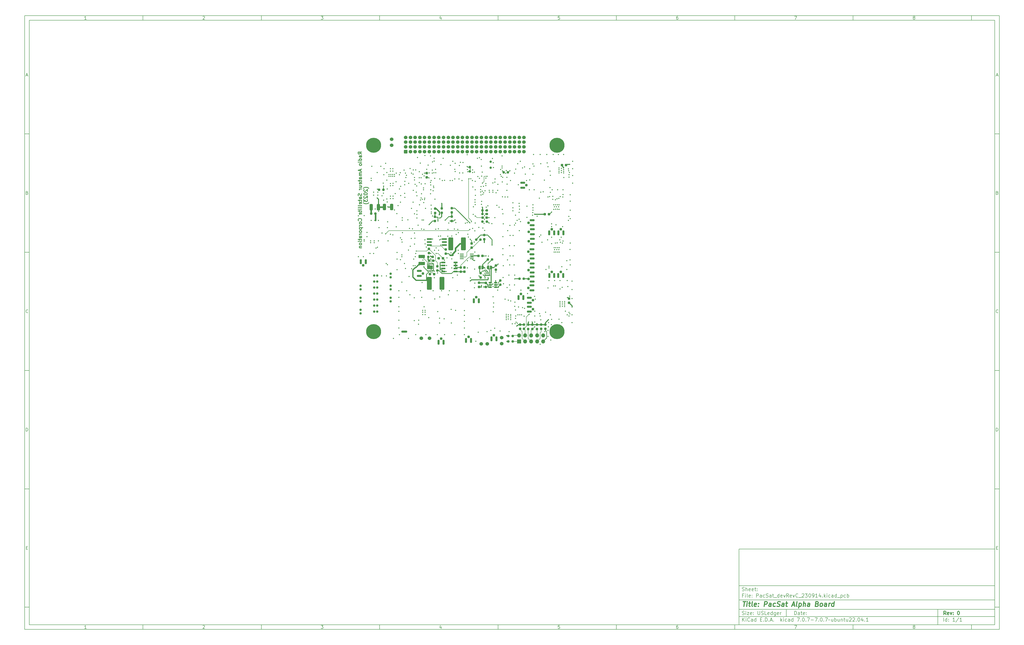
<source format=gbr>
%TF.GenerationSoftware,KiCad,Pcbnew,7.0.7-7.0.7~ubuntu22.04.1*%
%TF.CreationDate,2023-09-14T20:21:40-05:00*%
%TF.ProjectId,PacSat_devRevC_230914,50616353-6174-45f6-9465-76526576435f,0*%
%TF.SameCoordinates,Original*%
%TF.FileFunction,Copper,L6,Bot*%
%TF.FilePolarity,Positive*%
%FSLAX46Y46*%
G04 Gerber Fmt 4.6, Leading zero omitted, Abs format (unit mm)*
G04 Created by KiCad (PCBNEW 7.0.7-7.0.7~ubuntu22.04.1) date 2023-09-14 20:21:40*
%MOMM*%
%LPD*%
G01*
G04 APERTURE LIST*
G04 Aperture macros list*
%AMRoundRect*
0 Rectangle with rounded corners*
0 $1 Rounding radius*
0 $2 $3 $4 $5 $6 $7 $8 $9 X,Y pos of 4 corners*
0 Add a 4 corners polygon primitive as box body*
4,1,4,$2,$3,$4,$5,$6,$7,$8,$9,$2,$3,0*
0 Add four circle primitives for the rounded corners*
1,1,$1+$1,$2,$3*
1,1,$1+$1,$4,$5*
1,1,$1+$1,$6,$7*
1,1,$1+$1,$8,$9*
0 Add four rect primitives between the rounded corners*
20,1,$1+$1,$2,$3,$4,$5,0*
20,1,$1+$1,$4,$5,$6,$7,0*
20,1,$1+$1,$6,$7,$8,$9,0*
20,1,$1+$1,$8,$9,$2,$3,0*%
%AMFreePoly0*
4,1,19,0.500000,-0.750000,0.000000,-0.750000,0.000000,-0.744911,-0.071157,-0.744911,-0.207708,-0.704816,-0.327430,-0.627875,-0.420627,-0.520320,-0.479746,-0.390866,-0.500000,-0.250000,-0.500000,0.250000,-0.479746,0.390866,-0.420627,0.520320,-0.327430,0.627875,-0.207708,0.704816,-0.071157,0.744911,0.000000,0.744911,0.000000,0.750000,0.500000,0.750000,0.500000,-0.750000,0.500000,-0.750000,
$1*%
%AMFreePoly1*
4,1,19,0.000000,0.744911,0.071157,0.744911,0.207708,0.704816,0.327430,0.627875,0.420627,0.520320,0.479746,0.390866,0.500000,0.250000,0.500000,-0.250000,0.479746,-0.390866,0.420627,-0.520320,0.327430,-0.627875,0.207708,-0.704816,0.071157,-0.744911,0.000000,-0.744911,0.000000,-0.750000,-0.500000,-0.750000,-0.500000,0.750000,0.000000,0.750000,0.000000,0.744911,0.000000,0.744911,
$1*%
G04 Aperture macros list end*
%ADD10C,0.100000*%
%ADD11C,0.150000*%
%ADD12C,0.300000*%
%ADD13C,0.400000*%
%TA.AperFunction,NonConductor*%
%ADD14C,0.300000*%
%TD*%
%TA.AperFunction,ComponentPad*%
%ADD15C,1.524000*%
%TD*%
%TA.AperFunction,ComponentPad*%
%ADD16C,6.350000*%
%TD*%
%TA.AperFunction,ComponentPad*%
%ADD17RoundRect,0.290840X-0.471160X-0.471160X0.471160X-0.471160X0.471160X0.471160X-0.471160X0.471160X0*%
%TD*%
%TA.AperFunction,ComponentPad*%
%ADD18C,1.016000*%
%TD*%
%TA.AperFunction,ComponentPad*%
%ADD19O,2.540000X0.889000*%
%TD*%
%TA.AperFunction,ComponentPad*%
%ADD20C,1.000000*%
%TD*%
%TA.AperFunction,ComponentPad*%
%ADD21R,1.700000X1.700000*%
%TD*%
%TA.AperFunction,ComponentPad*%
%ADD22O,1.700000X1.700000*%
%TD*%
%TA.AperFunction,SMDPad,CuDef*%
%ADD23RoundRect,0.237500X-0.250000X-0.237500X0.250000X-0.237500X0.250000X0.237500X-0.250000X0.237500X0*%
%TD*%
%TA.AperFunction,SMDPad,CuDef*%
%ADD24RoundRect,0.237500X-0.237500X0.250000X-0.237500X-0.250000X0.237500X-0.250000X0.237500X0.250000X0*%
%TD*%
%TA.AperFunction,SMDPad,CuDef*%
%ADD25RoundRect,0.150000X-0.512500X-0.150000X0.512500X-0.150000X0.512500X0.150000X-0.512500X0.150000X0*%
%TD*%
%TA.AperFunction,ComponentPad*%
%ADD26RoundRect,0.254000X0.254000X-0.254000X0.254000X0.254000X-0.254000X0.254000X-0.254000X-0.254000X0*%
%TD*%
%TA.AperFunction,ComponentPad*%
%ADD27RoundRect,0.200000X0.200000X-0.800000X0.200000X0.800000X-0.200000X0.800000X-0.200000X-0.800000X0*%
%TD*%
%TA.AperFunction,SMDPad,CuDef*%
%ADD28RoundRect,0.249999X-0.737501X-2.450001X0.737501X-2.450001X0.737501X2.450001X-0.737501X2.450001X0*%
%TD*%
%TA.AperFunction,SMDPad,CuDef*%
%ADD29RoundRect,0.150000X0.725000X0.150000X-0.725000X0.150000X-0.725000X-0.150000X0.725000X-0.150000X0*%
%TD*%
%TA.AperFunction,SMDPad,CuDef*%
%ADD30RoundRect,0.237500X-0.300000X-0.237500X0.300000X-0.237500X0.300000X0.237500X-0.300000X0.237500X0*%
%TD*%
%TA.AperFunction,ComponentPad*%
%ADD31RoundRect,0.254000X0.254000X0.254000X-0.254000X0.254000X-0.254000X-0.254000X0.254000X-0.254000X0*%
%TD*%
%TA.AperFunction,ComponentPad*%
%ADD32RoundRect,0.200000X0.800000X0.200000X-0.800000X0.200000X-0.800000X-0.200000X0.800000X-0.200000X0*%
%TD*%
%TA.AperFunction,SMDPad,CuDef*%
%ADD33RoundRect,0.237500X-0.237500X0.300000X-0.237500X-0.300000X0.237500X-0.300000X0.237500X0.300000X0*%
%TD*%
%TA.AperFunction,SMDPad,CuDef*%
%ADD34RoundRect,0.237500X0.250000X0.237500X-0.250000X0.237500X-0.250000X-0.237500X0.250000X-0.237500X0*%
%TD*%
%TA.AperFunction,SMDPad,CuDef*%
%ADD35RoundRect,0.237500X0.300000X0.237500X-0.300000X0.237500X-0.300000X-0.237500X0.300000X-0.237500X0*%
%TD*%
%TA.AperFunction,SMDPad,CuDef*%
%ADD36RoundRect,0.249999X0.737501X2.450001X-0.737501X2.450001X-0.737501X-2.450001X0.737501X-2.450001X0*%
%TD*%
%TA.AperFunction,SMDPad,CuDef*%
%ADD37FreePoly0,180.000000*%
%TD*%
%TA.AperFunction,SMDPad,CuDef*%
%ADD38FreePoly1,180.000000*%
%TD*%
%TA.AperFunction,ComponentPad*%
%ADD39RoundRect,0.254000X-0.254000X0.254000X-0.254000X-0.254000X0.254000X-0.254000X0.254000X0.254000X0*%
%TD*%
%TA.AperFunction,ComponentPad*%
%ADD40RoundRect,0.200000X-0.200000X0.800000X-0.200000X-0.800000X0.200000X-0.800000X0.200000X0.800000X0*%
%TD*%
%TA.AperFunction,SMDPad,CuDef*%
%ADD41RoundRect,0.237500X0.237500X-0.250000X0.237500X0.250000X-0.237500X0.250000X-0.237500X-0.250000X0*%
%TD*%
%TA.AperFunction,SMDPad,CuDef*%
%ADD42RoundRect,0.237500X0.237500X-0.300000X0.237500X0.300000X-0.237500X0.300000X-0.237500X-0.300000X0*%
%TD*%
%TA.AperFunction,SMDPad,CuDef*%
%ADD43RoundRect,0.100000X0.712500X0.100000X-0.712500X0.100000X-0.712500X-0.100000X0.712500X-0.100000X0*%
%TD*%
%TA.AperFunction,ComponentPad*%
%ADD44RoundRect,0.254000X-0.254000X-0.254000X0.254000X-0.254000X0.254000X0.254000X-0.254000X0.254000X0*%
%TD*%
%TA.AperFunction,ComponentPad*%
%ADD45RoundRect,0.200000X-0.800000X-0.200000X0.800000X-0.200000X0.800000X0.200000X-0.800000X0.200000X0*%
%TD*%
%TA.AperFunction,SMDPad,CuDef*%
%ADD46RoundRect,0.250001X-1.074999X0.462499X-1.074999X-0.462499X1.074999X-0.462499X1.074999X0.462499X0*%
%TD*%
%TA.AperFunction,SMDPad,CuDef*%
%ADD47R,0.400000X0.650000*%
%TD*%
%TA.AperFunction,SMDPad,CuDef*%
%ADD48RoundRect,0.250000X0.400000X1.075000X-0.400000X1.075000X-0.400000X-1.075000X0.400000X-1.075000X0*%
%TD*%
%TA.AperFunction,SMDPad,CuDef*%
%ADD49R,2.000000X0.640000*%
%TD*%
%TA.AperFunction,SMDPad,CuDef*%
%ADD50R,2.350000X1.580000*%
%TD*%
%TA.AperFunction,SMDPad,CuDef*%
%ADD51R,0.300000X0.700000*%
%TD*%
%TA.AperFunction,ViaPad*%
%ADD52C,0.508000*%
%TD*%
%TA.AperFunction,Conductor*%
%ADD53C,0.152400*%
%TD*%
%TA.AperFunction,Conductor*%
%ADD54C,0.254000*%
%TD*%
%TA.AperFunction,Conductor*%
%ADD55C,0.381000*%
%TD*%
%TA.AperFunction,Conductor*%
%ADD56C,0.635000*%
%TD*%
%TA.AperFunction,Conductor*%
%ADD57C,0.127000*%
%TD*%
%TA.AperFunction,Conductor*%
%ADD58C,0.304800*%
%TD*%
%TA.AperFunction,Conductor*%
%ADD59C,0.330200*%
%TD*%
%TA.AperFunction,Conductor*%
%ADD60C,0.203200*%
%TD*%
%TA.AperFunction,Conductor*%
%ADD61C,0.508000*%
%TD*%
G04 APERTURE END LIST*
D10*
D11*
X311800000Y-235400000D02*
X419800000Y-235400000D01*
X419800000Y-267400000D01*
X311800000Y-267400000D01*
X311800000Y-235400000D01*
D10*
D11*
X10000000Y-10000000D02*
X421800000Y-10000000D01*
X421800000Y-269400000D01*
X10000000Y-269400000D01*
X10000000Y-10000000D01*
D10*
D11*
X12000000Y-12000000D02*
X419800000Y-12000000D01*
X419800000Y-267400000D01*
X12000000Y-267400000D01*
X12000000Y-12000000D01*
D10*
D11*
X60000000Y-12000000D02*
X60000000Y-10000000D01*
D10*
D11*
X110000000Y-12000000D02*
X110000000Y-10000000D01*
D10*
D11*
X160000000Y-12000000D02*
X160000000Y-10000000D01*
D10*
D11*
X210000000Y-12000000D02*
X210000000Y-10000000D01*
D10*
D11*
X260000000Y-12000000D02*
X260000000Y-10000000D01*
D10*
D11*
X310000000Y-12000000D02*
X310000000Y-10000000D01*
D10*
D11*
X360000000Y-12000000D02*
X360000000Y-10000000D01*
D10*
D11*
X410000000Y-12000000D02*
X410000000Y-10000000D01*
D10*
D11*
X36089160Y-11593604D02*
X35346303Y-11593604D01*
X35717731Y-11593604D02*
X35717731Y-10293604D01*
X35717731Y-10293604D02*
X35593922Y-10479319D01*
X35593922Y-10479319D02*
X35470112Y-10603128D01*
X35470112Y-10603128D02*
X35346303Y-10665033D01*
D10*
D11*
X85346303Y-10417414D02*
X85408207Y-10355509D01*
X85408207Y-10355509D02*
X85532017Y-10293604D01*
X85532017Y-10293604D02*
X85841541Y-10293604D01*
X85841541Y-10293604D02*
X85965350Y-10355509D01*
X85965350Y-10355509D02*
X86027255Y-10417414D01*
X86027255Y-10417414D02*
X86089160Y-10541223D01*
X86089160Y-10541223D02*
X86089160Y-10665033D01*
X86089160Y-10665033D02*
X86027255Y-10850747D01*
X86027255Y-10850747D02*
X85284398Y-11593604D01*
X85284398Y-11593604D02*
X86089160Y-11593604D01*
D10*
D11*
X135284398Y-10293604D02*
X136089160Y-10293604D01*
X136089160Y-10293604D02*
X135655826Y-10788842D01*
X135655826Y-10788842D02*
X135841541Y-10788842D01*
X135841541Y-10788842D02*
X135965350Y-10850747D01*
X135965350Y-10850747D02*
X136027255Y-10912652D01*
X136027255Y-10912652D02*
X136089160Y-11036461D01*
X136089160Y-11036461D02*
X136089160Y-11345985D01*
X136089160Y-11345985D02*
X136027255Y-11469795D01*
X136027255Y-11469795D02*
X135965350Y-11531700D01*
X135965350Y-11531700D02*
X135841541Y-11593604D01*
X135841541Y-11593604D02*
X135470112Y-11593604D01*
X135470112Y-11593604D02*
X135346303Y-11531700D01*
X135346303Y-11531700D02*
X135284398Y-11469795D01*
D10*
D11*
X185965350Y-10726938D02*
X185965350Y-11593604D01*
X185655826Y-10231700D02*
X185346303Y-11160271D01*
X185346303Y-11160271D02*
X186151064Y-11160271D01*
D10*
D11*
X236027255Y-10293604D02*
X235408207Y-10293604D01*
X235408207Y-10293604D02*
X235346303Y-10912652D01*
X235346303Y-10912652D02*
X235408207Y-10850747D01*
X235408207Y-10850747D02*
X235532017Y-10788842D01*
X235532017Y-10788842D02*
X235841541Y-10788842D01*
X235841541Y-10788842D02*
X235965350Y-10850747D01*
X235965350Y-10850747D02*
X236027255Y-10912652D01*
X236027255Y-10912652D02*
X236089160Y-11036461D01*
X236089160Y-11036461D02*
X236089160Y-11345985D01*
X236089160Y-11345985D02*
X236027255Y-11469795D01*
X236027255Y-11469795D02*
X235965350Y-11531700D01*
X235965350Y-11531700D02*
X235841541Y-11593604D01*
X235841541Y-11593604D02*
X235532017Y-11593604D01*
X235532017Y-11593604D02*
X235408207Y-11531700D01*
X235408207Y-11531700D02*
X235346303Y-11469795D01*
D10*
D11*
X285965350Y-10293604D02*
X285717731Y-10293604D01*
X285717731Y-10293604D02*
X285593922Y-10355509D01*
X285593922Y-10355509D02*
X285532017Y-10417414D01*
X285532017Y-10417414D02*
X285408207Y-10603128D01*
X285408207Y-10603128D02*
X285346303Y-10850747D01*
X285346303Y-10850747D02*
X285346303Y-11345985D01*
X285346303Y-11345985D02*
X285408207Y-11469795D01*
X285408207Y-11469795D02*
X285470112Y-11531700D01*
X285470112Y-11531700D02*
X285593922Y-11593604D01*
X285593922Y-11593604D02*
X285841541Y-11593604D01*
X285841541Y-11593604D02*
X285965350Y-11531700D01*
X285965350Y-11531700D02*
X286027255Y-11469795D01*
X286027255Y-11469795D02*
X286089160Y-11345985D01*
X286089160Y-11345985D02*
X286089160Y-11036461D01*
X286089160Y-11036461D02*
X286027255Y-10912652D01*
X286027255Y-10912652D02*
X285965350Y-10850747D01*
X285965350Y-10850747D02*
X285841541Y-10788842D01*
X285841541Y-10788842D02*
X285593922Y-10788842D01*
X285593922Y-10788842D02*
X285470112Y-10850747D01*
X285470112Y-10850747D02*
X285408207Y-10912652D01*
X285408207Y-10912652D02*
X285346303Y-11036461D01*
D10*
D11*
X335284398Y-10293604D02*
X336151064Y-10293604D01*
X336151064Y-10293604D02*
X335593922Y-11593604D01*
D10*
D11*
X385593922Y-10850747D02*
X385470112Y-10788842D01*
X385470112Y-10788842D02*
X385408207Y-10726938D01*
X385408207Y-10726938D02*
X385346303Y-10603128D01*
X385346303Y-10603128D02*
X385346303Y-10541223D01*
X385346303Y-10541223D02*
X385408207Y-10417414D01*
X385408207Y-10417414D02*
X385470112Y-10355509D01*
X385470112Y-10355509D02*
X385593922Y-10293604D01*
X385593922Y-10293604D02*
X385841541Y-10293604D01*
X385841541Y-10293604D02*
X385965350Y-10355509D01*
X385965350Y-10355509D02*
X386027255Y-10417414D01*
X386027255Y-10417414D02*
X386089160Y-10541223D01*
X386089160Y-10541223D02*
X386089160Y-10603128D01*
X386089160Y-10603128D02*
X386027255Y-10726938D01*
X386027255Y-10726938D02*
X385965350Y-10788842D01*
X385965350Y-10788842D02*
X385841541Y-10850747D01*
X385841541Y-10850747D02*
X385593922Y-10850747D01*
X385593922Y-10850747D02*
X385470112Y-10912652D01*
X385470112Y-10912652D02*
X385408207Y-10974557D01*
X385408207Y-10974557D02*
X385346303Y-11098366D01*
X385346303Y-11098366D02*
X385346303Y-11345985D01*
X385346303Y-11345985D02*
X385408207Y-11469795D01*
X385408207Y-11469795D02*
X385470112Y-11531700D01*
X385470112Y-11531700D02*
X385593922Y-11593604D01*
X385593922Y-11593604D02*
X385841541Y-11593604D01*
X385841541Y-11593604D02*
X385965350Y-11531700D01*
X385965350Y-11531700D02*
X386027255Y-11469795D01*
X386027255Y-11469795D02*
X386089160Y-11345985D01*
X386089160Y-11345985D02*
X386089160Y-11098366D01*
X386089160Y-11098366D02*
X386027255Y-10974557D01*
X386027255Y-10974557D02*
X385965350Y-10912652D01*
X385965350Y-10912652D02*
X385841541Y-10850747D01*
D10*
D11*
X60000000Y-267400000D02*
X60000000Y-269400000D01*
D10*
D11*
X110000000Y-267400000D02*
X110000000Y-269400000D01*
D10*
D11*
X160000000Y-267400000D02*
X160000000Y-269400000D01*
D10*
D11*
X210000000Y-267400000D02*
X210000000Y-269400000D01*
D10*
D11*
X260000000Y-267400000D02*
X260000000Y-269400000D01*
D10*
D11*
X310000000Y-267400000D02*
X310000000Y-269400000D01*
D10*
D11*
X360000000Y-267400000D02*
X360000000Y-269400000D01*
D10*
D11*
X410000000Y-267400000D02*
X410000000Y-269400000D01*
D10*
D11*
X36089160Y-268993604D02*
X35346303Y-268993604D01*
X35717731Y-268993604D02*
X35717731Y-267693604D01*
X35717731Y-267693604D02*
X35593922Y-267879319D01*
X35593922Y-267879319D02*
X35470112Y-268003128D01*
X35470112Y-268003128D02*
X35346303Y-268065033D01*
D10*
D11*
X85346303Y-267817414D02*
X85408207Y-267755509D01*
X85408207Y-267755509D02*
X85532017Y-267693604D01*
X85532017Y-267693604D02*
X85841541Y-267693604D01*
X85841541Y-267693604D02*
X85965350Y-267755509D01*
X85965350Y-267755509D02*
X86027255Y-267817414D01*
X86027255Y-267817414D02*
X86089160Y-267941223D01*
X86089160Y-267941223D02*
X86089160Y-268065033D01*
X86089160Y-268065033D02*
X86027255Y-268250747D01*
X86027255Y-268250747D02*
X85284398Y-268993604D01*
X85284398Y-268993604D02*
X86089160Y-268993604D01*
D10*
D11*
X135284398Y-267693604D02*
X136089160Y-267693604D01*
X136089160Y-267693604D02*
X135655826Y-268188842D01*
X135655826Y-268188842D02*
X135841541Y-268188842D01*
X135841541Y-268188842D02*
X135965350Y-268250747D01*
X135965350Y-268250747D02*
X136027255Y-268312652D01*
X136027255Y-268312652D02*
X136089160Y-268436461D01*
X136089160Y-268436461D02*
X136089160Y-268745985D01*
X136089160Y-268745985D02*
X136027255Y-268869795D01*
X136027255Y-268869795D02*
X135965350Y-268931700D01*
X135965350Y-268931700D02*
X135841541Y-268993604D01*
X135841541Y-268993604D02*
X135470112Y-268993604D01*
X135470112Y-268993604D02*
X135346303Y-268931700D01*
X135346303Y-268931700D02*
X135284398Y-268869795D01*
D10*
D11*
X185965350Y-268126938D02*
X185965350Y-268993604D01*
X185655826Y-267631700D02*
X185346303Y-268560271D01*
X185346303Y-268560271D02*
X186151064Y-268560271D01*
D10*
D11*
X236027255Y-267693604D02*
X235408207Y-267693604D01*
X235408207Y-267693604D02*
X235346303Y-268312652D01*
X235346303Y-268312652D02*
X235408207Y-268250747D01*
X235408207Y-268250747D02*
X235532017Y-268188842D01*
X235532017Y-268188842D02*
X235841541Y-268188842D01*
X235841541Y-268188842D02*
X235965350Y-268250747D01*
X235965350Y-268250747D02*
X236027255Y-268312652D01*
X236027255Y-268312652D02*
X236089160Y-268436461D01*
X236089160Y-268436461D02*
X236089160Y-268745985D01*
X236089160Y-268745985D02*
X236027255Y-268869795D01*
X236027255Y-268869795D02*
X235965350Y-268931700D01*
X235965350Y-268931700D02*
X235841541Y-268993604D01*
X235841541Y-268993604D02*
X235532017Y-268993604D01*
X235532017Y-268993604D02*
X235408207Y-268931700D01*
X235408207Y-268931700D02*
X235346303Y-268869795D01*
D10*
D11*
X285965350Y-267693604D02*
X285717731Y-267693604D01*
X285717731Y-267693604D02*
X285593922Y-267755509D01*
X285593922Y-267755509D02*
X285532017Y-267817414D01*
X285532017Y-267817414D02*
X285408207Y-268003128D01*
X285408207Y-268003128D02*
X285346303Y-268250747D01*
X285346303Y-268250747D02*
X285346303Y-268745985D01*
X285346303Y-268745985D02*
X285408207Y-268869795D01*
X285408207Y-268869795D02*
X285470112Y-268931700D01*
X285470112Y-268931700D02*
X285593922Y-268993604D01*
X285593922Y-268993604D02*
X285841541Y-268993604D01*
X285841541Y-268993604D02*
X285965350Y-268931700D01*
X285965350Y-268931700D02*
X286027255Y-268869795D01*
X286027255Y-268869795D02*
X286089160Y-268745985D01*
X286089160Y-268745985D02*
X286089160Y-268436461D01*
X286089160Y-268436461D02*
X286027255Y-268312652D01*
X286027255Y-268312652D02*
X285965350Y-268250747D01*
X285965350Y-268250747D02*
X285841541Y-268188842D01*
X285841541Y-268188842D02*
X285593922Y-268188842D01*
X285593922Y-268188842D02*
X285470112Y-268250747D01*
X285470112Y-268250747D02*
X285408207Y-268312652D01*
X285408207Y-268312652D02*
X285346303Y-268436461D01*
D10*
D11*
X335284398Y-267693604D02*
X336151064Y-267693604D01*
X336151064Y-267693604D02*
X335593922Y-268993604D01*
D10*
D11*
X385593922Y-268250747D02*
X385470112Y-268188842D01*
X385470112Y-268188842D02*
X385408207Y-268126938D01*
X385408207Y-268126938D02*
X385346303Y-268003128D01*
X385346303Y-268003128D02*
X385346303Y-267941223D01*
X385346303Y-267941223D02*
X385408207Y-267817414D01*
X385408207Y-267817414D02*
X385470112Y-267755509D01*
X385470112Y-267755509D02*
X385593922Y-267693604D01*
X385593922Y-267693604D02*
X385841541Y-267693604D01*
X385841541Y-267693604D02*
X385965350Y-267755509D01*
X385965350Y-267755509D02*
X386027255Y-267817414D01*
X386027255Y-267817414D02*
X386089160Y-267941223D01*
X386089160Y-267941223D02*
X386089160Y-268003128D01*
X386089160Y-268003128D02*
X386027255Y-268126938D01*
X386027255Y-268126938D02*
X385965350Y-268188842D01*
X385965350Y-268188842D02*
X385841541Y-268250747D01*
X385841541Y-268250747D02*
X385593922Y-268250747D01*
X385593922Y-268250747D02*
X385470112Y-268312652D01*
X385470112Y-268312652D02*
X385408207Y-268374557D01*
X385408207Y-268374557D02*
X385346303Y-268498366D01*
X385346303Y-268498366D02*
X385346303Y-268745985D01*
X385346303Y-268745985D02*
X385408207Y-268869795D01*
X385408207Y-268869795D02*
X385470112Y-268931700D01*
X385470112Y-268931700D02*
X385593922Y-268993604D01*
X385593922Y-268993604D02*
X385841541Y-268993604D01*
X385841541Y-268993604D02*
X385965350Y-268931700D01*
X385965350Y-268931700D02*
X386027255Y-268869795D01*
X386027255Y-268869795D02*
X386089160Y-268745985D01*
X386089160Y-268745985D02*
X386089160Y-268498366D01*
X386089160Y-268498366D02*
X386027255Y-268374557D01*
X386027255Y-268374557D02*
X385965350Y-268312652D01*
X385965350Y-268312652D02*
X385841541Y-268250747D01*
D10*
D11*
X10000000Y-60000000D02*
X12000000Y-60000000D01*
D10*
D11*
X10000000Y-110000000D02*
X12000000Y-110000000D01*
D10*
D11*
X10000000Y-160000000D02*
X12000000Y-160000000D01*
D10*
D11*
X10000000Y-210000000D02*
X12000000Y-210000000D01*
D10*
D11*
X10000000Y-260000000D02*
X12000000Y-260000000D01*
D10*
D11*
X10690476Y-35222176D02*
X11309523Y-35222176D01*
X10566666Y-35593604D02*
X10999999Y-34293604D01*
X10999999Y-34293604D02*
X11433333Y-35593604D01*
D10*
D11*
X11092857Y-84912652D02*
X11278571Y-84974557D01*
X11278571Y-84974557D02*
X11340476Y-85036461D01*
X11340476Y-85036461D02*
X11402380Y-85160271D01*
X11402380Y-85160271D02*
X11402380Y-85345985D01*
X11402380Y-85345985D02*
X11340476Y-85469795D01*
X11340476Y-85469795D02*
X11278571Y-85531700D01*
X11278571Y-85531700D02*
X11154761Y-85593604D01*
X11154761Y-85593604D02*
X10659523Y-85593604D01*
X10659523Y-85593604D02*
X10659523Y-84293604D01*
X10659523Y-84293604D02*
X11092857Y-84293604D01*
X11092857Y-84293604D02*
X11216666Y-84355509D01*
X11216666Y-84355509D02*
X11278571Y-84417414D01*
X11278571Y-84417414D02*
X11340476Y-84541223D01*
X11340476Y-84541223D02*
X11340476Y-84665033D01*
X11340476Y-84665033D02*
X11278571Y-84788842D01*
X11278571Y-84788842D02*
X11216666Y-84850747D01*
X11216666Y-84850747D02*
X11092857Y-84912652D01*
X11092857Y-84912652D02*
X10659523Y-84912652D01*
D10*
D11*
X11402380Y-135469795D02*
X11340476Y-135531700D01*
X11340476Y-135531700D02*
X11154761Y-135593604D01*
X11154761Y-135593604D02*
X11030952Y-135593604D01*
X11030952Y-135593604D02*
X10845238Y-135531700D01*
X10845238Y-135531700D02*
X10721428Y-135407890D01*
X10721428Y-135407890D02*
X10659523Y-135284080D01*
X10659523Y-135284080D02*
X10597619Y-135036461D01*
X10597619Y-135036461D02*
X10597619Y-134850747D01*
X10597619Y-134850747D02*
X10659523Y-134603128D01*
X10659523Y-134603128D02*
X10721428Y-134479319D01*
X10721428Y-134479319D02*
X10845238Y-134355509D01*
X10845238Y-134355509D02*
X11030952Y-134293604D01*
X11030952Y-134293604D02*
X11154761Y-134293604D01*
X11154761Y-134293604D02*
X11340476Y-134355509D01*
X11340476Y-134355509D02*
X11402380Y-134417414D01*
D10*
D11*
X10659523Y-185593604D02*
X10659523Y-184293604D01*
X10659523Y-184293604D02*
X10969047Y-184293604D01*
X10969047Y-184293604D02*
X11154761Y-184355509D01*
X11154761Y-184355509D02*
X11278571Y-184479319D01*
X11278571Y-184479319D02*
X11340476Y-184603128D01*
X11340476Y-184603128D02*
X11402380Y-184850747D01*
X11402380Y-184850747D02*
X11402380Y-185036461D01*
X11402380Y-185036461D02*
X11340476Y-185284080D01*
X11340476Y-185284080D02*
X11278571Y-185407890D01*
X11278571Y-185407890D02*
X11154761Y-185531700D01*
X11154761Y-185531700D02*
X10969047Y-185593604D01*
X10969047Y-185593604D02*
X10659523Y-185593604D01*
D10*
D11*
X10721428Y-234912652D02*
X11154762Y-234912652D01*
X11340476Y-235593604D02*
X10721428Y-235593604D01*
X10721428Y-235593604D02*
X10721428Y-234293604D01*
X10721428Y-234293604D02*
X11340476Y-234293604D01*
D10*
D11*
X421800000Y-60000000D02*
X419800000Y-60000000D01*
D10*
D11*
X421800000Y-110000000D02*
X419800000Y-110000000D01*
D10*
D11*
X421800000Y-160000000D02*
X419800000Y-160000000D01*
D10*
D11*
X421800000Y-210000000D02*
X419800000Y-210000000D01*
D10*
D11*
X421800000Y-260000000D02*
X419800000Y-260000000D01*
D10*
D11*
X420490476Y-35222176D02*
X421109523Y-35222176D01*
X420366666Y-35593604D02*
X420799999Y-34293604D01*
X420799999Y-34293604D02*
X421233333Y-35593604D01*
D10*
D11*
X420892857Y-84912652D02*
X421078571Y-84974557D01*
X421078571Y-84974557D02*
X421140476Y-85036461D01*
X421140476Y-85036461D02*
X421202380Y-85160271D01*
X421202380Y-85160271D02*
X421202380Y-85345985D01*
X421202380Y-85345985D02*
X421140476Y-85469795D01*
X421140476Y-85469795D02*
X421078571Y-85531700D01*
X421078571Y-85531700D02*
X420954761Y-85593604D01*
X420954761Y-85593604D02*
X420459523Y-85593604D01*
X420459523Y-85593604D02*
X420459523Y-84293604D01*
X420459523Y-84293604D02*
X420892857Y-84293604D01*
X420892857Y-84293604D02*
X421016666Y-84355509D01*
X421016666Y-84355509D02*
X421078571Y-84417414D01*
X421078571Y-84417414D02*
X421140476Y-84541223D01*
X421140476Y-84541223D02*
X421140476Y-84665033D01*
X421140476Y-84665033D02*
X421078571Y-84788842D01*
X421078571Y-84788842D02*
X421016666Y-84850747D01*
X421016666Y-84850747D02*
X420892857Y-84912652D01*
X420892857Y-84912652D02*
X420459523Y-84912652D01*
D10*
D11*
X421202380Y-135469795D02*
X421140476Y-135531700D01*
X421140476Y-135531700D02*
X420954761Y-135593604D01*
X420954761Y-135593604D02*
X420830952Y-135593604D01*
X420830952Y-135593604D02*
X420645238Y-135531700D01*
X420645238Y-135531700D02*
X420521428Y-135407890D01*
X420521428Y-135407890D02*
X420459523Y-135284080D01*
X420459523Y-135284080D02*
X420397619Y-135036461D01*
X420397619Y-135036461D02*
X420397619Y-134850747D01*
X420397619Y-134850747D02*
X420459523Y-134603128D01*
X420459523Y-134603128D02*
X420521428Y-134479319D01*
X420521428Y-134479319D02*
X420645238Y-134355509D01*
X420645238Y-134355509D02*
X420830952Y-134293604D01*
X420830952Y-134293604D02*
X420954761Y-134293604D01*
X420954761Y-134293604D02*
X421140476Y-134355509D01*
X421140476Y-134355509D02*
X421202380Y-134417414D01*
D10*
D11*
X420459523Y-185593604D02*
X420459523Y-184293604D01*
X420459523Y-184293604D02*
X420769047Y-184293604D01*
X420769047Y-184293604D02*
X420954761Y-184355509D01*
X420954761Y-184355509D02*
X421078571Y-184479319D01*
X421078571Y-184479319D02*
X421140476Y-184603128D01*
X421140476Y-184603128D02*
X421202380Y-184850747D01*
X421202380Y-184850747D02*
X421202380Y-185036461D01*
X421202380Y-185036461D02*
X421140476Y-185284080D01*
X421140476Y-185284080D02*
X421078571Y-185407890D01*
X421078571Y-185407890D02*
X420954761Y-185531700D01*
X420954761Y-185531700D02*
X420769047Y-185593604D01*
X420769047Y-185593604D02*
X420459523Y-185593604D01*
D10*
D11*
X420521428Y-234912652D02*
X420954762Y-234912652D01*
X421140476Y-235593604D02*
X420521428Y-235593604D01*
X420521428Y-235593604D02*
X420521428Y-234293604D01*
X420521428Y-234293604D02*
X421140476Y-234293604D01*
D10*
D11*
X335255826Y-263186128D02*
X335255826Y-261686128D01*
X335255826Y-261686128D02*
X335612969Y-261686128D01*
X335612969Y-261686128D02*
X335827255Y-261757557D01*
X335827255Y-261757557D02*
X335970112Y-261900414D01*
X335970112Y-261900414D02*
X336041541Y-262043271D01*
X336041541Y-262043271D02*
X336112969Y-262328985D01*
X336112969Y-262328985D02*
X336112969Y-262543271D01*
X336112969Y-262543271D02*
X336041541Y-262828985D01*
X336041541Y-262828985D02*
X335970112Y-262971842D01*
X335970112Y-262971842D02*
X335827255Y-263114700D01*
X335827255Y-263114700D02*
X335612969Y-263186128D01*
X335612969Y-263186128D02*
X335255826Y-263186128D01*
X337398684Y-263186128D02*
X337398684Y-262400414D01*
X337398684Y-262400414D02*
X337327255Y-262257557D01*
X337327255Y-262257557D02*
X337184398Y-262186128D01*
X337184398Y-262186128D02*
X336898684Y-262186128D01*
X336898684Y-262186128D02*
X336755826Y-262257557D01*
X337398684Y-263114700D02*
X337255826Y-263186128D01*
X337255826Y-263186128D02*
X336898684Y-263186128D01*
X336898684Y-263186128D02*
X336755826Y-263114700D01*
X336755826Y-263114700D02*
X336684398Y-262971842D01*
X336684398Y-262971842D02*
X336684398Y-262828985D01*
X336684398Y-262828985D02*
X336755826Y-262686128D01*
X336755826Y-262686128D02*
X336898684Y-262614700D01*
X336898684Y-262614700D02*
X337255826Y-262614700D01*
X337255826Y-262614700D02*
X337398684Y-262543271D01*
X337898684Y-262186128D02*
X338470112Y-262186128D01*
X338112969Y-261686128D02*
X338112969Y-262971842D01*
X338112969Y-262971842D02*
X338184398Y-263114700D01*
X338184398Y-263114700D02*
X338327255Y-263186128D01*
X338327255Y-263186128D02*
X338470112Y-263186128D01*
X339541541Y-263114700D02*
X339398684Y-263186128D01*
X339398684Y-263186128D02*
X339112970Y-263186128D01*
X339112970Y-263186128D02*
X338970112Y-263114700D01*
X338970112Y-263114700D02*
X338898684Y-262971842D01*
X338898684Y-262971842D02*
X338898684Y-262400414D01*
X338898684Y-262400414D02*
X338970112Y-262257557D01*
X338970112Y-262257557D02*
X339112970Y-262186128D01*
X339112970Y-262186128D02*
X339398684Y-262186128D01*
X339398684Y-262186128D02*
X339541541Y-262257557D01*
X339541541Y-262257557D02*
X339612970Y-262400414D01*
X339612970Y-262400414D02*
X339612970Y-262543271D01*
X339612970Y-262543271D02*
X338898684Y-262686128D01*
X340255826Y-263043271D02*
X340327255Y-263114700D01*
X340327255Y-263114700D02*
X340255826Y-263186128D01*
X340255826Y-263186128D02*
X340184398Y-263114700D01*
X340184398Y-263114700D02*
X340255826Y-263043271D01*
X340255826Y-263043271D02*
X340255826Y-263186128D01*
X340255826Y-262257557D02*
X340327255Y-262328985D01*
X340327255Y-262328985D02*
X340255826Y-262400414D01*
X340255826Y-262400414D02*
X340184398Y-262328985D01*
X340184398Y-262328985D02*
X340255826Y-262257557D01*
X340255826Y-262257557D02*
X340255826Y-262400414D01*
D10*
D11*
X311800000Y-263900000D02*
X419800000Y-263900000D01*
D10*
D11*
X313255826Y-265986128D02*
X313255826Y-264486128D01*
X314112969Y-265986128D02*
X313470112Y-265128985D01*
X314112969Y-264486128D02*
X313255826Y-265343271D01*
X314755826Y-265986128D02*
X314755826Y-264986128D01*
X314755826Y-264486128D02*
X314684398Y-264557557D01*
X314684398Y-264557557D02*
X314755826Y-264628985D01*
X314755826Y-264628985D02*
X314827255Y-264557557D01*
X314827255Y-264557557D02*
X314755826Y-264486128D01*
X314755826Y-264486128D02*
X314755826Y-264628985D01*
X316327255Y-265843271D02*
X316255827Y-265914700D01*
X316255827Y-265914700D02*
X316041541Y-265986128D01*
X316041541Y-265986128D02*
X315898684Y-265986128D01*
X315898684Y-265986128D02*
X315684398Y-265914700D01*
X315684398Y-265914700D02*
X315541541Y-265771842D01*
X315541541Y-265771842D02*
X315470112Y-265628985D01*
X315470112Y-265628985D02*
X315398684Y-265343271D01*
X315398684Y-265343271D02*
X315398684Y-265128985D01*
X315398684Y-265128985D02*
X315470112Y-264843271D01*
X315470112Y-264843271D02*
X315541541Y-264700414D01*
X315541541Y-264700414D02*
X315684398Y-264557557D01*
X315684398Y-264557557D02*
X315898684Y-264486128D01*
X315898684Y-264486128D02*
X316041541Y-264486128D01*
X316041541Y-264486128D02*
X316255827Y-264557557D01*
X316255827Y-264557557D02*
X316327255Y-264628985D01*
X317612970Y-265986128D02*
X317612970Y-265200414D01*
X317612970Y-265200414D02*
X317541541Y-265057557D01*
X317541541Y-265057557D02*
X317398684Y-264986128D01*
X317398684Y-264986128D02*
X317112970Y-264986128D01*
X317112970Y-264986128D02*
X316970112Y-265057557D01*
X317612970Y-265914700D02*
X317470112Y-265986128D01*
X317470112Y-265986128D02*
X317112970Y-265986128D01*
X317112970Y-265986128D02*
X316970112Y-265914700D01*
X316970112Y-265914700D02*
X316898684Y-265771842D01*
X316898684Y-265771842D02*
X316898684Y-265628985D01*
X316898684Y-265628985D02*
X316970112Y-265486128D01*
X316970112Y-265486128D02*
X317112970Y-265414700D01*
X317112970Y-265414700D02*
X317470112Y-265414700D01*
X317470112Y-265414700D02*
X317612970Y-265343271D01*
X318970113Y-265986128D02*
X318970113Y-264486128D01*
X318970113Y-265914700D02*
X318827255Y-265986128D01*
X318827255Y-265986128D02*
X318541541Y-265986128D01*
X318541541Y-265986128D02*
X318398684Y-265914700D01*
X318398684Y-265914700D02*
X318327255Y-265843271D01*
X318327255Y-265843271D02*
X318255827Y-265700414D01*
X318255827Y-265700414D02*
X318255827Y-265271842D01*
X318255827Y-265271842D02*
X318327255Y-265128985D01*
X318327255Y-265128985D02*
X318398684Y-265057557D01*
X318398684Y-265057557D02*
X318541541Y-264986128D01*
X318541541Y-264986128D02*
X318827255Y-264986128D01*
X318827255Y-264986128D02*
X318970113Y-265057557D01*
X320827255Y-265200414D02*
X321327255Y-265200414D01*
X321541541Y-265986128D02*
X320827255Y-265986128D01*
X320827255Y-265986128D02*
X320827255Y-264486128D01*
X320827255Y-264486128D02*
X321541541Y-264486128D01*
X322184398Y-265843271D02*
X322255827Y-265914700D01*
X322255827Y-265914700D02*
X322184398Y-265986128D01*
X322184398Y-265986128D02*
X322112970Y-265914700D01*
X322112970Y-265914700D02*
X322184398Y-265843271D01*
X322184398Y-265843271D02*
X322184398Y-265986128D01*
X322898684Y-265986128D02*
X322898684Y-264486128D01*
X322898684Y-264486128D02*
X323255827Y-264486128D01*
X323255827Y-264486128D02*
X323470113Y-264557557D01*
X323470113Y-264557557D02*
X323612970Y-264700414D01*
X323612970Y-264700414D02*
X323684399Y-264843271D01*
X323684399Y-264843271D02*
X323755827Y-265128985D01*
X323755827Y-265128985D02*
X323755827Y-265343271D01*
X323755827Y-265343271D02*
X323684399Y-265628985D01*
X323684399Y-265628985D02*
X323612970Y-265771842D01*
X323612970Y-265771842D02*
X323470113Y-265914700D01*
X323470113Y-265914700D02*
X323255827Y-265986128D01*
X323255827Y-265986128D02*
X322898684Y-265986128D01*
X324398684Y-265843271D02*
X324470113Y-265914700D01*
X324470113Y-265914700D02*
X324398684Y-265986128D01*
X324398684Y-265986128D02*
X324327256Y-265914700D01*
X324327256Y-265914700D02*
X324398684Y-265843271D01*
X324398684Y-265843271D02*
X324398684Y-265986128D01*
X325041542Y-265557557D02*
X325755828Y-265557557D01*
X324898685Y-265986128D02*
X325398685Y-264486128D01*
X325398685Y-264486128D02*
X325898685Y-265986128D01*
X326398684Y-265843271D02*
X326470113Y-265914700D01*
X326470113Y-265914700D02*
X326398684Y-265986128D01*
X326398684Y-265986128D02*
X326327256Y-265914700D01*
X326327256Y-265914700D02*
X326398684Y-265843271D01*
X326398684Y-265843271D02*
X326398684Y-265986128D01*
X329398684Y-265986128D02*
X329398684Y-264486128D01*
X329541542Y-265414700D02*
X329970113Y-265986128D01*
X329970113Y-264986128D02*
X329398684Y-265557557D01*
X330612970Y-265986128D02*
X330612970Y-264986128D01*
X330612970Y-264486128D02*
X330541542Y-264557557D01*
X330541542Y-264557557D02*
X330612970Y-264628985D01*
X330612970Y-264628985D02*
X330684399Y-264557557D01*
X330684399Y-264557557D02*
X330612970Y-264486128D01*
X330612970Y-264486128D02*
X330612970Y-264628985D01*
X331970114Y-265914700D02*
X331827256Y-265986128D01*
X331827256Y-265986128D02*
X331541542Y-265986128D01*
X331541542Y-265986128D02*
X331398685Y-265914700D01*
X331398685Y-265914700D02*
X331327256Y-265843271D01*
X331327256Y-265843271D02*
X331255828Y-265700414D01*
X331255828Y-265700414D02*
X331255828Y-265271842D01*
X331255828Y-265271842D02*
X331327256Y-265128985D01*
X331327256Y-265128985D02*
X331398685Y-265057557D01*
X331398685Y-265057557D02*
X331541542Y-264986128D01*
X331541542Y-264986128D02*
X331827256Y-264986128D01*
X331827256Y-264986128D02*
X331970114Y-265057557D01*
X333255828Y-265986128D02*
X333255828Y-265200414D01*
X333255828Y-265200414D02*
X333184399Y-265057557D01*
X333184399Y-265057557D02*
X333041542Y-264986128D01*
X333041542Y-264986128D02*
X332755828Y-264986128D01*
X332755828Y-264986128D02*
X332612970Y-265057557D01*
X333255828Y-265914700D02*
X333112970Y-265986128D01*
X333112970Y-265986128D02*
X332755828Y-265986128D01*
X332755828Y-265986128D02*
X332612970Y-265914700D01*
X332612970Y-265914700D02*
X332541542Y-265771842D01*
X332541542Y-265771842D02*
X332541542Y-265628985D01*
X332541542Y-265628985D02*
X332612970Y-265486128D01*
X332612970Y-265486128D02*
X332755828Y-265414700D01*
X332755828Y-265414700D02*
X333112970Y-265414700D01*
X333112970Y-265414700D02*
X333255828Y-265343271D01*
X334612971Y-265986128D02*
X334612971Y-264486128D01*
X334612971Y-265914700D02*
X334470113Y-265986128D01*
X334470113Y-265986128D02*
X334184399Y-265986128D01*
X334184399Y-265986128D02*
X334041542Y-265914700D01*
X334041542Y-265914700D02*
X333970113Y-265843271D01*
X333970113Y-265843271D02*
X333898685Y-265700414D01*
X333898685Y-265700414D02*
X333898685Y-265271842D01*
X333898685Y-265271842D02*
X333970113Y-265128985D01*
X333970113Y-265128985D02*
X334041542Y-265057557D01*
X334041542Y-265057557D02*
X334184399Y-264986128D01*
X334184399Y-264986128D02*
X334470113Y-264986128D01*
X334470113Y-264986128D02*
X334612971Y-265057557D01*
X336327256Y-264486128D02*
X337327256Y-264486128D01*
X337327256Y-264486128D02*
X336684399Y-265986128D01*
X337898684Y-265843271D02*
X337970113Y-265914700D01*
X337970113Y-265914700D02*
X337898684Y-265986128D01*
X337898684Y-265986128D02*
X337827256Y-265914700D01*
X337827256Y-265914700D02*
X337898684Y-265843271D01*
X337898684Y-265843271D02*
X337898684Y-265986128D01*
X338898685Y-264486128D02*
X339041542Y-264486128D01*
X339041542Y-264486128D02*
X339184399Y-264557557D01*
X339184399Y-264557557D02*
X339255828Y-264628985D01*
X339255828Y-264628985D02*
X339327256Y-264771842D01*
X339327256Y-264771842D02*
X339398685Y-265057557D01*
X339398685Y-265057557D02*
X339398685Y-265414700D01*
X339398685Y-265414700D02*
X339327256Y-265700414D01*
X339327256Y-265700414D02*
X339255828Y-265843271D01*
X339255828Y-265843271D02*
X339184399Y-265914700D01*
X339184399Y-265914700D02*
X339041542Y-265986128D01*
X339041542Y-265986128D02*
X338898685Y-265986128D01*
X338898685Y-265986128D02*
X338755828Y-265914700D01*
X338755828Y-265914700D02*
X338684399Y-265843271D01*
X338684399Y-265843271D02*
X338612970Y-265700414D01*
X338612970Y-265700414D02*
X338541542Y-265414700D01*
X338541542Y-265414700D02*
X338541542Y-265057557D01*
X338541542Y-265057557D02*
X338612970Y-264771842D01*
X338612970Y-264771842D02*
X338684399Y-264628985D01*
X338684399Y-264628985D02*
X338755828Y-264557557D01*
X338755828Y-264557557D02*
X338898685Y-264486128D01*
X340041541Y-265843271D02*
X340112970Y-265914700D01*
X340112970Y-265914700D02*
X340041541Y-265986128D01*
X340041541Y-265986128D02*
X339970113Y-265914700D01*
X339970113Y-265914700D02*
X340041541Y-265843271D01*
X340041541Y-265843271D02*
X340041541Y-265986128D01*
X340612970Y-264486128D02*
X341612970Y-264486128D01*
X341612970Y-264486128D02*
X340970113Y-265986128D01*
X342184398Y-265414700D02*
X343327256Y-265414700D01*
X343898684Y-264486128D02*
X344898684Y-264486128D01*
X344898684Y-264486128D02*
X344255827Y-265986128D01*
X345470112Y-265843271D02*
X345541541Y-265914700D01*
X345541541Y-265914700D02*
X345470112Y-265986128D01*
X345470112Y-265986128D02*
X345398684Y-265914700D01*
X345398684Y-265914700D02*
X345470112Y-265843271D01*
X345470112Y-265843271D02*
X345470112Y-265986128D01*
X346470113Y-264486128D02*
X346612970Y-264486128D01*
X346612970Y-264486128D02*
X346755827Y-264557557D01*
X346755827Y-264557557D02*
X346827256Y-264628985D01*
X346827256Y-264628985D02*
X346898684Y-264771842D01*
X346898684Y-264771842D02*
X346970113Y-265057557D01*
X346970113Y-265057557D02*
X346970113Y-265414700D01*
X346970113Y-265414700D02*
X346898684Y-265700414D01*
X346898684Y-265700414D02*
X346827256Y-265843271D01*
X346827256Y-265843271D02*
X346755827Y-265914700D01*
X346755827Y-265914700D02*
X346612970Y-265986128D01*
X346612970Y-265986128D02*
X346470113Y-265986128D01*
X346470113Y-265986128D02*
X346327256Y-265914700D01*
X346327256Y-265914700D02*
X346255827Y-265843271D01*
X346255827Y-265843271D02*
X346184398Y-265700414D01*
X346184398Y-265700414D02*
X346112970Y-265414700D01*
X346112970Y-265414700D02*
X346112970Y-265057557D01*
X346112970Y-265057557D02*
X346184398Y-264771842D01*
X346184398Y-264771842D02*
X346255827Y-264628985D01*
X346255827Y-264628985D02*
X346327256Y-264557557D01*
X346327256Y-264557557D02*
X346470113Y-264486128D01*
X347612969Y-265843271D02*
X347684398Y-265914700D01*
X347684398Y-265914700D02*
X347612969Y-265986128D01*
X347612969Y-265986128D02*
X347541541Y-265914700D01*
X347541541Y-265914700D02*
X347612969Y-265843271D01*
X347612969Y-265843271D02*
X347612969Y-265986128D01*
X348184398Y-264486128D02*
X349184398Y-264486128D01*
X349184398Y-264486128D02*
X348541541Y-265986128D01*
X349541541Y-265414700D02*
X349612969Y-265343271D01*
X349612969Y-265343271D02*
X349755826Y-265271842D01*
X349755826Y-265271842D02*
X350041541Y-265414700D01*
X350041541Y-265414700D02*
X350184398Y-265343271D01*
X350184398Y-265343271D02*
X350255826Y-265271842D01*
X351470113Y-264986128D02*
X351470113Y-265986128D01*
X350827255Y-264986128D02*
X350827255Y-265771842D01*
X350827255Y-265771842D02*
X350898684Y-265914700D01*
X350898684Y-265914700D02*
X351041541Y-265986128D01*
X351041541Y-265986128D02*
X351255827Y-265986128D01*
X351255827Y-265986128D02*
X351398684Y-265914700D01*
X351398684Y-265914700D02*
X351470113Y-265843271D01*
X352184398Y-265986128D02*
X352184398Y-264486128D01*
X352184398Y-265057557D02*
X352327256Y-264986128D01*
X352327256Y-264986128D02*
X352612970Y-264986128D01*
X352612970Y-264986128D02*
X352755827Y-265057557D01*
X352755827Y-265057557D02*
X352827256Y-265128985D01*
X352827256Y-265128985D02*
X352898684Y-265271842D01*
X352898684Y-265271842D02*
X352898684Y-265700414D01*
X352898684Y-265700414D02*
X352827256Y-265843271D01*
X352827256Y-265843271D02*
X352755827Y-265914700D01*
X352755827Y-265914700D02*
X352612970Y-265986128D01*
X352612970Y-265986128D02*
X352327256Y-265986128D01*
X352327256Y-265986128D02*
X352184398Y-265914700D01*
X354184399Y-264986128D02*
X354184399Y-265986128D01*
X353541541Y-264986128D02*
X353541541Y-265771842D01*
X353541541Y-265771842D02*
X353612970Y-265914700D01*
X353612970Y-265914700D02*
X353755827Y-265986128D01*
X353755827Y-265986128D02*
X353970113Y-265986128D01*
X353970113Y-265986128D02*
X354112970Y-265914700D01*
X354112970Y-265914700D02*
X354184399Y-265843271D01*
X354898684Y-264986128D02*
X354898684Y-265986128D01*
X354898684Y-265128985D02*
X354970113Y-265057557D01*
X354970113Y-265057557D02*
X355112970Y-264986128D01*
X355112970Y-264986128D02*
X355327256Y-264986128D01*
X355327256Y-264986128D02*
X355470113Y-265057557D01*
X355470113Y-265057557D02*
X355541542Y-265200414D01*
X355541542Y-265200414D02*
X355541542Y-265986128D01*
X356041542Y-264986128D02*
X356612970Y-264986128D01*
X356255827Y-264486128D02*
X356255827Y-265771842D01*
X356255827Y-265771842D02*
X356327256Y-265914700D01*
X356327256Y-265914700D02*
X356470113Y-265986128D01*
X356470113Y-265986128D02*
X356612970Y-265986128D01*
X357755828Y-264986128D02*
X357755828Y-265986128D01*
X357112970Y-264986128D02*
X357112970Y-265771842D01*
X357112970Y-265771842D02*
X357184399Y-265914700D01*
X357184399Y-265914700D02*
X357327256Y-265986128D01*
X357327256Y-265986128D02*
X357541542Y-265986128D01*
X357541542Y-265986128D02*
X357684399Y-265914700D01*
X357684399Y-265914700D02*
X357755828Y-265843271D01*
X358398685Y-264628985D02*
X358470113Y-264557557D01*
X358470113Y-264557557D02*
X358612971Y-264486128D01*
X358612971Y-264486128D02*
X358970113Y-264486128D01*
X358970113Y-264486128D02*
X359112971Y-264557557D01*
X359112971Y-264557557D02*
X359184399Y-264628985D01*
X359184399Y-264628985D02*
X359255828Y-264771842D01*
X359255828Y-264771842D02*
X359255828Y-264914700D01*
X359255828Y-264914700D02*
X359184399Y-265128985D01*
X359184399Y-265128985D02*
X358327256Y-265986128D01*
X358327256Y-265986128D02*
X359255828Y-265986128D01*
X359827256Y-264628985D02*
X359898684Y-264557557D01*
X359898684Y-264557557D02*
X360041542Y-264486128D01*
X360041542Y-264486128D02*
X360398684Y-264486128D01*
X360398684Y-264486128D02*
X360541542Y-264557557D01*
X360541542Y-264557557D02*
X360612970Y-264628985D01*
X360612970Y-264628985D02*
X360684399Y-264771842D01*
X360684399Y-264771842D02*
X360684399Y-264914700D01*
X360684399Y-264914700D02*
X360612970Y-265128985D01*
X360612970Y-265128985D02*
X359755827Y-265986128D01*
X359755827Y-265986128D02*
X360684399Y-265986128D01*
X361327255Y-265843271D02*
X361398684Y-265914700D01*
X361398684Y-265914700D02*
X361327255Y-265986128D01*
X361327255Y-265986128D02*
X361255827Y-265914700D01*
X361255827Y-265914700D02*
X361327255Y-265843271D01*
X361327255Y-265843271D02*
X361327255Y-265986128D01*
X362327256Y-264486128D02*
X362470113Y-264486128D01*
X362470113Y-264486128D02*
X362612970Y-264557557D01*
X362612970Y-264557557D02*
X362684399Y-264628985D01*
X362684399Y-264628985D02*
X362755827Y-264771842D01*
X362755827Y-264771842D02*
X362827256Y-265057557D01*
X362827256Y-265057557D02*
X362827256Y-265414700D01*
X362827256Y-265414700D02*
X362755827Y-265700414D01*
X362755827Y-265700414D02*
X362684399Y-265843271D01*
X362684399Y-265843271D02*
X362612970Y-265914700D01*
X362612970Y-265914700D02*
X362470113Y-265986128D01*
X362470113Y-265986128D02*
X362327256Y-265986128D01*
X362327256Y-265986128D02*
X362184399Y-265914700D01*
X362184399Y-265914700D02*
X362112970Y-265843271D01*
X362112970Y-265843271D02*
X362041541Y-265700414D01*
X362041541Y-265700414D02*
X361970113Y-265414700D01*
X361970113Y-265414700D02*
X361970113Y-265057557D01*
X361970113Y-265057557D02*
X362041541Y-264771842D01*
X362041541Y-264771842D02*
X362112970Y-264628985D01*
X362112970Y-264628985D02*
X362184399Y-264557557D01*
X362184399Y-264557557D02*
X362327256Y-264486128D01*
X364112970Y-264986128D02*
X364112970Y-265986128D01*
X363755827Y-264414700D02*
X363398684Y-265486128D01*
X363398684Y-265486128D02*
X364327255Y-265486128D01*
X364898683Y-265843271D02*
X364970112Y-265914700D01*
X364970112Y-265914700D02*
X364898683Y-265986128D01*
X364898683Y-265986128D02*
X364827255Y-265914700D01*
X364827255Y-265914700D02*
X364898683Y-265843271D01*
X364898683Y-265843271D02*
X364898683Y-265986128D01*
X366398684Y-265986128D02*
X365541541Y-265986128D01*
X365970112Y-265986128D02*
X365970112Y-264486128D01*
X365970112Y-264486128D02*
X365827255Y-264700414D01*
X365827255Y-264700414D02*
X365684398Y-264843271D01*
X365684398Y-264843271D02*
X365541541Y-264914700D01*
D10*
D11*
X311800000Y-260900000D02*
X419800000Y-260900000D01*
D10*
D12*
X399211653Y-263178328D02*
X398711653Y-262464042D01*
X398354510Y-263178328D02*
X398354510Y-261678328D01*
X398354510Y-261678328D02*
X398925939Y-261678328D01*
X398925939Y-261678328D02*
X399068796Y-261749757D01*
X399068796Y-261749757D02*
X399140225Y-261821185D01*
X399140225Y-261821185D02*
X399211653Y-261964042D01*
X399211653Y-261964042D02*
X399211653Y-262178328D01*
X399211653Y-262178328D02*
X399140225Y-262321185D01*
X399140225Y-262321185D02*
X399068796Y-262392614D01*
X399068796Y-262392614D02*
X398925939Y-262464042D01*
X398925939Y-262464042D02*
X398354510Y-262464042D01*
X400425939Y-263106900D02*
X400283082Y-263178328D01*
X400283082Y-263178328D02*
X399997368Y-263178328D01*
X399997368Y-263178328D02*
X399854510Y-263106900D01*
X399854510Y-263106900D02*
X399783082Y-262964042D01*
X399783082Y-262964042D02*
X399783082Y-262392614D01*
X399783082Y-262392614D02*
X399854510Y-262249757D01*
X399854510Y-262249757D02*
X399997368Y-262178328D01*
X399997368Y-262178328D02*
X400283082Y-262178328D01*
X400283082Y-262178328D02*
X400425939Y-262249757D01*
X400425939Y-262249757D02*
X400497368Y-262392614D01*
X400497368Y-262392614D02*
X400497368Y-262535471D01*
X400497368Y-262535471D02*
X399783082Y-262678328D01*
X400997367Y-262178328D02*
X401354510Y-263178328D01*
X401354510Y-263178328D02*
X401711653Y-262178328D01*
X402283081Y-263035471D02*
X402354510Y-263106900D01*
X402354510Y-263106900D02*
X402283081Y-263178328D01*
X402283081Y-263178328D02*
X402211653Y-263106900D01*
X402211653Y-263106900D02*
X402283081Y-263035471D01*
X402283081Y-263035471D02*
X402283081Y-263178328D01*
X402283081Y-262249757D02*
X402354510Y-262321185D01*
X402354510Y-262321185D02*
X402283081Y-262392614D01*
X402283081Y-262392614D02*
X402211653Y-262321185D01*
X402211653Y-262321185D02*
X402283081Y-262249757D01*
X402283081Y-262249757D02*
X402283081Y-262392614D01*
X404425939Y-261678328D02*
X404568796Y-261678328D01*
X404568796Y-261678328D02*
X404711653Y-261749757D01*
X404711653Y-261749757D02*
X404783082Y-261821185D01*
X404783082Y-261821185D02*
X404854510Y-261964042D01*
X404854510Y-261964042D02*
X404925939Y-262249757D01*
X404925939Y-262249757D02*
X404925939Y-262606900D01*
X404925939Y-262606900D02*
X404854510Y-262892614D01*
X404854510Y-262892614D02*
X404783082Y-263035471D01*
X404783082Y-263035471D02*
X404711653Y-263106900D01*
X404711653Y-263106900D02*
X404568796Y-263178328D01*
X404568796Y-263178328D02*
X404425939Y-263178328D01*
X404425939Y-263178328D02*
X404283082Y-263106900D01*
X404283082Y-263106900D02*
X404211653Y-263035471D01*
X404211653Y-263035471D02*
X404140224Y-262892614D01*
X404140224Y-262892614D02*
X404068796Y-262606900D01*
X404068796Y-262606900D02*
X404068796Y-262249757D01*
X404068796Y-262249757D02*
X404140224Y-261964042D01*
X404140224Y-261964042D02*
X404211653Y-261821185D01*
X404211653Y-261821185D02*
X404283082Y-261749757D01*
X404283082Y-261749757D02*
X404425939Y-261678328D01*
D10*
D11*
X313184398Y-263114700D02*
X313398684Y-263186128D01*
X313398684Y-263186128D02*
X313755826Y-263186128D01*
X313755826Y-263186128D02*
X313898684Y-263114700D01*
X313898684Y-263114700D02*
X313970112Y-263043271D01*
X313970112Y-263043271D02*
X314041541Y-262900414D01*
X314041541Y-262900414D02*
X314041541Y-262757557D01*
X314041541Y-262757557D02*
X313970112Y-262614700D01*
X313970112Y-262614700D02*
X313898684Y-262543271D01*
X313898684Y-262543271D02*
X313755826Y-262471842D01*
X313755826Y-262471842D02*
X313470112Y-262400414D01*
X313470112Y-262400414D02*
X313327255Y-262328985D01*
X313327255Y-262328985D02*
X313255826Y-262257557D01*
X313255826Y-262257557D02*
X313184398Y-262114700D01*
X313184398Y-262114700D02*
X313184398Y-261971842D01*
X313184398Y-261971842D02*
X313255826Y-261828985D01*
X313255826Y-261828985D02*
X313327255Y-261757557D01*
X313327255Y-261757557D02*
X313470112Y-261686128D01*
X313470112Y-261686128D02*
X313827255Y-261686128D01*
X313827255Y-261686128D02*
X314041541Y-261757557D01*
X314684397Y-263186128D02*
X314684397Y-262186128D01*
X314684397Y-261686128D02*
X314612969Y-261757557D01*
X314612969Y-261757557D02*
X314684397Y-261828985D01*
X314684397Y-261828985D02*
X314755826Y-261757557D01*
X314755826Y-261757557D02*
X314684397Y-261686128D01*
X314684397Y-261686128D02*
X314684397Y-261828985D01*
X315255826Y-262186128D02*
X316041541Y-262186128D01*
X316041541Y-262186128D02*
X315255826Y-263186128D01*
X315255826Y-263186128D02*
X316041541Y-263186128D01*
X317184398Y-263114700D02*
X317041541Y-263186128D01*
X317041541Y-263186128D02*
X316755827Y-263186128D01*
X316755827Y-263186128D02*
X316612969Y-263114700D01*
X316612969Y-263114700D02*
X316541541Y-262971842D01*
X316541541Y-262971842D02*
X316541541Y-262400414D01*
X316541541Y-262400414D02*
X316612969Y-262257557D01*
X316612969Y-262257557D02*
X316755827Y-262186128D01*
X316755827Y-262186128D02*
X317041541Y-262186128D01*
X317041541Y-262186128D02*
X317184398Y-262257557D01*
X317184398Y-262257557D02*
X317255827Y-262400414D01*
X317255827Y-262400414D02*
X317255827Y-262543271D01*
X317255827Y-262543271D02*
X316541541Y-262686128D01*
X317898683Y-263043271D02*
X317970112Y-263114700D01*
X317970112Y-263114700D02*
X317898683Y-263186128D01*
X317898683Y-263186128D02*
X317827255Y-263114700D01*
X317827255Y-263114700D02*
X317898683Y-263043271D01*
X317898683Y-263043271D02*
X317898683Y-263186128D01*
X317898683Y-262257557D02*
X317970112Y-262328985D01*
X317970112Y-262328985D02*
X317898683Y-262400414D01*
X317898683Y-262400414D02*
X317827255Y-262328985D01*
X317827255Y-262328985D02*
X317898683Y-262257557D01*
X317898683Y-262257557D02*
X317898683Y-262400414D01*
X319755826Y-261686128D02*
X319755826Y-262900414D01*
X319755826Y-262900414D02*
X319827255Y-263043271D01*
X319827255Y-263043271D02*
X319898684Y-263114700D01*
X319898684Y-263114700D02*
X320041541Y-263186128D01*
X320041541Y-263186128D02*
X320327255Y-263186128D01*
X320327255Y-263186128D02*
X320470112Y-263114700D01*
X320470112Y-263114700D02*
X320541541Y-263043271D01*
X320541541Y-263043271D02*
X320612969Y-262900414D01*
X320612969Y-262900414D02*
X320612969Y-261686128D01*
X321255827Y-263114700D02*
X321470113Y-263186128D01*
X321470113Y-263186128D02*
X321827255Y-263186128D01*
X321827255Y-263186128D02*
X321970113Y-263114700D01*
X321970113Y-263114700D02*
X322041541Y-263043271D01*
X322041541Y-263043271D02*
X322112970Y-262900414D01*
X322112970Y-262900414D02*
X322112970Y-262757557D01*
X322112970Y-262757557D02*
X322041541Y-262614700D01*
X322041541Y-262614700D02*
X321970113Y-262543271D01*
X321970113Y-262543271D02*
X321827255Y-262471842D01*
X321827255Y-262471842D02*
X321541541Y-262400414D01*
X321541541Y-262400414D02*
X321398684Y-262328985D01*
X321398684Y-262328985D02*
X321327255Y-262257557D01*
X321327255Y-262257557D02*
X321255827Y-262114700D01*
X321255827Y-262114700D02*
X321255827Y-261971842D01*
X321255827Y-261971842D02*
X321327255Y-261828985D01*
X321327255Y-261828985D02*
X321398684Y-261757557D01*
X321398684Y-261757557D02*
X321541541Y-261686128D01*
X321541541Y-261686128D02*
X321898684Y-261686128D01*
X321898684Y-261686128D02*
X322112970Y-261757557D01*
X323470112Y-263186128D02*
X322755826Y-263186128D01*
X322755826Y-263186128D02*
X322755826Y-261686128D01*
X324541541Y-263114700D02*
X324398684Y-263186128D01*
X324398684Y-263186128D02*
X324112970Y-263186128D01*
X324112970Y-263186128D02*
X323970112Y-263114700D01*
X323970112Y-263114700D02*
X323898684Y-262971842D01*
X323898684Y-262971842D02*
X323898684Y-262400414D01*
X323898684Y-262400414D02*
X323970112Y-262257557D01*
X323970112Y-262257557D02*
X324112970Y-262186128D01*
X324112970Y-262186128D02*
X324398684Y-262186128D01*
X324398684Y-262186128D02*
X324541541Y-262257557D01*
X324541541Y-262257557D02*
X324612970Y-262400414D01*
X324612970Y-262400414D02*
X324612970Y-262543271D01*
X324612970Y-262543271D02*
X323898684Y-262686128D01*
X325898684Y-263186128D02*
X325898684Y-261686128D01*
X325898684Y-263114700D02*
X325755826Y-263186128D01*
X325755826Y-263186128D02*
X325470112Y-263186128D01*
X325470112Y-263186128D02*
X325327255Y-263114700D01*
X325327255Y-263114700D02*
X325255826Y-263043271D01*
X325255826Y-263043271D02*
X325184398Y-262900414D01*
X325184398Y-262900414D02*
X325184398Y-262471842D01*
X325184398Y-262471842D02*
X325255826Y-262328985D01*
X325255826Y-262328985D02*
X325327255Y-262257557D01*
X325327255Y-262257557D02*
X325470112Y-262186128D01*
X325470112Y-262186128D02*
X325755826Y-262186128D01*
X325755826Y-262186128D02*
X325898684Y-262257557D01*
X327255827Y-262186128D02*
X327255827Y-263400414D01*
X327255827Y-263400414D02*
X327184398Y-263543271D01*
X327184398Y-263543271D02*
X327112969Y-263614700D01*
X327112969Y-263614700D02*
X326970112Y-263686128D01*
X326970112Y-263686128D02*
X326755827Y-263686128D01*
X326755827Y-263686128D02*
X326612969Y-263614700D01*
X327255827Y-263114700D02*
X327112969Y-263186128D01*
X327112969Y-263186128D02*
X326827255Y-263186128D01*
X326827255Y-263186128D02*
X326684398Y-263114700D01*
X326684398Y-263114700D02*
X326612969Y-263043271D01*
X326612969Y-263043271D02*
X326541541Y-262900414D01*
X326541541Y-262900414D02*
X326541541Y-262471842D01*
X326541541Y-262471842D02*
X326612969Y-262328985D01*
X326612969Y-262328985D02*
X326684398Y-262257557D01*
X326684398Y-262257557D02*
X326827255Y-262186128D01*
X326827255Y-262186128D02*
X327112969Y-262186128D01*
X327112969Y-262186128D02*
X327255827Y-262257557D01*
X328541541Y-263114700D02*
X328398684Y-263186128D01*
X328398684Y-263186128D02*
X328112970Y-263186128D01*
X328112970Y-263186128D02*
X327970112Y-263114700D01*
X327970112Y-263114700D02*
X327898684Y-262971842D01*
X327898684Y-262971842D02*
X327898684Y-262400414D01*
X327898684Y-262400414D02*
X327970112Y-262257557D01*
X327970112Y-262257557D02*
X328112970Y-262186128D01*
X328112970Y-262186128D02*
X328398684Y-262186128D01*
X328398684Y-262186128D02*
X328541541Y-262257557D01*
X328541541Y-262257557D02*
X328612970Y-262400414D01*
X328612970Y-262400414D02*
X328612970Y-262543271D01*
X328612970Y-262543271D02*
X327898684Y-262686128D01*
X329255826Y-263186128D02*
X329255826Y-262186128D01*
X329255826Y-262471842D02*
X329327255Y-262328985D01*
X329327255Y-262328985D02*
X329398684Y-262257557D01*
X329398684Y-262257557D02*
X329541541Y-262186128D01*
X329541541Y-262186128D02*
X329684398Y-262186128D01*
D10*
D11*
X398255826Y-265986128D02*
X398255826Y-264486128D01*
X399612970Y-265986128D02*
X399612970Y-264486128D01*
X399612970Y-265914700D02*
X399470112Y-265986128D01*
X399470112Y-265986128D02*
X399184398Y-265986128D01*
X399184398Y-265986128D02*
X399041541Y-265914700D01*
X399041541Y-265914700D02*
X398970112Y-265843271D01*
X398970112Y-265843271D02*
X398898684Y-265700414D01*
X398898684Y-265700414D02*
X398898684Y-265271842D01*
X398898684Y-265271842D02*
X398970112Y-265128985D01*
X398970112Y-265128985D02*
X399041541Y-265057557D01*
X399041541Y-265057557D02*
X399184398Y-264986128D01*
X399184398Y-264986128D02*
X399470112Y-264986128D01*
X399470112Y-264986128D02*
X399612970Y-265057557D01*
X400327255Y-265843271D02*
X400398684Y-265914700D01*
X400398684Y-265914700D02*
X400327255Y-265986128D01*
X400327255Y-265986128D02*
X400255827Y-265914700D01*
X400255827Y-265914700D02*
X400327255Y-265843271D01*
X400327255Y-265843271D02*
X400327255Y-265986128D01*
X400327255Y-265057557D02*
X400398684Y-265128985D01*
X400398684Y-265128985D02*
X400327255Y-265200414D01*
X400327255Y-265200414D02*
X400255827Y-265128985D01*
X400255827Y-265128985D02*
X400327255Y-265057557D01*
X400327255Y-265057557D02*
X400327255Y-265200414D01*
X402970113Y-265986128D02*
X402112970Y-265986128D01*
X402541541Y-265986128D02*
X402541541Y-264486128D01*
X402541541Y-264486128D02*
X402398684Y-264700414D01*
X402398684Y-264700414D02*
X402255827Y-264843271D01*
X402255827Y-264843271D02*
X402112970Y-264914700D01*
X404684398Y-264414700D02*
X403398684Y-266343271D01*
X405970113Y-265986128D02*
X405112970Y-265986128D01*
X405541541Y-265986128D02*
X405541541Y-264486128D01*
X405541541Y-264486128D02*
X405398684Y-264700414D01*
X405398684Y-264700414D02*
X405255827Y-264843271D01*
X405255827Y-264843271D02*
X405112970Y-264914700D01*
D10*
D11*
X311800000Y-256900000D02*
X419800000Y-256900000D01*
D10*
D13*
X313491728Y-257604438D02*
X314634585Y-257604438D01*
X313813157Y-259604438D02*
X314063157Y-257604438D01*
X315051252Y-259604438D02*
X315217919Y-258271104D01*
X315301252Y-257604438D02*
X315194109Y-257699676D01*
X315194109Y-257699676D02*
X315277443Y-257794914D01*
X315277443Y-257794914D02*
X315384586Y-257699676D01*
X315384586Y-257699676D02*
X315301252Y-257604438D01*
X315301252Y-257604438D02*
X315277443Y-257794914D01*
X315884586Y-258271104D02*
X316646490Y-258271104D01*
X316253633Y-257604438D02*
X316039348Y-259318723D01*
X316039348Y-259318723D02*
X316110776Y-259509200D01*
X316110776Y-259509200D02*
X316289348Y-259604438D01*
X316289348Y-259604438D02*
X316479824Y-259604438D01*
X317432205Y-259604438D02*
X317253633Y-259509200D01*
X317253633Y-259509200D02*
X317182205Y-259318723D01*
X317182205Y-259318723D02*
X317396490Y-257604438D01*
X318967919Y-259509200D02*
X318765538Y-259604438D01*
X318765538Y-259604438D02*
X318384585Y-259604438D01*
X318384585Y-259604438D02*
X318206014Y-259509200D01*
X318206014Y-259509200D02*
X318134585Y-259318723D01*
X318134585Y-259318723D02*
X318229824Y-258556819D01*
X318229824Y-258556819D02*
X318348871Y-258366342D01*
X318348871Y-258366342D02*
X318551252Y-258271104D01*
X318551252Y-258271104D02*
X318932204Y-258271104D01*
X318932204Y-258271104D02*
X319110776Y-258366342D01*
X319110776Y-258366342D02*
X319182204Y-258556819D01*
X319182204Y-258556819D02*
X319158395Y-258747295D01*
X319158395Y-258747295D02*
X318182204Y-258937771D01*
X319932205Y-259413961D02*
X320015538Y-259509200D01*
X320015538Y-259509200D02*
X319908395Y-259604438D01*
X319908395Y-259604438D02*
X319825062Y-259509200D01*
X319825062Y-259509200D02*
X319932205Y-259413961D01*
X319932205Y-259413961D02*
X319908395Y-259604438D01*
X320063157Y-258366342D02*
X320146490Y-258461580D01*
X320146490Y-258461580D02*
X320039348Y-258556819D01*
X320039348Y-258556819D02*
X319956014Y-258461580D01*
X319956014Y-258461580D02*
X320063157Y-258366342D01*
X320063157Y-258366342D02*
X320039348Y-258556819D01*
X322384586Y-259604438D02*
X322634586Y-257604438D01*
X322634586Y-257604438D02*
X323396491Y-257604438D01*
X323396491Y-257604438D02*
X323575062Y-257699676D01*
X323575062Y-257699676D02*
X323658396Y-257794914D01*
X323658396Y-257794914D02*
X323729824Y-257985390D01*
X323729824Y-257985390D02*
X323694110Y-258271104D01*
X323694110Y-258271104D02*
X323575062Y-258461580D01*
X323575062Y-258461580D02*
X323467920Y-258556819D01*
X323467920Y-258556819D02*
X323265539Y-258652057D01*
X323265539Y-258652057D02*
X322503634Y-258652057D01*
X325241729Y-259604438D02*
X325372681Y-258556819D01*
X325372681Y-258556819D02*
X325301253Y-258366342D01*
X325301253Y-258366342D02*
X325122681Y-258271104D01*
X325122681Y-258271104D02*
X324741729Y-258271104D01*
X324741729Y-258271104D02*
X324539348Y-258366342D01*
X325253634Y-259509200D02*
X325051253Y-259604438D01*
X325051253Y-259604438D02*
X324575062Y-259604438D01*
X324575062Y-259604438D02*
X324396491Y-259509200D01*
X324396491Y-259509200D02*
X324325062Y-259318723D01*
X324325062Y-259318723D02*
X324348872Y-259128247D01*
X324348872Y-259128247D02*
X324467920Y-258937771D01*
X324467920Y-258937771D02*
X324670301Y-258842533D01*
X324670301Y-258842533D02*
X325146491Y-258842533D01*
X325146491Y-258842533D02*
X325348872Y-258747295D01*
X327063158Y-259509200D02*
X326860777Y-259604438D01*
X326860777Y-259604438D02*
X326479825Y-259604438D01*
X326479825Y-259604438D02*
X326301253Y-259509200D01*
X326301253Y-259509200D02*
X326217920Y-259413961D01*
X326217920Y-259413961D02*
X326146491Y-259223485D01*
X326146491Y-259223485D02*
X326217920Y-258652057D01*
X326217920Y-258652057D02*
X326336967Y-258461580D01*
X326336967Y-258461580D02*
X326444110Y-258366342D01*
X326444110Y-258366342D02*
X326646491Y-258271104D01*
X326646491Y-258271104D02*
X327027444Y-258271104D01*
X327027444Y-258271104D02*
X327206015Y-258366342D01*
X327825063Y-259509200D02*
X328098872Y-259604438D01*
X328098872Y-259604438D02*
X328575063Y-259604438D01*
X328575063Y-259604438D02*
X328777444Y-259509200D01*
X328777444Y-259509200D02*
X328884587Y-259413961D01*
X328884587Y-259413961D02*
X329003634Y-259223485D01*
X329003634Y-259223485D02*
X329027444Y-259033009D01*
X329027444Y-259033009D02*
X328956015Y-258842533D01*
X328956015Y-258842533D02*
X328872682Y-258747295D01*
X328872682Y-258747295D02*
X328694111Y-258652057D01*
X328694111Y-258652057D02*
X328325063Y-258556819D01*
X328325063Y-258556819D02*
X328146491Y-258461580D01*
X328146491Y-258461580D02*
X328063158Y-258366342D01*
X328063158Y-258366342D02*
X327991730Y-258175866D01*
X327991730Y-258175866D02*
X328015539Y-257985390D01*
X328015539Y-257985390D02*
X328134587Y-257794914D01*
X328134587Y-257794914D02*
X328241730Y-257699676D01*
X328241730Y-257699676D02*
X328444111Y-257604438D01*
X328444111Y-257604438D02*
X328920301Y-257604438D01*
X328920301Y-257604438D02*
X329194111Y-257699676D01*
X330670301Y-259604438D02*
X330801253Y-258556819D01*
X330801253Y-258556819D02*
X330729825Y-258366342D01*
X330729825Y-258366342D02*
X330551253Y-258271104D01*
X330551253Y-258271104D02*
X330170301Y-258271104D01*
X330170301Y-258271104D02*
X329967920Y-258366342D01*
X330682206Y-259509200D02*
X330479825Y-259604438D01*
X330479825Y-259604438D02*
X330003634Y-259604438D01*
X330003634Y-259604438D02*
X329825063Y-259509200D01*
X329825063Y-259509200D02*
X329753634Y-259318723D01*
X329753634Y-259318723D02*
X329777444Y-259128247D01*
X329777444Y-259128247D02*
X329896492Y-258937771D01*
X329896492Y-258937771D02*
X330098873Y-258842533D01*
X330098873Y-258842533D02*
X330575063Y-258842533D01*
X330575063Y-258842533D02*
X330777444Y-258747295D01*
X331503635Y-258271104D02*
X332265539Y-258271104D01*
X331872682Y-257604438D02*
X331658397Y-259318723D01*
X331658397Y-259318723D02*
X331729825Y-259509200D01*
X331729825Y-259509200D02*
X331908397Y-259604438D01*
X331908397Y-259604438D02*
X332098873Y-259604438D01*
X334265540Y-259033009D02*
X335217921Y-259033009D01*
X334003635Y-259604438D02*
X334920302Y-257604438D01*
X334920302Y-257604438D02*
X335336968Y-259604438D01*
X336289350Y-259604438D02*
X336110778Y-259509200D01*
X336110778Y-259509200D02*
X336039350Y-259318723D01*
X336039350Y-259318723D02*
X336253635Y-257604438D01*
X337217921Y-258271104D02*
X336967921Y-260271104D01*
X337206016Y-258366342D02*
X337408397Y-258271104D01*
X337408397Y-258271104D02*
X337789349Y-258271104D01*
X337789349Y-258271104D02*
X337967921Y-258366342D01*
X337967921Y-258366342D02*
X338051254Y-258461580D01*
X338051254Y-258461580D02*
X338122683Y-258652057D01*
X338122683Y-258652057D02*
X338051254Y-259223485D01*
X338051254Y-259223485D02*
X337932207Y-259413961D01*
X337932207Y-259413961D02*
X337825064Y-259509200D01*
X337825064Y-259509200D02*
X337622683Y-259604438D01*
X337622683Y-259604438D02*
X337241730Y-259604438D01*
X337241730Y-259604438D02*
X337063159Y-259509200D01*
X338860778Y-259604438D02*
X339110778Y-257604438D01*
X339717921Y-259604438D02*
X339848873Y-258556819D01*
X339848873Y-258556819D02*
X339777445Y-258366342D01*
X339777445Y-258366342D02*
X339598873Y-258271104D01*
X339598873Y-258271104D02*
X339313159Y-258271104D01*
X339313159Y-258271104D02*
X339110778Y-258366342D01*
X339110778Y-258366342D02*
X339003635Y-258461580D01*
X341527445Y-259604438D02*
X341658397Y-258556819D01*
X341658397Y-258556819D02*
X341586969Y-258366342D01*
X341586969Y-258366342D02*
X341408397Y-258271104D01*
X341408397Y-258271104D02*
X341027445Y-258271104D01*
X341027445Y-258271104D02*
X340825064Y-258366342D01*
X341539350Y-259509200D02*
X341336969Y-259604438D01*
X341336969Y-259604438D02*
X340860778Y-259604438D01*
X340860778Y-259604438D02*
X340682207Y-259509200D01*
X340682207Y-259509200D02*
X340610778Y-259318723D01*
X340610778Y-259318723D02*
X340634588Y-259128247D01*
X340634588Y-259128247D02*
X340753636Y-258937771D01*
X340753636Y-258937771D02*
X340956017Y-258842533D01*
X340956017Y-258842533D02*
X341432207Y-258842533D01*
X341432207Y-258842533D02*
X341634588Y-258747295D01*
X344801255Y-258556819D02*
X345075065Y-258652057D01*
X345075065Y-258652057D02*
X345158398Y-258747295D01*
X345158398Y-258747295D02*
X345229827Y-258937771D01*
X345229827Y-258937771D02*
X345194112Y-259223485D01*
X345194112Y-259223485D02*
X345075065Y-259413961D01*
X345075065Y-259413961D02*
X344967922Y-259509200D01*
X344967922Y-259509200D02*
X344765541Y-259604438D01*
X344765541Y-259604438D02*
X344003636Y-259604438D01*
X344003636Y-259604438D02*
X344253636Y-257604438D01*
X344253636Y-257604438D02*
X344920303Y-257604438D01*
X344920303Y-257604438D02*
X345098874Y-257699676D01*
X345098874Y-257699676D02*
X345182208Y-257794914D01*
X345182208Y-257794914D02*
X345253636Y-257985390D01*
X345253636Y-257985390D02*
X345229827Y-258175866D01*
X345229827Y-258175866D02*
X345110779Y-258366342D01*
X345110779Y-258366342D02*
X345003636Y-258461580D01*
X345003636Y-258461580D02*
X344801255Y-258556819D01*
X344801255Y-258556819D02*
X344134589Y-258556819D01*
X346289351Y-259604438D02*
X346110779Y-259509200D01*
X346110779Y-259509200D02*
X346027446Y-259413961D01*
X346027446Y-259413961D02*
X345956017Y-259223485D01*
X345956017Y-259223485D02*
X346027446Y-258652057D01*
X346027446Y-258652057D02*
X346146493Y-258461580D01*
X346146493Y-258461580D02*
X346253636Y-258366342D01*
X346253636Y-258366342D02*
X346456017Y-258271104D01*
X346456017Y-258271104D02*
X346741731Y-258271104D01*
X346741731Y-258271104D02*
X346920303Y-258366342D01*
X346920303Y-258366342D02*
X347003636Y-258461580D01*
X347003636Y-258461580D02*
X347075065Y-258652057D01*
X347075065Y-258652057D02*
X347003636Y-259223485D01*
X347003636Y-259223485D02*
X346884589Y-259413961D01*
X346884589Y-259413961D02*
X346777446Y-259509200D01*
X346777446Y-259509200D02*
X346575065Y-259604438D01*
X346575065Y-259604438D02*
X346289351Y-259604438D01*
X348670303Y-259604438D02*
X348801255Y-258556819D01*
X348801255Y-258556819D02*
X348729827Y-258366342D01*
X348729827Y-258366342D02*
X348551255Y-258271104D01*
X348551255Y-258271104D02*
X348170303Y-258271104D01*
X348170303Y-258271104D02*
X347967922Y-258366342D01*
X348682208Y-259509200D02*
X348479827Y-259604438D01*
X348479827Y-259604438D02*
X348003636Y-259604438D01*
X348003636Y-259604438D02*
X347825065Y-259509200D01*
X347825065Y-259509200D02*
X347753636Y-259318723D01*
X347753636Y-259318723D02*
X347777446Y-259128247D01*
X347777446Y-259128247D02*
X347896494Y-258937771D01*
X347896494Y-258937771D02*
X348098875Y-258842533D01*
X348098875Y-258842533D02*
X348575065Y-258842533D01*
X348575065Y-258842533D02*
X348777446Y-258747295D01*
X349622684Y-259604438D02*
X349789351Y-258271104D01*
X349741732Y-258652057D02*
X349860779Y-258461580D01*
X349860779Y-258461580D02*
X349967922Y-258366342D01*
X349967922Y-258366342D02*
X350170303Y-258271104D01*
X350170303Y-258271104D02*
X350360779Y-258271104D01*
X351717922Y-259604438D02*
X351967922Y-257604438D01*
X351729827Y-259509200D02*
X351527446Y-259604438D01*
X351527446Y-259604438D02*
X351146494Y-259604438D01*
X351146494Y-259604438D02*
X350967922Y-259509200D01*
X350967922Y-259509200D02*
X350884589Y-259413961D01*
X350884589Y-259413961D02*
X350813160Y-259223485D01*
X350813160Y-259223485D02*
X350884589Y-258652057D01*
X350884589Y-258652057D02*
X351003636Y-258461580D01*
X351003636Y-258461580D02*
X351110779Y-258366342D01*
X351110779Y-258366342D02*
X351313160Y-258271104D01*
X351313160Y-258271104D02*
X351694113Y-258271104D01*
X351694113Y-258271104D02*
X351872684Y-258366342D01*
D10*
D11*
X313755826Y-255000414D02*
X313255826Y-255000414D01*
X313255826Y-255786128D02*
X313255826Y-254286128D01*
X313255826Y-254286128D02*
X313970112Y-254286128D01*
X314541540Y-255786128D02*
X314541540Y-254786128D01*
X314541540Y-254286128D02*
X314470112Y-254357557D01*
X314470112Y-254357557D02*
X314541540Y-254428985D01*
X314541540Y-254428985D02*
X314612969Y-254357557D01*
X314612969Y-254357557D02*
X314541540Y-254286128D01*
X314541540Y-254286128D02*
X314541540Y-254428985D01*
X315470112Y-255786128D02*
X315327255Y-255714700D01*
X315327255Y-255714700D02*
X315255826Y-255571842D01*
X315255826Y-255571842D02*
X315255826Y-254286128D01*
X316612969Y-255714700D02*
X316470112Y-255786128D01*
X316470112Y-255786128D02*
X316184398Y-255786128D01*
X316184398Y-255786128D02*
X316041540Y-255714700D01*
X316041540Y-255714700D02*
X315970112Y-255571842D01*
X315970112Y-255571842D02*
X315970112Y-255000414D01*
X315970112Y-255000414D02*
X316041540Y-254857557D01*
X316041540Y-254857557D02*
X316184398Y-254786128D01*
X316184398Y-254786128D02*
X316470112Y-254786128D01*
X316470112Y-254786128D02*
X316612969Y-254857557D01*
X316612969Y-254857557D02*
X316684398Y-255000414D01*
X316684398Y-255000414D02*
X316684398Y-255143271D01*
X316684398Y-255143271D02*
X315970112Y-255286128D01*
X317327254Y-255643271D02*
X317398683Y-255714700D01*
X317398683Y-255714700D02*
X317327254Y-255786128D01*
X317327254Y-255786128D02*
X317255826Y-255714700D01*
X317255826Y-255714700D02*
X317327254Y-255643271D01*
X317327254Y-255643271D02*
X317327254Y-255786128D01*
X317327254Y-254857557D02*
X317398683Y-254928985D01*
X317398683Y-254928985D02*
X317327254Y-255000414D01*
X317327254Y-255000414D02*
X317255826Y-254928985D01*
X317255826Y-254928985D02*
X317327254Y-254857557D01*
X317327254Y-254857557D02*
X317327254Y-255000414D01*
X319184397Y-255786128D02*
X319184397Y-254286128D01*
X319184397Y-254286128D02*
X319755826Y-254286128D01*
X319755826Y-254286128D02*
X319898683Y-254357557D01*
X319898683Y-254357557D02*
X319970112Y-254428985D01*
X319970112Y-254428985D02*
X320041540Y-254571842D01*
X320041540Y-254571842D02*
X320041540Y-254786128D01*
X320041540Y-254786128D02*
X319970112Y-254928985D01*
X319970112Y-254928985D02*
X319898683Y-255000414D01*
X319898683Y-255000414D02*
X319755826Y-255071842D01*
X319755826Y-255071842D02*
X319184397Y-255071842D01*
X321327255Y-255786128D02*
X321327255Y-255000414D01*
X321327255Y-255000414D02*
X321255826Y-254857557D01*
X321255826Y-254857557D02*
X321112969Y-254786128D01*
X321112969Y-254786128D02*
X320827255Y-254786128D01*
X320827255Y-254786128D02*
X320684397Y-254857557D01*
X321327255Y-255714700D02*
X321184397Y-255786128D01*
X321184397Y-255786128D02*
X320827255Y-255786128D01*
X320827255Y-255786128D02*
X320684397Y-255714700D01*
X320684397Y-255714700D02*
X320612969Y-255571842D01*
X320612969Y-255571842D02*
X320612969Y-255428985D01*
X320612969Y-255428985D02*
X320684397Y-255286128D01*
X320684397Y-255286128D02*
X320827255Y-255214700D01*
X320827255Y-255214700D02*
X321184397Y-255214700D01*
X321184397Y-255214700D02*
X321327255Y-255143271D01*
X322684398Y-255714700D02*
X322541540Y-255786128D01*
X322541540Y-255786128D02*
X322255826Y-255786128D01*
X322255826Y-255786128D02*
X322112969Y-255714700D01*
X322112969Y-255714700D02*
X322041540Y-255643271D01*
X322041540Y-255643271D02*
X321970112Y-255500414D01*
X321970112Y-255500414D02*
X321970112Y-255071842D01*
X321970112Y-255071842D02*
X322041540Y-254928985D01*
X322041540Y-254928985D02*
X322112969Y-254857557D01*
X322112969Y-254857557D02*
X322255826Y-254786128D01*
X322255826Y-254786128D02*
X322541540Y-254786128D01*
X322541540Y-254786128D02*
X322684398Y-254857557D01*
X323255826Y-255714700D02*
X323470112Y-255786128D01*
X323470112Y-255786128D02*
X323827254Y-255786128D01*
X323827254Y-255786128D02*
X323970112Y-255714700D01*
X323970112Y-255714700D02*
X324041540Y-255643271D01*
X324041540Y-255643271D02*
X324112969Y-255500414D01*
X324112969Y-255500414D02*
X324112969Y-255357557D01*
X324112969Y-255357557D02*
X324041540Y-255214700D01*
X324041540Y-255214700D02*
X323970112Y-255143271D01*
X323970112Y-255143271D02*
X323827254Y-255071842D01*
X323827254Y-255071842D02*
X323541540Y-255000414D01*
X323541540Y-255000414D02*
X323398683Y-254928985D01*
X323398683Y-254928985D02*
X323327254Y-254857557D01*
X323327254Y-254857557D02*
X323255826Y-254714700D01*
X323255826Y-254714700D02*
X323255826Y-254571842D01*
X323255826Y-254571842D02*
X323327254Y-254428985D01*
X323327254Y-254428985D02*
X323398683Y-254357557D01*
X323398683Y-254357557D02*
X323541540Y-254286128D01*
X323541540Y-254286128D02*
X323898683Y-254286128D01*
X323898683Y-254286128D02*
X324112969Y-254357557D01*
X325398683Y-255786128D02*
X325398683Y-255000414D01*
X325398683Y-255000414D02*
X325327254Y-254857557D01*
X325327254Y-254857557D02*
X325184397Y-254786128D01*
X325184397Y-254786128D02*
X324898683Y-254786128D01*
X324898683Y-254786128D02*
X324755825Y-254857557D01*
X325398683Y-255714700D02*
X325255825Y-255786128D01*
X325255825Y-255786128D02*
X324898683Y-255786128D01*
X324898683Y-255786128D02*
X324755825Y-255714700D01*
X324755825Y-255714700D02*
X324684397Y-255571842D01*
X324684397Y-255571842D02*
X324684397Y-255428985D01*
X324684397Y-255428985D02*
X324755825Y-255286128D01*
X324755825Y-255286128D02*
X324898683Y-255214700D01*
X324898683Y-255214700D02*
X325255825Y-255214700D01*
X325255825Y-255214700D02*
X325398683Y-255143271D01*
X325898683Y-254786128D02*
X326470111Y-254786128D01*
X326112968Y-254286128D02*
X326112968Y-255571842D01*
X326112968Y-255571842D02*
X326184397Y-255714700D01*
X326184397Y-255714700D02*
X326327254Y-255786128D01*
X326327254Y-255786128D02*
X326470111Y-255786128D01*
X326612969Y-255928985D02*
X327755826Y-255928985D01*
X328755826Y-255786128D02*
X328755826Y-254286128D01*
X328755826Y-255714700D02*
X328612968Y-255786128D01*
X328612968Y-255786128D02*
X328327254Y-255786128D01*
X328327254Y-255786128D02*
X328184397Y-255714700D01*
X328184397Y-255714700D02*
X328112968Y-255643271D01*
X328112968Y-255643271D02*
X328041540Y-255500414D01*
X328041540Y-255500414D02*
X328041540Y-255071842D01*
X328041540Y-255071842D02*
X328112968Y-254928985D01*
X328112968Y-254928985D02*
X328184397Y-254857557D01*
X328184397Y-254857557D02*
X328327254Y-254786128D01*
X328327254Y-254786128D02*
X328612968Y-254786128D01*
X328612968Y-254786128D02*
X328755826Y-254857557D01*
X330041540Y-255714700D02*
X329898683Y-255786128D01*
X329898683Y-255786128D02*
X329612969Y-255786128D01*
X329612969Y-255786128D02*
X329470111Y-255714700D01*
X329470111Y-255714700D02*
X329398683Y-255571842D01*
X329398683Y-255571842D02*
X329398683Y-255000414D01*
X329398683Y-255000414D02*
X329470111Y-254857557D01*
X329470111Y-254857557D02*
X329612969Y-254786128D01*
X329612969Y-254786128D02*
X329898683Y-254786128D01*
X329898683Y-254786128D02*
X330041540Y-254857557D01*
X330041540Y-254857557D02*
X330112969Y-255000414D01*
X330112969Y-255000414D02*
X330112969Y-255143271D01*
X330112969Y-255143271D02*
X329398683Y-255286128D01*
X330612968Y-254786128D02*
X330970111Y-255786128D01*
X330970111Y-255786128D02*
X331327254Y-254786128D01*
X332755825Y-255786128D02*
X332255825Y-255071842D01*
X331898682Y-255786128D02*
X331898682Y-254286128D01*
X331898682Y-254286128D02*
X332470111Y-254286128D01*
X332470111Y-254286128D02*
X332612968Y-254357557D01*
X332612968Y-254357557D02*
X332684397Y-254428985D01*
X332684397Y-254428985D02*
X332755825Y-254571842D01*
X332755825Y-254571842D02*
X332755825Y-254786128D01*
X332755825Y-254786128D02*
X332684397Y-254928985D01*
X332684397Y-254928985D02*
X332612968Y-255000414D01*
X332612968Y-255000414D02*
X332470111Y-255071842D01*
X332470111Y-255071842D02*
X331898682Y-255071842D01*
X333970111Y-255714700D02*
X333827254Y-255786128D01*
X333827254Y-255786128D02*
X333541540Y-255786128D01*
X333541540Y-255786128D02*
X333398682Y-255714700D01*
X333398682Y-255714700D02*
X333327254Y-255571842D01*
X333327254Y-255571842D02*
X333327254Y-255000414D01*
X333327254Y-255000414D02*
X333398682Y-254857557D01*
X333398682Y-254857557D02*
X333541540Y-254786128D01*
X333541540Y-254786128D02*
X333827254Y-254786128D01*
X333827254Y-254786128D02*
X333970111Y-254857557D01*
X333970111Y-254857557D02*
X334041540Y-255000414D01*
X334041540Y-255000414D02*
X334041540Y-255143271D01*
X334041540Y-255143271D02*
X333327254Y-255286128D01*
X334541539Y-254786128D02*
X334898682Y-255786128D01*
X334898682Y-255786128D02*
X335255825Y-254786128D01*
X336684396Y-255643271D02*
X336612968Y-255714700D01*
X336612968Y-255714700D02*
X336398682Y-255786128D01*
X336398682Y-255786128D02*
X336255825Y-255786128D01*
X336255825Y-255786128D02*
X336041539Y-255714700D01*
X336041539Y-255714700D02*
X335898682Y-255571842D01*
X335898682Y-255571842D02*
X335827253Y-255428985D01*
X335827253Y-255428985D02*
X335755825Y-255143271D01*
X335755825Y-255143271D02*
X335755825Y-254928985D01*
X335755825Y-254928985D02*
X335827253Y-254643271D01*
X335827253Y-254643271D02*
X335898682Y-254500414D01*
X335898682Y-254500414D02*
X336041539Y-254357557D01*
X336041539Y-254357557D02*
X336255825Y-254286128D01*
X336255825Y-254286128D02*
X336398682Y-254286128D01*
X336398682Y-254286128D02*
X336612968Y-254357557D01*
X336612968Y-254357557D02*
X336684396Y-254428985D01*
X336970111Y-255928985D02*
X338112968Y-255928985D01*
X338398682Y-254428985D02*
X338470110Y-254357557D01*
X338470110Y-254357557D02*
X338612968Y-254286128D01*
X338612968Y-254286128D02*
X338970110Y-254286128D01*
X338970110Y-254286128D02*
X339112968Y-254357557D01*
X339112968Y-254357557D02*
X339184396Y-254428985D01*
X339184396Y-254428985D02*
X339255825Y-254571842D01*
X339255825Y-254571842D02*
X339255825Y-254714700D01*
X339255825Y-254714700D02*
X339184396Y-254928985D01*
X339184396Y-254928985D02*
X338327253Y-255786128D01*
X338327253Y-255786128D02*
X339255825Y-255786128D01*
X339755824Y-254286128D02*
X340684396Y-254286128D01*
X340684396Y-254286128D02*
X340184396Y-254857557D01*
X340184396Y-254857557D02*
X340398681Y-254857557D01*
X340398681Y-254857557D02*
X340541539Y-254928985D01*
X340541539Y-254928985D02*
X340612967Y-255000414D01*
X340612967Y-255000414D02*
X340684396Y-255143271D01*
X340684396Y-255143271D02*
X340684396Y-255500414D01*
X340684396Y-255500414D02*
X340612967Y-255643271D01*
X340612967Y-255643271D02*
X340541539Y-255714700D01*
X340541539Y-255714700D02*
X340398681Y-255786128D01*
X340398681Y-255786128D02*
X339970110Y-255786128D01*
X339970110Y-255786128D02*
X339827253Y-255714700D01*
X339827253Y-255714700D02*
X339755824Y-255643271D01*
X341612967Y-254286128D02*
X341755824Y-254286128D01*
X341755824Y-254286128D02*
X341898681Y-254357557D01*
X341898681Y-254357557D02*
X341970110Y-254428985D01*
X341970110Y-254428985D02*
X342041538Y-254571842D01*
X342041538Y-254571842D02*
X342112967Y-254857557D01*
X342112967Y-254857557D02*
X342112967Y-255214700D01*
X342112967Y-255214700D02*
X342041538Y-255500414D01*
X342041538Y-255500414D02*
X341970110Y-255643271D01*
X341970110Y-255643271D02*
X341898681Y-255714700D01*
X341898681Y-255714700D02*
X341755824Y-255786128D01*
X341755824Y-255786128D02*
X341612967Y-255786128D01*
X341612967Y-255786128D02*
X341470110Y-255714700D01*
X341470110Y-255714700D02*
X341398681Y-255643271D01*
X341398681Y-255643271D02*
X341327252Y-255500414D01*
X341327252Y-255500414D02*
X341255824Y-255214700D01*
X341255824Y-255214700D02*
X341255824Y-254857557D01*
X341255824Y-254857557D02*
X341327252Y-254571842D01*
X341327252Y-254571842D02*
X341398681Y-254428985D01*
X341398681Y-254428985D02*
X341470110Y-254357557D01*
X341470110Y-254357557D02*
X341612967Y-254286128D01*
X342827252Y-255786128D02*
X343112966Y-255786128D01*
X343112966Y-255786128D02*
X343255823Y-255714700D01*
X343255823Y-255714700D02*
X343327252Y-255643271D01*
X343327252Y-255643271D02*
X343470109Y-255428985D01*
X343470109Y-255428985D02*
X343541538Y-255143271D01*
X343541538Y-255143271D02*
X343541538Y-254571842D01*
X343541538Y-254571842D02*
X343470109Y-254428985D01*
X343470109Y-254428985D02*
X343398681Y-254357557D01*
X343398681Y-254357557D02*
X343255823Y-254286128D01*
X343255823Y-254286128D02*
X342970109Y-254286128D01*
X342970109Y-254286128D02*
X342827252Y-254357557D01*
X342827252Y-254357557D02*
X342755823Y-254428985D01*
X342755823Y-254428985D02*
X342684395Y-254571842D01*
X342684395Y-254571842D02*
X342684395Y-254928985D01*
X342684395Y-254928985D02*
X342755823Y-255071842D01*
X342755823Y-255071842D02*
X342827252Y-255143271D01*
X342827252Y-255143271D02*
X342970109Y-255214700D01*
X342970109Y-255214700D02*
X343255823Y-255214700D01*
X343255823Y-255214700D02*
X343398681Y-255143271D01*
X343398681Y-255143271D02*
X343470109Y-255071842D01*
X343470109Y-255071842D02*
X343541538Y-254928985D01*
X344970109Y-255786128D02*
X344112966Y-255786128D01*
X344541537Y-255786128D02*
X344541537Y-254286128D01*
X344541537Y-254286128D02*
X344398680Y-254500414D01*
X344398680Y-254500414D02*
X344255823Y-254643271D01*
X344255823Y-254643271D02*
X344112966Y-254714700D01*
X346255823Y-254786128D02*
X346255823Y-255786128D01*
X345898680Y-254214700D02*
X345541537Y-255286128D01*
X345541537Y-255286128D02*
X346470108Y-255286128D01*
X347041536Y-255643271D02*
X347112965Y-255714700D01*
X347112965Y-255714700D02*
X347041536Y-255786128D01*
X347041536Y-255786128D02*
X346970108Y-255714700D01*
X346970108Y-255714700D02*
X347041536Y-255643271D01*
X347041536Y-255643271D02*
X347041536Y-255786128D01*
X347755822Y-255786128D02*
X347755822Y-254286128D01*
X347898680Y-255214700D02*
X348327251Y-255786128D01*
X348327251Y-254786128D02*
X347755822Y-255357557D01*
X348970108Y-255786128D02*
X348970108Y-254786128D01*
X348970108Y-254286128D02*
X348898680Y-254357557D01*
X348898680Y-254357557D02*
X348970108Y-254428985D01*
X348970108Y-254428985D02*
X349041537Y-254357557D01*
X349041537Y-254357557D02*
X348970108Y-254286128D01*
X348970108Y-254286128D02*
X348970108Y-254428985D01*
X350327252Y-255714700D02*
X350184394Y-255786128D01*
X350184394Y-255786128D02*
X349898680Y-255786128D01*
X349898680Y-255786128D02*
X349755823Y-255714700D01*
X349755823Y-255714700D02*
X349684394Y-255643271D01*
X349684394Y-255643271D02*
X349612966Y-255500414D01*
X349612966Y-255500414D02*
X349612966Y-255071842D01*
X349612966Y-255071842D02*
X349684394Y-254928985D01*
X349684394Y-254928985D02*
X349755823Y-254857557D01*
X349755823Y-254857557D02*
X349898680Y-254786128D01*
X349898680Y-254786128D02*
X350184394Y-254786128D01*
X350184394Y-254786128D02*
X350327252Y-254857557D01*
X351612966Y-255786128D02*
X351612966Y-255000414D01*
X351612966Y-255000414D02*
X351541537Y-254857557D01*
X351541537Y-254857557D02*
X351398680Y-254786128D01*
X351398680Y-254786128D02*
X351112966Y-254786128D01*
X351112966Y-254786128D02*
X350970108Y-254857557D01*
X351612966Y-255714700D02*
X351470108Y-255786128D01*
X351470108Y-255786128D02*
X351112966Y-255786128D01*
X351112966Y-255786128D02*
X350970108Y-255714700D01*
X350970108Y-255714700D02*
X350898680Y-255571842D01*
X350898680Y-255571842D02*
X350898680Y-255428985D01*
X350898680Y-255428985D02*
X350970108Y-255286128D01*
X350970108Y-255286128D02*
X351112966Y-255214700D01*
X351112966Y-255214700D02*
X351470108Y-255214700D01*
X351470108Y-255214700D02*
X351612966Y-255143271D01*
X352970109Y-255786128D02*
X352970109Y-254286128D01*
X352970109Y-255714700D02*
X352827251Y-255786128D01*
X352827251Y-255786128D02*
X352541537Y-255786128D01*
X352541537Y-255786128D02*
X352398680Y-255714700D01*
X352398680Y-255714700D02*
X352327251Y-255643271D01*
X352327251Y-255643271D02*
X352255823Y-255500414D01*
X352255823Y-255500414D02*
X352255823Y-255071842D01*
X352255823Y-255071842D02*
X352327251Y-254928985D01*
X352327251Y-254928985D02*
X352398680Y-254857557D01*
X352398680Y-254857557D02*
X352541537Y-254786128D01*
X352541537Y-254786128D02*
X352827251Y-254786128D01*
X352827251Y-254786128D02*
X352970109Y-254857557D01*
X353327252Y-255928985D02*
X354470109Y-255928985D01*
X354827251Y-254786128D02*
X354827251Y-256286128D01*
X354827251Y-254857557D02*
X354970109Y-254786128D01*
X354970109Y-254786128D02*
X355255823Y-254786128D01*
X355255823Y-254786128D02*
X355398680Y-254857557D01*
X355398680Y-254857557D02*
X355470109Y-254928985D01*
X355470109Y-254928985D02*
X355541537Y-255071842D01*
X355541537Y-255071842D02*
X355541537Y-255500414D01*
X355541537Y-255500414D02*
X355470109Y-255643271D01*
X355470109Y-255643271D02*
X355398680Y-255714700D01*
X355398680Y-255714700D02*
X355255823Y-255786128D01*
X355255823Y-255786128D02*
X354970109Y-255786128D01*
X354970109Y-255786128D02*
X354827251Y-255714700D01*
X356827252Y-255714700D02*
X356684394Y-255786128D01*
X356684394Y-255786128D02*
X356398680Y-255786128D01*
X356398680Y-255786128D02*
X356255823Y-255714700D01*
X356255823Y-255714700D02*
X356184394Y-255643271D01*
X356184394Y-255643271D02*
X356112966Y-255500414D01*
X356112966Y-255500414D02*
X356112966Y-255071842D01*
X356112966Y-255071842D02*
X356184394Y-254928985D01*
X356184394Y-254928985D02*
X356255823Y-254857557D01*
X356255823Y-254857557D02*
X356398680Y-254786128D01*
X356398680Y-254786128D02*
X356684394Y-254786128D01*
X356684394Y-254786128D02*
X356827252Y-254857557D01*
X357470108Y-255786128D02*
X357470108Y-254286128D01*
X357470108Y-254857557D02*
X357612966Y-254786128D01*
X357612966Y-254786128D02*
X357898680Y-254786128D01*
X357898680Y-254786128D02*
X358041537Y-254857557D01*
X358041537Y-254857557D02*
X358112966Y-254928985D01*
X358112966Y-254928985D02*
X358184394Y-255071842D01*
X358184394Y-255071842D02*
X358184394Y-255500414D01*
X358184394Y-255500414D02*
X358112966Y-255643271D01*
X358112966Y-255643271D02*
X358041537Y-255714700D01*
X358041537Y-255714700D02*
X357898680Y-255786128D01*
X357898680Y-255786128D02*
X357612966Y-255786128D01*
X357612966Y-255786128D02*
X357470108Y-255714700D01*
D10*
D11*
X311800000Y-250900000D02*
X419800000Y-250900000D01*
D10*
D11*
X313184398Y-253014700D02*
X313398684Y-253086128D01*
X313398684Y-253086128D02*
X313755826Y-253086128D01*
X313755826Y-253086128D02*
X313898684Y-253014700D01*
X313898684Y-253014700D02*
X313970112Y-252943271D01*
X313970112Y-252943271D02*
X314041541Y-252800414D01*
X314041541Y-252800414D02*
X314041541Y-252657557D01*
X314041541Y-252657557D02*
X313970112Y-252514700D01*
X313970112Y-252514700D02*
X313898684Y-252443271D01*
X313898684Y-252443271D02*
X313755826Y-252371842D01*
X313755826Y-252371842D02*
X313470112Y-252300414D01*
X313470112Y-252300414D02*
X313327255Y-252228985D01*
X313327255Y-252228985D02*
X313255826Y-252157557D01*
X313255826Y-252157557D02*
X313184398Y-252014700D01*
X313184398Y-252014700D02*
X313184398Y-251871842D01*
X313184398Y-251871842D02*
X313255826Y-251728985D01*
X313255826Y-251728985D02*
X313327255Y-251657557D01*
X313327255Y-251657557D02*
X313470112Y-251586128D01*
X313470112Y-251586128D02*
X313827255Y-251586128D01*
X313827255Y-251586128D02*
X314041541Y-251657557D01*
X314684397Y-253086128D02*
X314684397Y-251586128D01*
X315327255Y-253086128D02*
X315327255Y-252300414D01*
X315327255Y-252300414D02*
X315255826Y-252157557D01*
X315255826Y-252157557D02*
X315112969Y-252086128D01*
X315112969Y-252086128D02*
X314898683Y-252086128D01*
X314898683Y-252086128D02*
X314755826Y-252157557D01*
X314755826Y-252157557D02*
X314684397Y-252228985D01*
X316612969Y-253014700D02*
X316470112Y-253086128D01*
X316470112Y-253086128D02*
X316184398Y-253086128D01*
X316184398Y-253086128D02*
X316041540Y-253014700D01*
X316041540Y-253014700D02*
X315970112Y-252871842D01*
X315970112Y-252871842D02*
X315970112Y-252300414D01*
X315970112Y-252300414D02*
X316041540Y-252157557D01*
X316041540Y-252157557D02*
X316184398Y-252086128D01*
X316184398Y-252086128D02*
X316470112Y-252086128D01*
X316470112Y-252086128D02*
X316612969Y-252157557D01*
X316612969Y-252157557D02*
X316684398Y-252300414D01*
X316684398Y-252300414D02*
X316684398Y-252443271D01*
X316684398Y-252443271D02*
X315970112Y-252586128D01*
X317898683Y-253014700D02*
X317755826Y-253086128D01*
X317755826Y-253086128D02*
X317470112Y-253086128D01*
X317470112Y-253086128D02*
X317327254Y-253014700D01*
X317327254Y-253014700D02*
X317255826Y-252871842D01*
X317255826Y-252871842D02*
X317255826Y-252300414D01*
X317255826Y-252300414D02*
X317327254Y-252157557D01*
X317327254Y-252157557D02*
X317470112Y-252086128D01*
X317470112Y-252086128D02*
X317755826Y-252086128D01*
X317755826Y-252086128D02*
X317898683Y-252157557D01*
X317898683Y-252157557D02*
X317970112Y-252300414D01*
X317970112Y-252300414D02*
X317970112Y-252443271D01*
X317970112Y-252443271D02*
X317255826Y-252586128D01*
X318398683Y-252086128D02*
X318970111Y-252086128D01*
X318612968Y-251586128D02*
X318612968Y-252871842D01*
X318612968Y-252871842D02*
X318684397Y-253014700D01*
X318684397Y-253014700D02*
X318827254Y-253086128D01*
X318827254Y-253086128D02*
X318970111Y-253086128D01*
X319470111Y-252943271D02*
X319541540Y-253014700D01*
X319541540Y-253014700D02*
X319470111Y-253086128D01*
X319470111Y-253086128D02*
X319398683Y-253014700D01*
X319398683Y-253014700D02*
X319470111Y-252943271D01*
X319470111Y-252943271D02*
X319470111Y-253086128D01*
X319470111Y-252157557D02*
X319541540Y-252228985D01*
X319541540Y-252228985D02*
X319470111Y-252300414D01*
X319470111Y-252300414D02*
X319398683Y-252228985D01*
X319398683Y-252228985D02*
X319470111Y-252157557D01*
X319470111Y-252157557D02*
X319470111Y-252300414D01*
D10*
D12*
D10*
D11*
D10*
D11*
D10*
D11*
D10*
D11*
D10*
D11*
X331800000Y-260900000D02*
X331800000Y-263900000D01*
D10*
D11*
X395800000Y-260900000D02*
X395800000Y-267400000D01*
D12*
D14*
X155388457Y-82974282D02*
X155317028Y-82902853D01*
X155317028Y-82902853D02*
X155102742Y-82759996D01*
X155102742Y-82759996D02*
X154959885Y-82688568D01*
X154959885Y-82688568D02*
X154745600Y-82617139D01*
X154745600Y-82617139D02*
X154388457Y-82545710D01*
X154388457Y-82545710D02*
X154102742Y-82545710D01*
X154102742Y-82545710D02*
X153745600Y-82617139D01*
X153745600Y-82617139D02*
X153531314Y-82688568D01*
X153531314Y-82688568D02*
X153388457Y-82759996D01*
X153388457Y-82759996D02*
X153174171Y-82902853D01*
X153174171Y-82902853D02*
X153102742Y-82974282D01*
X153459885Y-83474282D02*
X153388457Y-83545710D01*
X153388457Y-83545710D02*
X153317028Y-83688568D01*
X153317028Y-83688568D02*
X153317028Y-84045710D01*
X153317028Y-84045710D02*
X153388457Y-84188568D01*
X153388457Y-84188568D02*
X153459885Y-84259996D01*
X153459885Y-84259996D02*
X153602742Y-84331425D01*
X153602742Y-84331425D02*
X153745600Y-84331425D01*
X153745600Y-84331425D02*
X153959885Y-84259996D01*
X153959885Y-84259996D02*
X154817028Y-83402853D01*
X154817028Y-83402853D02*
X154817028Y-84331425D01*
X153317028Y-85259996D02*
X153317028Y-85402853D01*
X153317028Y-85402853D02*
X153388457Y-85545710D01*
X153388457Y-85545710D02*
X153459885Y-85617139D01*
X153459885Y-85617139D02*
X153602742Y-85688567D01*
X153602742Y-85688567D02*
X153888457Y-85759996D01*
X153888457Y-85759996D02*
X154245600Y-85759996D01*
X154245600Y-85759996D02*
X154531314Y-85688567D01*
X154531314Y-85688567D02*
X154674171Y-85617139D01*
X154674171Y-85617139D02*
X154745600Y-85545710D01*
X154745600Y-85545710D02*
X154817028Y-85402853D01*
X154817028Y-85402853D02*
X154817028Y-85259996D01*
X154817028Y-85259996D02*
X154745600Y-85117139D01*
X154745600Y-85117139D02*
X154674171Y-85045710D01*
X154674171Y-85045710D02*
X154531314Y-84974281D01*
X154531314Y-84974281D02*
X154245600Y-84902853D01*
X154245600Y-84902853D02*
X153888457Y-84902853D01*
X153888457Y-84902853D02*
X153602742Y-84974281D01*
X153602742Y-84974281D02*
X153459885Y-85045710D01*
X153459885Y-85045710D02*
X153388457Y-85117139D01*
X153388457Y-85117139D02*
X153317028Y-85259996D01*
X153459885Y-86331424D02*
X153388457Y-86402852D01*
X153388457Y-86402852D02*
X153317028Y-86545710D01*
X153317028Y-86545710D02*
X153317028Y-86902852D01*
X153317028Y-86902852D02*
X153388457Y-87045710D01*
X153388457Y-87045710D02*
X153459885Y-87117138D01*
X153459885Y-87117138D02*
X153602742Y-87188567D01*
X153602742Y-87188567D02*
X153745600Y-87188567D01*
X153745600Y-87188567D02*
X153959885Y-87117138D01*
X153959885Y-87117138D02*
X154817028Y-86259995D01*
X154817028Y-86259995D02*
X154817028Y-87188567D01*
X153317028Y-87688566D02*
X153317028Y-88617138D01*
X153317028Y-88617138D02*
X153888457Y-88117138D01*
X153888457Y-88117138D02*
X153888457Y-88331423D01*
X153888457Y-88331423D02*
X153959885Y-88474281D01*
X153959885Y-88474281D02*
X154031314Y-88545709D01*
X154031314Y-88545709D02*
X154174171Y-88617138D01*
X154174171Y-88617138D02*
X154531314Y-88617138D01*
X154531314Y-88617138D02*
X154674171Y-88545709D01*
X154674171Y-88545709D02*
X154745600Y-88474281D01*
X154745600Y-88474281D02*
X154817028Y-88331423D01*
X154817028Y-88331423D02*
X154817028Y-87902852D01*
X154817028Y-87902852D02*
X154745600Y-87759995D01*
X154745600Y-87759995D02*
X154674171Y-87688566D01*
X155388457Y-89117137D02*
X155317028Y-89188566D01*
X155317028Y-89188566D02*
X155102742Y-89331423D01*
X155102742Y-89331423D02*
X154959885Y-89402852D01*
X154959885Y-89402852D02*
X154745600Y-89474280D01*
X154745600Y-89474280D02*
X154388457Y-89545709D01*
X154388457Y-89545709D02*
X154102742Y-89545709D01*
X154102742Y-89545709D02*
X153745600Y-89474280D01*
X153745600Y-89474280D02*
X153531314Y-89402852D01*
X153531314Y-89402852D02*
X153388457Y-89331423D01*
X153388457Y-89331423D02*
X153174171Y-89188566D01*
X153174171Y-89188566D02*
X153102742Y-89117137D01*
D12*
D14*
X152404028Y-68543853D02*
X151689742Y-68043853D01*
X152404028Y-67686710D02*
X150904028Y-67686710D01*
X150904028Y-67686710D02*
X150904028Y-68258139D01*
X150904028Y-68258139D02*
X150975457Y-68400996D01*
X150975457Y-68400996D02*
X151046885Y-68472425D01*
X151046885Y-68472425D02*
X151189742Y-68543853D01*
X151189742Y-68543853D02*
X151404028Y-68543853D01*
X151404028Y-68543853D02*
X151546885Y-68472425D01*
X151546885Y-68472425D02*
X151618314Y-68400996D01*
X151618314Y-68400996D02*
X151689742Y-68258139D01*
X151689742Y-68258139D02*
X151689742Y-67686710D01*
X152404028Y-69829568D02*
X151618314Y-69829568D01*
X151618314Y-69829568D02*
X151475457Y-69758139D01*
X151475457Y-69758139D02*
X151404028Y-69615282D01*
X151404028Y-69615282D02*
X151404028Y-69329568D01*
X151404028Y-69329568D02*
X151475457Y-69186710D01*
X152332600Y-69829568D02*
X152404028Y-69686710D01*
X152404028Y-69686710D02*
X152404028Y-69329568D01*
X152404028Y-69329568D02*
X152332600Y-69186710D01*
X152332600Y-69186710D02*
X152189742Y-69115282D01*
X152189742Y-69115282D02*
X152046885Y-69115282D01*
X152046885Y-69115282D02*
X151904028Y-69186710D01*
X151904028Y-69186710D02*
X151832600Y-69329568D01*
X151832600Y-69329568D02*
X151832600Y-69686710D01*
X151832600Y-69686710D02*
X151761171Y-69829568D01*
X152404028Y-71186711D02*
X150904028Y-71186711D01*
X152332600Y-71186711D02*
X152404028Y-71043853D01*
X152404028Y-71043853D02*
X152404028Y-70758139D01*
X152404028Y-70758139D02*
X152332600Y-70615282D01*
X152332600Y-70615282D02*
X152261171Y-70543853D01*
X152261171Y-70543853D02*
X152118314Y-70472425D01*
X152118314Y-70472425D02*
X151689742Y-70472425D01*
X151689742Y-70472425D02*
X151546885Y-70543853D01*
X151546885Y-70543853D02*
X151475457Y-70615282D01*
X151475457Y-70615282D02*
X151404028Y-70758139D01*
X151404028Y-70758139D02*
X151404028Y-71043853D01*
X151404028Y-71043853D02*
X151475457Y-71186711D01*
X152404028Y-71900996D02*
X151404028Y-71900996D01*
X150904028Y-71900996D02*
X150975457Y-71829568D01*
X150975457Y-71829568D02*
X151046885Y-71900996D01*
X151046885Y-71900996D02*
X150975457Y-71972425D01*
X150975457Y-71972425D02*
X150904028Y-71900996D01*
X150904028Y-71900996D02*
X151046885Y-71900996D01*
X152404028Y-72829568D02*
X152332600Y-72686711D01*
X152332600Y-72686711D02*
X152261171Y-72615282D01*
X152261171Y-72615282D02*
X152118314Y-72543854D01*
X152118314Y-72543854D02*
X151689742Y-72543854D01*
X151689742Y-72543854D02*
X151546885Y-72615282D01*
X151546885Y-72615282D02*
X151475457Y-72686711D01*
X151475457Y-72686711D02*
X151404028Y-72829568D01*
X151404028Y-72829568D02*
X151404028Y-73043854D01*
X151404028Y-73043854D02*
X151475457Y-73186711D01*
X151475457Y-73186711D02*
X151546885Y-73258140D01*
X151546885Y-73258140D02*
X151689742Y-73329568D01*
X151689742Y-73329568D02*
X152118314Y-73329568D01*
X152118314Y-73329568D02*
X152261171Y-73258140D01*
X152261171Y-73258140D02*
X152332600Y-73186711D01*
X152332600Y-73186711D02*
X152404028Y-73043854D01*
X152404028Y-73043854D02*
X152404028Y-72829568D01*
X151975457Y-75043854D02*
X151975457Y-75758140D01*
X152404028Y-74900997D02*
X150904028Y-75400997D01*
X150904028Y-75400997D02*
X152404028Y-75900997D01*
X152404028Y-76400996D02*
X151404028Y-76400996D01*
X151546885Y-76400996D02*
X151475457Y-76472425D01*
X151475457Y-76472425D02*
X151404028Y-76615282D01*
X151404028Y-76615282D02*
X151404028Y-76829568D01*
X151404028Y-76829568D02*
X151475457Y-76972425D01*
X151475457Y-76972425D02*
X151618314Y-77043854D01*
X151618314Y-77043854D02*
X152404028Y-77043854D01*
X151618314Y-77043854D02*
X151475457Y-77115282D01*
X151475457Y-77115282D02*
X151404028Y-77258139D01*
X151404028Y-77258139D02*
X151404028Y-77472425D01*
X151404028Y-77472425D02*
X151475457Y-77615282D01*
X151475457Y-77615282D02*
X151618314Y-77686711D01*
X151618314Y-77686711D02*
X152404028Y-77686711D01*
X152404028Y-79043854D02*
X151618314Y-79043854D01*
X151618314Y-79043854D02*
X151475457Y-78972425D01*
X151475457Y-78972425D02*
X151404028Y-78829568D01*
X151404028Y-78829568D02*
X151404028Y-78543854D01*
X151404028Y-78543854D02*
X151475457Y-78400996D01*
X152332600Y-79043854D02*
X152404028Y-78900996D01*
X152404028Y-78900996D02*
X152404028Y-78543854D01*
X152404028Y-78543854D02*
X152332600Y-78400996D01*
X152332600Y-78400996D02*
X152189742Y-78329568D01*
X152189742Y-78329568D02*
X152046885Y-78329568D01*
X152046885Y-78329568D02*
X151904028Y-78400996D01*
X151904028Y-78400996D02*
X151832600Y-78543854D01*
X151832600Y-78543854D02*
X151832600Y-78900996D01*
X151832600Y-78900996D02*
X151761171Y-79043854D01*
X151404028Y-79543854D02*
X151404028Y-80115282D01*
X150904028Y-79758139D02*
X152189742Y-79758139D01*
X152189742Y-79758139D02*
X152332600Y-79829568D01*
X152332600Y-79829568D02*
X152404028Y-79972425D01*
X152404028Y-79972425D02*
X152404028Y-80115282D01*
X152332600Y-81186711D02*
X152404028Y-81043854D01*
X152404028Y-81043854D02*
X152404028Y-80758140D01*
X152404028Y-80758140D02*
X152332600Y-80615282D01*
X152332600Y-80615282D02*
X152189742Y-80543854D01*
X152189742Y-80543854D02*
X151618314Y-80543854D01*
X151618314Y-80543854D02*
X151475457Y-80615282D01*
X151475457Y-80615282D02*
X151404028Y-80758140D01*
X151404028Y-80758140D02*
X151404028Y-81043854D01*
X151404028Y-81043854D02*
X151475457Y-81186711D01*
X151475457Y-81186711D02*
X151618314Y-81258140D01*
X151618314Y-81258140D02*
X151761171Y-81258140D01*
X151761171Y-81258140D02*
X151904028Y-80543854D01*
X151404028Y-82543854D02*
X152404028Y-82543854D01*
X151404028Y-81900996D02*
X152189742Y-81900996D01*
X152189742Y-81900996D02*
X152332600Y-81972425D01*
X152332600Y-81972425D02*
X152404028Y-82115282D01*
X152404028Y-82115282D02*
X152404028Y-82329568D01*
X152404028Y-82329568D02*
X152332600Y-82472425D01*
X152332600Y-82472425D02*
X152261171Y-82543854D01*
X152404028Y-83258139D02*
X151404028Y-83258139D01*
X151689742Y-83258139D02*
X151546885Y-83329568D01*
X151546885Y-83329568D02*
X151475457Y-83400997D01*
X151475457Y-83400997D02*
X151404028Y-83543854D01*
X151404028Y-83543854D02*
X151404028Y-83686711D01*
X152332600Y-85258139D02*
X152404028Y-85472425D01*
X152404028Y-85472425D02*
X152404028Y-85829567D01*
X152404028Y-85829567D02*
X152332600Y-85972425D01*
X152332600Y-85972425D02*
X152261171Y-86043853D01*
X152261171Y-86043853D02*
X152118314Y-86115282D01*
X152118314Y-86115282D02*
X151975457Y-86115282D01*
X151975457Y-86115282D02*
X151832600Y-86043853D01*
X151832600Y-86043853D02*
X151761171Y-85972425D01*
X151761171Y-85972425D02*
X151689742Y-85829567D01*
X151689742Y-85829567D02*
X151618314Y-85543853D01*
X151618314Y-85543853D02*
X151546885Y-85400996D01*
X151546885Y-85400996D02*
X151475457Y-85329567D01*
X151475457Y-85329567D02*
X151332600Y-85258139D01*
X151332600Y-85258139D02*
X151189742Y-85258139D01*
X151189742Y-85258139D02*
X151046885Y-85329567D01*
X151046885Y-85329567D02*
X150975457Y-85400996D01*
X150975457Y-85400996D02*
X150904028Y-85543853D01*
X150904028Y-85543853D02*
X150904028Y-85900996D01*
X150904028Y-85900996D02*
X150975457Y-86115282D01*
X152404028Y-87400996D02*
X151618314Y-87400996D01*
X151618314Y-87400996D02*
X151475457Y-87329567D01*
X151475457Y-87329567D02*
X151404028Y-87186710D01*
X151404028Y-87186710D02*
X151404028Y-86900996D01*
X151404028Y-86900996D02*
X151475457Y-86758138D01*
X152332600Y-87400996D02*
X152404028Y-87258138D01*
X152404028Y-87258138D02*
X152404028Y-86900996D01*
X152404028Y-86900996D02*
X152332600Y-86758138D01*
X152332600Y-86758138D02*
X152189742Y-86686710D01*
X152189742Y-86686710D02*
X152046885Y-86686710D01*
X152046885Y-86686710D02*
X151904028Y-86758138D01*
X151904028Y-86758138D02*
X151832600Y-86900996D01*
X151832600Y-86900996D02*
X151832600Y-87258138D01*
X151832600Y-87258138D02*
X151761171Y-87400996D01*
X151404028Y-87900996D02*
X151404028Y-88472424D01*
X150904028Y-88115281D02*
X152189742Y-88115281D01*
X152189742Y-88115281D02*
X152332600Y-88186710D01*
X152332600Y-88186710D02*
X152404028Y-88329567D01*
X152404028Y-88329567D02*
X152404028Y-88472424D01*
X152332600Y-89543853D02*
X152404028Y-89400996D01*
X152404028Y-89400996D02*
X152404028Y-89115282D01*
X152404028Y-89115282D02*
X152332600Y-88972424D01*
X152332600Y-88972424D02*
X152189742Y-88900996D01*
X152189742Y-88900996D02*
X151618314Y-88900996D01*
X151618314Y-88900996D02*
X151475457Y-88972424D01*
X151475457Y-88972424D02*
X151404028Y-89115282D01*
X151404028Y-89115282D02*
X151404028Y-89400996D01*
X151404028Y-89400996D02*
X151475457Y-89543853D01*
X151475457Y-89543853D02*
X151618314Y-89615282D01*
X151618314Y-89615282D02*
X151761171Y-89615282D01*
X151761171Y-89615282D02*
X151904028Y-88900996D01*
X152404028Y-90472424D02*
X152332600Y-90329567D01*
X152332600Y-90329567D02*
X152189742Y-90258138D01*
X152189742Y-90258138D02*
X150904028Y-90258138D01*
X152404028Y-91258138D02*
X152332600Y-91115281D01*
X152332600Y-91115281D02*
X152189742Y-91043852D01*
X152189742Y-91043852D02*
X150904028Y-91043852D01*
X152404028Y-91829566D02*
X151404028Y-91829566D01*
X150904028Y-91829566D02*
X150975457Y-91758138D01*
X150975457Y-91758138D02*
X151046885Y-91829566D01*
X151046885Y-91829566D02*
X150975457Y-91900995D01*
X150975457Y-91900995D02*
X150904028Y-91829566D01*
X150904028Y-91829566D02*
X151046885Y-91829566D01*
X151404028Y-92329567D02*
X151404028Y-92900995D01*
X150904028Y-92543852D02*
X152189742Y-92543852D01*
X152189742Y-92543852D02*
X152332600Y-92615281D01*
X152332600Y-92615281D02*
X152404028Y-92758138D01*
X152404028Y-92758138D02*
X152404028Y-92900995D01*
X152332600Y-93972424D02*
X152404028Y-93829567D01*
X152404028Y-93829567D02*
X152404028Y-93543853D01*
X152404028Y-93543853D02*
X152332600Y-93400995D01*
X152332600Y-93400995D02*
X152189742Y-93329567D01*
X152189742Y-93329567D02*
X151618314Y-93329567D01*
X151618314Y-93329567D02*
X151475457Y-93400995D01*
X151475457Y-93400995D02*
X151404028Y-93543853D01*
X151404028Y-93543853D02*
X151404028Y-93829567D01*
X151404028Y-93829567D02*
X151475457Y-93972424D01*
X151475457Y-93972424D02*
X151618314Y-94043853D01*
X151618314Y-94043853D02*
X151761171Y-94043853D01*
X151761171Y-94043853D02*
X151904028Y-93329567D01*
X152261171Y-96686709D02*
X152332600Y-96615281D01*
X152332600Y-96615281D02*
X152404028Y-96400995D01*
X152404028Y-96400995D02*
X152404028Y-96258138D01*
X152404028Y-96258138D02*
X152332600Y-96043852D01*
X152332600Y-96043852D02*
X152189742Y-95900995D01*
X152189742Y-95900995D02*
X152046885Y-95829566D01*
X152046885Y-95829566D02*
X151761171Y-95758138D01*
X151761171Y-95758138D02*
X151546885Y-95758138D01*
X151546885Y-95758138D02*
X151261171Y-95829566D01*
X151261171Y-95829566D02*
X151118314Y-95900995D01*
X151118314Y-95900995D02*
X150975457Y-96043852D01*
X150975457Y-96043852D02*
X150904028Y-96258138D01*
X150904028Y-96258138D02*
X150904028Y-96400995D01*
X150904028Y-96400995D02*
X150975457Y-96615281D01*
X150975457Y-96615281D02*
X151046885Y-96686709D01*
X152404028Y-97543852D02*
X152332600Y-97400995D01*
X152332600Y-97400995D02*
X152261171Y-97329566D01*
X152261171Y-97329566D02*
X152118314Y-97258138D01*
X152118314Y-97258138D02*
X151689742Y-97258138D01*
X151689742Y-97258138D02*
X151546885Y-97329566D01*
X151546885Y-97329566D02*
X151475457Y-97400995D01*
X151475457Y-97400995D02*
X151404028Y-97543852D01*
X151404028Y-97543852D02*
X151404028Y-97758138D01*
X151404028Y-97758138D02*
X151475457Y-97900995D01*
X151475457Y-97900995D02*
X151546885Y-97972424D01*
X151546885Y-97972424D02*
X151689742Y-98043852D01*
X151689742Y-98043852D02*
X152118314Y-98043852D01*
X152118314Y-98043852D02*
X152261171Y-97972424D01*
X152261171Y-97972424D02*
X152332600Y-97900995D01*
X152332600Y-97900995D02*
X152404028Y-97758138D01*
X152404028Y-97758138D02*
X152404028Y-97543852D01*
X152404028Y-98686709D02*
X151404028Y-98686709D01*
X151689742Y-98686709D02*
X151546885Y-98758138D01*
X151546885Y-98758138D02*
X151475457Y-98829567D01*
X151475457Y-98829567D02*
X151404028Y-98972424D01*
X151404028Y-98972424D02*
X151404028Y-99115281D01*
X151404028Y-99615280D02*
X152904028Y-99615280D01*
X151475457Y-99615280D02*
X151404028Y-99758138D01*
X151404028Y-99758138D02*
X151404028Y-100043852D01*
X151404028Y-100043852D02*
X151475457Y-100186709D01*
X151475457Y-100186709D02*
X151546885Y-100258138D01*
X151546885Y-100258138D02*
X151689742Y-100329566D01*
X151689742Y-100329566D02*
X152118314Y-100329566D01*
X152118314Y-100329566D02*
X152261171Y-100258138D01*
X152261171Y-100258138D02*
X152332600Y-100186709D01*
X152332600Y-100186709D02*
X152404028Y-100043852D01*
X152404028Y-100043852D02*
X152404028Y-99758138D01*
X152404028Y-99758138D02*
X152332600Y-99615280D01*
X152404028Y-101186709D02*
X152332600Y-101043852D01*
X152332600Y-101043852D02*
X152261171Y-100972423D01*
X152261171Y-100972423D02*
X152118314Y-100900995D01*
X152118314Y-100900995D02*
X151689742Y-100900995D01*
X151689742Y-100900995D02*
X151546885Y-100972423D01*
X151546885Y-100972423D02*
X151475457Y-101043852D01*
X151475457Y-101043852D02*
X151404028Y-101186709D01*
X151404028Y-101186709D02*
X151404028Y-101400995D01*
X151404028Y-101400995D02*
X151475457Y-101543852D01*
X151475457Y-101543852D02*
X151546885Y-101615281D01*
X151546885Y-101615281D02*
X151689742Y-101686709D01*
X151689742Y-101686709D02*
X152118314Y-101686709D01*
X152118314Y-101686709D02*
X152261171Y-101615281D01*
X152261171Y-101615281D02*
X152332600Y-101543852D01*
X152332600Y-101543852D02*
X152404028Y-101400995D01*
X152404028Y-101400995D02*
X152404028Y-101186709D01*
X152404028Y-102329566D02*
X151404028Y-102329566D01*
X151689742Y-102329566D02*
X151546885Y-102400995D01*
X151546885Y-102400995D02*
X151475457Y-102472424D01*
X151475457Y-102472424D02*
X151404028Y-102615281D01*
X151404028Y-102615281D02*
X151404028Y-102758138D01*
X152404028Y-103900995D02*
X151618314Y-103900995D01*
X151618314Y-103900995D02*
X151475457Y-103829566D01*
X151475457Y-103829566D02*
X151404028Y-103686709D01*
X151404028Y-103686709D02*
X151404028Y-103400995D01*
X151404028Y-103400995D02*
X151475457Y-103258137D01*
X152332600Y-103900995D02*
X152404028Y-103758137D01*
X152404028Y-103758137D02*
X152404028Y-103400995D01*
X152404028Y-103400995D02*
X152332600Y-103258137D01*
X152332600Y-103258137D02*
X152189742Y-103186709D01*
X152189742Y-103186709D02*
X152046885Y-103186709D01*
X152046885Y-103186709D02*
X151904028Y-103258137D01*
X151904028Y-103258137D02*
X151832600Y-103400995D01*
X151832600Y-103400995D02*
X151832600Y-103758137D01*
X151832600Y-103758137D02*
X151761171Y-103900995D01*
X151404028Y-104400995D02*
X151404028Y-104972423D01*
X150904028Y-104615280D02*
X152189742Y-104615280D01*
X152189742Y-104615280D02*
X152332600Y-104686709D01*
X152332600Y-104686709D02*
X152404028Y-104829566D01*
X152404028Y-104829566D02*
X152404028Y-104972423D01*
X152404028Y-105472423D02*
X151404028Y-105472423D01*
X150904028Y-105472423D02*
X150975457Y-105400995D01*
X150975457Y-105400995D02*
X151046885Y-105472423D01*
X151046885Y-105472423D02*
X150975457Y-105543852D01*
X150975457Y-105543852D02*
X150904028Y-105472423D01*
X150904028Y-105472423D02*
X151046885Y-105472423D01*
X152404028Y-106400995D02*
X152332600Y-106258138D01*
X152332600Y-106258138D02*
X152261171Y-106186709D01*
X152261171Y-106186709D02*
X152118314Y-106115281D01*
X152118314Y-106115281D02*
X151689742Y-106115281D01*
X151689742Y-106115281D02*
X151546885Y-106186709D01*
X151546885Y-106186709D02*
X151475457Y-106258138D01*
X151475457Y-106258138D02*
X151404028Y-106400995D01*
X151404028Y-106400995D02*
X151404028Y-106615281D01*
X151404028Y-106615281D02*
X151475457Y-106758138D01*
X151475457Y-106758138D02*
X151546885Y-106829567D01*
X151546885Y-106829567D02*
X151689742Y-106900995D01*
X151689742Y-106900995D02*
X152118314Y-106900995D01*
X152118314Y-106900995D02*
X152261171Y-106829567D01*
X152261171Y-106829567D02*
X152332600Y-106758138D01*
X152332600Y-106758138D02*
X152404028Y-106615281D01*
X152404028Y-106615281D02*
X152404028Y-106400995D01*
X151404028Y-107543852D02*
X152404028Y-107543852D01*
X151546885Y-107543852D02*
X151475457Y-107615281D01*
X151475457Y-107615281D02*
X151404028Y-107758138D01*
X151404028Y-107758138D02*
X151404028Y-107972424D01*
X151404028Y-107972424D02*
X151475457Y-108115281D01*
X151475457Y-108115281D02*
X151618314Y-108186710D01*
X151618314Y-108186710D02*
X152404028Y-108186710D01*
D15*
%TO.P,H15,1,1*%
%TO.N,GND*%
X181025800Y-146380200D03*
%TD*%
D16*
%TO.P,H104,1,1*%
%TO.N,GND*%
X234950000Y-143510000D03*
%TD*%
D17*
%TO.P,P651,1,Pin_1*%
%TO.N,+3.3V*%
X170985600Y-67490600D03*
D15*
%TO.P,P651,2,Pin_2*%
%TO.N,unconnected-(P651-Pin_2-Pad2)*%
X170985600Y-65490600D03*
%TO.P,P651,3,Pin_3*%
%TO.N,unconnected-(P651-Pin_3-Pad3)*%
X170985600Y-63490600D03*
%TO.P,P651,4,Pin_4*%
%TO.N,unconnected-(P651-Pin_4-Pad4)*%
X170985600Y-61490600D03*
%TO.P,P651,5,Pin_5*%
%TO.N,unconnected-(P651-Pin_5-Pad5)*%
X172985600Y-67490600D03*
%TO.P,P651,6,Pin_6*%
%TO.N,unconnected-(P651-Pin_6-Pad6)*%
X172985600Y-65490600D03*
%TO.P,P651,7,Pin_7*%
%TO.N,unconnected-(P651-Pin_7-Pad7)*%
X172985600Y-63490600D03*
%TO.P,P651,8,Pin_8*%
%TO.N,unconnected-(P651-Pin_8-Pad8)*%
X172985600Y-61490600D03*
%TO.P,P651,9,Pin_9*%
%TO.N,+3.3V*%
X174985600Y-67490600D03*
%TO.P,P651,10,Pin_10*%
%TO.N,unconnected-(P651-Pin_10-Pad10)*%
X174985600Y-65490600D03*
%TO.P,P651,11,Pin_11*%
%TO.N,unconnected-(P651-Pin_11-Pad11)*%
X174985600Y-63490600D03*
%TO.P,P651,12,Pin_12*%
%TO.N,unconnected-(P651-Pin_12-Pad12)*%
X174985600Y-61490600D03*
%TO.P,P651,13,Pin_13*%
%TO.N,unconnected-(P651-Pin_13-Pad13)*%
X176985600Y-67490600D03*
%TO.P,P651,14,Pin_14*%
%TO.N,GIOB_3*%
X176985600Y-65490600D03*
%TO.P,P651,15,Pin_15*%
%TO.N,GIOA_2*%
X176985600Y-63490600D03*
%TO.P,P651,16,Pin_16*%
%TO.N,GOIB_1*%
X176985600Y-61490600D03*
%TO.P,P651,17,Pin_17*%
%TO.N,GIOA_6*%
X178985600Y-67490600D03*
%TO.P,P651,18,Pin_18*%
%TO.N,unconnected-(P651-Pin_18-Pad18)*%
X178985600Y-65490600D03*
%TO.P,P651,19,Pin_19*%
%TO.N,FAULT_N*%
X178985600Y-63490600D03*
%TO.P,P651,20,Pin_20*%
%TO.N,unconnected-(P651-Pin_20-Pad20)*%
X178985600Y-61490600D03*
%TO.P,P651,21,Pin_21*%
%TO.N,unconnected-(P651-Pin_21-Pad21)*%
X180985600Y-67490600D03*
%TO.P,P651,22,Pin_22*%
%TO.N,unconnected-(P651-Pin_22-Pad22)*%
X180985600Y-65490600D03*
%TO.P,P651,23,Pin_23*%
%TO.N,HW_POWER_OFF_N*%
X180985600Y-63490600D03*
%TO.P,P651,24,Pin_24*%
%TO.N,unconnected-(P651-Pin_24-Pad24)*%
X180985600Y-61490600D03*
%TO.P,P651,25,Pin_25*%
%TO.N,unconnected-(P651-Pin_25-Pad25)*%
X182985600Y-67490600D03*
%TO.P,P651,26,Pin_26*%
%TO.N,unconnected-(P651-Pin_26-Pad26)*%
X182985600Y-65490600D03*
%TO.P,P651,27,Pin_27*%
%TO.N,CMD_MODE*%
X182985600Y-63490600D03*
%TO.P,P651,28,Pin_28*%
%TO.N,unconnected-(P651-Pin_28-Pad28)*%
X182985600Y-61490600D03*
%TO.P,P651,29,Pin_29*%
%TO.N,unconnected-(P651-Pin_29-Pad29)*%
X184985600Y-67490600D03*
%TO.P,P651,30,Pin_30*%
%TO.N,unconnected-(P651-Pin_30-Pad30)*%
X184985600Y-65490600D03*
%TO.P,P651,31,Pin_31*%
%TO.N,ATTACHED*%
X184985600Y-63490600D03*
%TO.P,P651,32,Pin_32*%
%TO.N,UART_TX2*%
X184985600Y-61490600D03*
%TO.P,P651,33,Pin_33*%
%TO.N,unconnected-(P651-Pin_33-Pad33)*%
X186985600Y-67490600D03*
%TO.P,P651,34,Pin_34*%
%TO.N,unconnected-(P651-Pin_34-Pad34)*%
X186985600Y-65490600D03*
%TO.P,P651,35,Pin_35*%
%TO.N,VER_BIT1*%
X186985600Y-63490600D03*
%TO.P,P651,36,Pin_36*%
%TO.N,UART_RX2*%
X186985600Y-61490600D03*
%TO.P,P651,37,Pin_37*%
%TO.N,unconnected-(P651-Pin_37-Pad37)*%
X188985600Y-67490600D03*
%TO.P,P651,38,Pin_38*%
%TO.N,unconnected-(P651-Pin_38-Pad38)*%
X188985600Y-65490600D03*
%TO.P,P651,39,Pin_39*%
%TO.N,VER_BIT0*%
X188985600Y-63490600D03*
%TO.P,P651,40,Pin_40*%
%TO.N,unconnected-(P651-Pin_40-Pad40)*%
X188985600Y-61490600D03*
%TO.P,P651,41,Pin_11*%
%TO.N,unconnected-(P651-Pin_11-Pad41)*%
X190985600Y-67490600D03*
%TO.P,P651,42,Pin_42*%
%TO.N,unconnected-(P651-Pin_42-Pad42)*%
X190985600Y-65490600D03*
%TO.P,P651,43,Pin_43*%
%TO.N,VER_BIT3*%
X190985600Y-63490600D03*
%TO.P,P651,44,Pin_44*%
%TO.N,unconnected-(P651-Pin_44-Pad44)*%
X190985600Y-61490600D03*
%TO.P,P651,45,Pin_45*%
%TO.N,PB_ENABLE*%
X192985600Y-67490600D03*
%TO.P,P651,46,Pin_46*%
%TO.N,unconnected-(P651-Pin_46-Pad46)*%
X192985600Y-65490600D03*
%TO.P,P651,47,Pin_47*%
%TO.N,unconnected-(P651-Pin_47-Pad47)*%
X192985600Y-63490600D03*
%TO.P,P651,48,Pin_48*%
%TO.N,unconnected-(P651-Pin_48-Pad48)*%
X192985600Y-61490600D03*
%TO.P,P651,49,Pin_49*%
%TO.N,ALERT_SIGNAL*%
X194985600Y-67490600D03*
%TO.P,P651,50,Pin_50*%
%TO.N,unconnected-(P651-Pin_50-Pad50)*%
X194985600Y-65490600D03*
%TO.P,P651,51,Pin_51*%
%TO.N,unconnected-(P651-Pin_51-Pad51)*%
X194985600Y-63490600D03*
%TO.P,P651,52,Pin_52*%
%TO.N,unconnected-(P651-Pin_52-Pad52)*%
X194985600Y-61490600D03*
%TO.P,P651,53,Pin_53*%
%TO.N,unconnected-(P651-Pin_53-Pad53)*%
X196985600Y-67490600D03*
%TO.P,P651,54,Pin_54*%
%TO.N,unconnected-(P651-Pin_54-Pad54)*%
X196985600Y-65490600D03*
%TO.P,P651,55,Pin_55*%
%TO.N,unconnected-(P651-Pin_55-Pad55)*%
X196985600Y-63490600D03*
%TO.P,P651,56,Pin_56*%
%TO.N,FCODE_STROBE*%
X196985600Y-61490600D03*
%TO.P,P651,57,Pin_57*%
%TO.N,unconnected-(P651-Pin_57-Pad57)*%
X198985600Y-67490600D03*
%TO.P,P651,58,Pin_58*%
%TO.N,unconnected-(P651-Pin_58-Pad58)*%
X198985600Y-65490600D03*
%TO.P,P651,59,Pin_59*%
%TO.N,unconnected-(P651-Pin_59-Pad59)*%
X198985600Y-63490600D03*
%TO.P,P651,60,Pin_60*%
%TO.N,FCODE_D3*%
X198985600Y-61490600D03*
%TO.P,P651,61,Pin_61*%
%TO.N,unconnected-(P651-Pin_61-Pad61)*%
X200985600Y-67490600D03*
%TO.P,P651,62,Pin_62*%
%TO.N,unconnected-(P651-Pin_62-Pad62)*%
X200985600Y-65490600D03*
%TO.P,P651,63,Pin_63*%
%TO.N,unconnected-(P651-Pin_63-Pad63)*%
X200985600Y-63490600D03*
%TO.P,P651,64,Pin_64*%
%TO.N,FCODE_D0*%
X200985600Y-61490600D03*
%TO.P,P651,65,Pin_65*%
%TO.N,unconnected-(P651-Pin_65-Pad65)*%
X202985600Y-67490600D03*
%TO.P,P651,66,Pin_66*%
%TO.N,unconnected-(P651-Pin_66-Pad66)*%
X202985600Y-65490600D03*
%TO.P,P651,67,Pin_67*%
%TO.N,unconnected-(P651-Pin_67-Pad67)*%
X202985600Y-63490600D03*
%TO.P,P651,68,Pin_68*%
%TO.N,unconnected-(P651-Pin_68-Pad68)*%
X202985600Y-61490600D03*
%TO.P,P651,69,Pin_69*%
%TO.N,unconnected-(P651-Pin_69-Pad69)*%
X204985600Y-67490600D03*
%TO.P,P651,70,Pin_70*%
%TO.N,unconnected-(P651-Pin_70-Pad70)*%
X204985600Y-65490600D03*
%TO.P,P651,71,Pin_71*%
%TO.N,unconnected-(P651-Pin_71-Pad71)*%
X204985600Y-63490600D03*
%TO.P,P651,72,Pin_72*%
%TO.N,unconnected-(P651-Pin_72-Pad72)*%
X204985600Y-61490600D03*
%TO.P,P651,73,Pin_73*%
%TO.N,unconnected-(P651-Pin_73-Pad73)*%
X206985600Y-67490600D03*
%TO.P,P651,74,Pin_74*%
%TO.N,unconnected-(P651-Pin_74-Pad74)*%
X206985600Y-65490600D03*
%TO.P,P651,75,Pin_75*%
%TO.N,unconnected-(P651-Pin_75-Pad75)*%
X206985600Y-63490600D03*
%TO.P,P651,76,Pin_76*%
%TO.N,unconnected-(P651-Pin_76-Pad76)*%
X206985600Y-61490600D03*
%TO.P,P651,77,Pin_77*%
%TO.N,unconnected-(P651-Pin_77-Pad77)*%
X208985600Y-67490600D03*
%TO.P,P651,78,Pin_78*%
%TO.N,unconnected-(P651-Pin_78-Pad78)*%
X208985600Y-65490600D03*
%TO.P,P651,79,Pin_79*%
%TO.N,VSYS*%
X208985600Y-63490600D03*
%TO.P,P651,80,Pin_80*%
X208985600Y-61490600D03*
%TO.P,P651,81,Pin_81*%
%TO.N,GND*%
X210985600Y-67490600D03*
%TO.P,P651,82,Pin_82*%
X210985600Y-65490600D03*
%TO.P,P651,83,Pin_83*%
%TO.N,unconnected-(P651-Pin_83-Pad83)*%
X210985600Y-63490600D03*
%TO.P,P651,84,Pin_84*%
%TO.N,GND*%
X210985600Y-61490600D03*
%TO.P,P651,85,Pin_85*%
%TO.N,unconnected-(P651-Pin_85-Pad85)*%
X212985600Y-67490600D03*
%TO.P,P651,86,Pin_86*%
%TO.N,unconnected-(P651-Pin_86-Pad86)*%
X212985600Y-65490600D03*
%TO.P,P651,87,Pin_87*%
%TO.N,unconnected-(P651-Pin_87-Pad87)*%
X212985600Y-63490600D03*
%TO.P,P651,88,Pin_88*%
%TO.N,UART_TX1*%
X212985600Y-61490600D03*
%TO.P,P651,89,Pin_89*%
%TO.N,unconnected-(P651-Pin_89-Pad89)*%
X214985600Y-67490600D03*
%TO.P,P651,90,Pin_90*%
%TO.N,unconnected-(P651-Pin_90-Pad90)*%
X214985600Y-65490600D03*
%TO.P,P651,91,Pin_91*%
%TO.N,unconnected-(P651-Pin_91-Pad91)*%
X214985600Y-63490600D03*
%TO.P,P651,92,Pin_92*%
%TO.N,UART_RX1*%
X214985600Y-61490600D03*
%TO.P,P651,93,Pin_93*%
%TO.N,unconnected-(P651-Pin_93-Pad93)*%
X216985600Y-67490600D03*
%TO.P,P651,94,Pin_94*%
%TO.N,unconnected-(P651-Pin_94-Pad94)*%
X216985600Y-65490600D03*
%TO.P,P651,95,Pin_95*%
%TO.N,unconnected-(P651-Pin_95-Pad95)*%
X216985600Y-63490600D03*
%TO.P,P651,96,Pin_96*%
%TO.N,UART_RTS*%
X216985600Y-61490600D03*
%TO.P,P651,97,Pin_97*%
%TO.N,unconnected-(P651-Pin_97-Pad97)*%
X218985600Y-67490600D03*
%TO.P,P651,98,Pin_98*%
%TO.N,unconnected-(P651-Pin_98-Pad98)*%
X218985600Y-65490600D03*
%TO.P,P651,99,Pin_99*%
%TO.N,unconnected-(P651-Pin_99-Pad99)*%
X218985600Y-63490600D03*
%TO.P,P651,100,Pin_100*%
%TO.N,UART_CTS*%
X218985600Y-61490600D03*
%TO.P,P651,101,Pin_101*%
%TO.N,unconnected-(P651-Pin_101-Pad101)*%
X220985600Y-67490600D03*
%TO.P,P651,102,Pin_102*%
%TO.N,unconnected-(P651-Pin_102-Pad102)*%
X220985600Y-65490600D03*
%TO.P,P651,103,Pin_103*%
%TO.N,unconnected-(P651-Pin_103-Pad103)*%
X220985600Y-63490600D03*
%TO.P,P651,104,Pin_104*%
%TO.N,USB_Suspend_Low*%
X220985600Y-61490600D03*
%TD*%
%TO.P,H13,1,1*%
%TO.N,GND*%
X205435200Y-148717000D03*
%TD*%
D18*
%TO.P,U705,2,GND*%
%TO.N,GND*%
X151980900Y-135864600D03*
X151980900Y-134340600D03*
%TO.P,U705,3,GND*%
X164680900Y-130784600D03*
X164680900Y-129260600D03*
%TO.P,U705,4,GND*%
X151980900Y-130784600D03*
X151980900Y-129260600D03*
%TO.P,U705,5,GND*%
X164680900Y-125704600D03*
X164680900Y-124180600D03*
%TO.P,U705,6,GND*%
X151980900Y-125704600D03*
X151980900Y-124180600D03*
%TO.P,U705,7,GND*%
X164680900Y-120624600D03*
X164680900Y-119100600D03*
X158965900Y-135102600D03*
X158965900Y-132562600D03*
X158965900Y-130022600D03*
X158965900Y-127482600D03*
X158965900Y-124942600D03*
X158965900Y-122402600D03*
X158965900Y-119862600D03*
X157695900Y-135102600D03*
X157695900Y-132562600D03*
X157695900Y-130022600D03*
X157695900Y-127482600D03*
X157695900Y-124942600D03*
X157695900Y-122402600D03*
X157695900Y-119862600D03*
%TD*%
D15*
%TO.P,H10,1,1*%
%TO.N,GND*%
X211505800Y-148615400D03*
%TD*%
D16*
%TO.P,H103,1,1*%
%TO.N,GND*%
X234950000Y-64770000D03*
%TD*%
D15*
%TO.P,H11,1,1*%
%TO.N,GND*%
X211505800Y-146075400D03*
%TD*%
D16*
%TO.P,H102,1,1*%
%TO.N,GND*%
X157480000Y-143510000D03*
%TD*%
D15*
%TO.P,H17,1,1*%
%TO.N,GND*%
X165100000Y-64770000D03*
%TD*%
D19*
%TO.P,U701,1,Shield*%
%TO.N,GND*%
X170383200Y-143535400D03*
%TD*%
D20*
%TO.P,Y26,1,1*%
%TO.N,Net-(U28-X2)*%
X206883000Y-71755000D03*
%TO.P,Y26,2,2*%
%TO.N,Net-(U28-X1)*%
X206883000Y-74295000D03*
%TD*%
D16*
%TO.P,H101,1,1*%
%TO.N,GND*%
X157480000Y-64770000D03*
%TD*%
D15*
%TO.P,H14,1,1*%
%TO.N,+5V*%
X177596800Y-146380200D03*
%TD*%
%TO.P,H12,1,1*%
%TO.N,+3.3V*%
X202895200Y-148717000D03*
%TD*%
%TO.P,H16,1,1*%
%TO.N,GND*%
X165100000Y-62230000D03*
%TD*%
D21*
%TO.P,J801,1,Pin_1*%
%TO.N,AX5043_SEL_TX*%
X218948000Y-147701000D03*
D22*
%TO.P,J801,2,Pin_2*%
%TO.N,AX5043_IRQ*%
X218948000Y-145161000D03*
%TO.P,J801,3,Pin_3*%
%TO.N,AX5043_SEL1*%
X221488000Y-147701000D03*
%TO.P,J801,4,Pin_4*%
%TO.N,AX5043_MOSI*%
X221488000Y-145161000D03*
%TO.P,J801,5,Pin_5*%
%TO.N,AX5043_SEL2*%
X224028000Y-147701000D03*
%TO.P,J801,6,Pin_6*%
%TO.N,AX5043_MISO*%
X224028000Y-145161000D03*
%TO.P,J801,7,Pin_7*%
%TO.N,AX5043_SEL3*%
X226568000Y-147701000D03*
%TO.P,J801,8,Pin_8*%
%TO.N,AX5043_CLK*%
X226568000Y-145161000D03*
%TO.P,J801,9,Pin_9*%
%TO.N,AX5043_SEL4*%
X229108000Y-147701000D03*
%TO.P,J801,10,Pin_10*%
%TO.N,GND*%
X229108000Y-145161000D03*
%TD*%
D23*
%TO.P,R2,1*%
%TO.N,+3.3V*%
X203430500Y-92329000D03*
%TO.P,R2,2*%
%TO.N,FAULT_N*%
X205255500Y-92329000D03*
%TD*%
%TO.P,R3,1*%
%TO.N,+3.3V*%
X203430500Y-93853000D03*
%TO.P,R3,2*%
%TO.N,Net-(J2-P10)*%
X205255500Y-93853000D03*
%TD*%
D24*
%TO.P,R803,1*%
%TO.N,+3.3V*%
X222758000Y-140589000D03*
%TO.P,R803,2*%
%TO.N,AX5043_SEL2*%
X222758000Y-142414000D03*
%TD*%
D25*
%TO.P,U89,1,VIN*%
%TO.N,AX5043_3V3*%
X206761500Y-124748500D03*
%TO.P,U89,2,GND*%
%TO.N,GND*%
X206761500Y-123798500D03*
%TO.P,U89,3,ON*%
%TO.N,Alarm XMIT Shutdown*%
X206761500Y-122848500D03*
%TO.P,U89,4,CT*%
%TO.N,Net-(U89-CT)*%
X209036500Y-122848500D03*
%TO.P,U89,5,QOD*%
%TO.N,Net-(U89-QOD)*%
X209036500Y-123798500D03*
%TO.P,U89,6,VOUT*%
%TO.N,Net-(U156-VDD_IO)*%
X209036500Y-124748500D03*
%TD*%
D23*
%TO.P,R806,1*%
%TO.N,+3.3V*%
X214352500Y-145415000D03*
%TO.P,R806,2*%
%TO.N,AX5043_IRQ*%
X216177500Y-145415000D03*
%TD*%
D26*
%TO.P,P201,1,In*%
%TO.N,/RX_1_ax5044/RX1_P*%
X232714800Y-118315800D03*
D27*
%TO.P,P201,2,2*%
%TO.N,GND*%
X233769800Y-119840800D03*
%TO.P,P201,3,3*%
X231659800Y-119840800D03*
%TD*%
D23*
%TO.P,R106,1*%
%TO.N,REG_3V3*%
X205665700Y-113053200D03*
%TO.P,R106,2*%
%TO.N,Net-(U95-WDO_N)*%
X207490700Y-113053200D03*
%TD*%
D28*
%TO.P,C95,1*%
%TO.N,REG_1V2*%
X181004500Y-123139200D03*
%TO.P,C95,2*%
%TO.N,GND*%
X186279500Y-123139200D03*
%TD*%
D29*
%TO.P,Q602,1,S*%
%TO.N,Net-(U602-Vin)*%
X192094000Y-114300000D03*
%TO.P,Q602,2,S*%
X192094000Y-115570000D03*
%TO.P,Q602,3,S*%
X192094000Y-116840000D03*
%TO.P,Q602,4,Gate*%
%TO.N,Net-(Q602-Gate)*%
X192094000Y-118110000D03*
%TO.P,Q602,5,D*%
%TO.N,Net-(Q602-D-Pad5)*%
X186944000Y-118110000D03*
%TO.P,Q602,6,D*%
X186944000Y-116840000D03*
%TO.P,Q602,7,D*%
X186944000Y-115570000D03*
%TO.P,Q602,8,D*%
X186944000Y-114300000D03*
%TD*%
D30*
%TO.P,C605,1*%
%TO.N,Net-(U602-Vin)*%
X201729000Y-111506000D03*
%TO.P,C605,2*%
%TO.N,GND*%
X203454000Y-111506000D03*
%TD*%
D31*
%TO.P,P602,1,In*%
%TO.N,/Rx_Power_Divider/Port1_P*%
X222909200Y-97561400D03*
D32*
%TO.P,P602,2,2*%
%TO.N,GND*%
X224434200Y-96506400D03*
%TO.P,P602,3,3*%
X224434200Y-98616400D03*
%TD*%
D24*
%TO.P,R118,1*%
%TO.N,+1V2*%
X186200000Y-91475000D03*
%TO.P,R118,2*%
%TO.N,Net-(U2-AD1IN_13)*%
X186200000Y-93300000D03*
%TD*%
D26*
%TO.P,P100,1,In*%
%TO.N,TX_OUT_DRV*%
X197561200Y-145722400D03*
D27*
%TO.P,P100,2,2*%
%TO.N,GND*%
X198616200Y-147247400D03*
%TO.P,P100,3,3*%
X196506200Y-147247400D03*
%TD*%
D31*
%TO.P,P606,1,In*%
%TO.N,/Rx_Power_Divider/Port2_N*%
X222858600Y-117525800D03*
D32*
%TO.P,P606,2,2*%
%TO.N,GND*%
X224383600Y-116470800D03*
%TO.P,P606,3,3*%
X224383600Y-118580800D03*
%TD*%
D33*
%TO.P,C508,1*%
%TO.N,AX5043_3V3*%
X240030000Y-129603500D03*
%TO.P,C508,2*%
%TO.N,GND*%
X240030000Y-131328500D03*
%TD*%
D34*
%TO.P,R4,1*%
%TO.N,+3.3V*%
X205255500Y-97028000D03*
%TO.P,R4,2*%
%TO.N,Net-(U2-nTRST)*%
X203430500Y-97028000D03*
%TD*%
D26*
%TO.P,P701,1,In*%
%TO.N,Net-(P701-In)*%
X185940500Y-146469000D03*
D27*
%TO.P,P701,2,2*%
%TO.N,GND*%
X186995500Y-147994000D03*
%TO.P,P701,3,3*%
X184885500Y-147994000D03*
%TD*%
D24*
%TO.P,R807,1*%
%TO.N,+3.3V*%
X220980000Y-140565500D03*
%TO.P,R807,2*%
%TO.N,AX5043_MOSI*%
X220980000Y-142390500D03*
%TD*%
D35*
%TO.P,C307,1*%
%TO.N,AX5043_3V3*%
X231502500Y-93920500D03*
%TO.P,C307,2*%
%TO.N,GND*%
X229777500Y-93920500D03*
%TD*%
D36*
%TO.P,C93,1*%
%TO.N,REG_5.0V*%
X195352292Y-106474056D03*
%TO.P,C93,2*%
%TO.N,GND*%
X190077292Y-106474056D03*
%TD*%
D37*
%TO.P,JP88,1,1*%
%TO.N,Alarm XMIT Shutdown*%
X207101200Y-116482200D03*
D38*
%TO.P,JP88,2,2*%
%TO.N,Net-(U95-WDO_N)*%
X205801200Y-116482200D03*
%TD*%
D39*
%TO.P,P703,1,In*%
%TO.N,Net-(P703-In)*%
X153060400Y-115545600D03*
D40*
%TO.P,P703,2,2*%
%TO.N,GND*%
X152005400Y-114020600D03*
%TO.P,P703,3,3*%
X154115400Y-114020600D03*
%TD*%
D26*
%TO.P,P301,1,In*%
%TO.N,/RX_2_ax5045/RX2a_P*%
X232705400Y-100303600D03*
D27*
%TO.P,P301,2,2*%
%TO.N,GND*%
X233760400Y-101828600D03*
%TO.P,P301,3,3*%
X231650400Y-101828600D03*
%TD*%
D37*
%TO.P,JP87,1,1*%
%TO.N,REG_3V3*%
X203545200Y-116482200D03*
D38*
%TO.P,JP87,2,2*%
%TO.N,Net-(U95-EN_N)*%
X202245200Y-116482200D03*
%TD*%
D31*
%TO.P,P603,1,In*%
%TO.N,/Rx_Power_Divider/Port2_P*%
X223011000Y-101371400D03*
D32*
%TO.P,P603,2,2*%
%TO.N,GND*%
X224536000Y-100316400D03*
%TO.P,P603,3,3*%
X224536000Y-102426400D03*
%TD*%
D26*
%TO.P,P702,1,In*%
%TO.N,Net-(P702-In)*%
X200812400Y-129005600D03*
D27*
%TO.P,P702,2,2*%
%TO.N,GND*%
X201867400Y-130530600D03*
%TO.P,P702,3,3*%
X199757400Y-130530600D03*
%TD*%
D41*
%TO.P,R112,1*%
%TO.N,Net-(U156-VDD_IO)*%
X210981643Y-123764719D03*
%TO.P,R112,2*%
%TO.N,Net-(U89-QOD)*%
X210981643Y-121939719D03*
%TD*%
D42*
%TO.P,C607,1*%
%TO.N,Net-(Q602-Gate)*%
X195834000Y-118210500D03*
%TO.P,C607,2*%
%TO.N,GND*%
X195834000Y-116485500D03*
%TD*%
D24*
%TO.P,R119,1*%
%TO.N,REG_5.0V*%
X183400000Y-91587500D03*
%TO.P,R119,2*%
%TO.N,Net-(U2-AD1IN_12)*%
X183400000Y-93412500D03*
%TD*%
D23*
%TO.P,R801,1*%
%TO.N,+3.3V*%
X214376000Y-147701000D03*
%TO.P,R801,2*%
%TO.N,AX5043_SEL_TX*%
X216201000Y-147701000D03*
%TD*%
D34*
%TO.P,R88,1*%
%TO.N,+3.3V*%
X161567500Y-83616800D03*
%TO.P,R88,2*%
%TO.N,REG_5V_EN*%
X159742500Y-83616800D03*
%TD*%
D42*
%TO.P,C604,1*%
%TO.N,Net-(U602-OUT)*%
X198882000Y-108050500D03*
%TO.P,C604,2*%
%TO.N,GND*%
X198882000Y-106325500D03*
%TD*%
D43*
%TO.P,U602,1,DNC*%
%TO.N,unconnected-(U602-DNC-Pad1)*%
X198962500Y-110785000D03*
%TO.P,U602,2,Vin*%
%TO.N,Net-(U602-Vin)*%
X198962500Y-111435000D03*
%TO.P,U602,3,~{SHDN}*%
X198962500Y-112085000D03*
%TO.P,U602,4,GND*%
%TO.N,GND*%
X198962500Y-112735000D03*
%TO.P,U602,5,DNC*%
%TO.N,unconnected-(U602-DNC-Pad5)*%
X194737500Y-112735000D03*
%TO.P,U602,6,OUT*%
%TO.N,Net-(U602-OUT)*%
X194737500Y-112085000D03*
%TO.P,U602,7,DNC*%
%TO.N,unconnected-(U602-DNC-Pad7)*%
X194737500Y-111435000D03*
%TO.P,U602,8,DNC*%
%TO.N,unconnected-(U602-DNC-Pad8)*%
X194737500Y-110785000D03*
%TD*%
D24*
%TO.P,R114,1*%
%TO.N,+3.3V*%
X190500000Y-91375000D03*
%TO.P,R114,2*%
%TO.N,Net-(U2-AD1IN_6)*%
X190500000Y-93200000D03*
%TD*%
%TO.P,R606,1*%
%TO.N,-2V BIAS*%
X184404000Y-115927500D03*
%TO.P,R606,2*%
%TO.N,Net-(Q602-Gate)*%
X184404000Y-117752500D03*
%TD*%
D31*
%TO.P,P605,1,In*%
%TO.N,/Rx_Power_Divider/Port1_N*%
X222909400Y-113665000D03*
D32*
%TO.P,P605,2,2*%
%TO.N,GND*%
X224434400Y-112610000D03*
%TO.P,P605,3,3*%
X224434400Y-114720000D03*
%TD*%
D44*
%TO.P,P502,1,In*%
%TO.N,/RX_4_ax5045/RX4b_N*%
X224765600Y-134061200D03*
D45*
%TO.P,P502,2,2*%
%TO.N,GND*%
X223240600Y-135116200D03*
%TO.P,P502,3,3*%
X223240600Y-133006200D03*
%TD*%
D26*
%TO.P,P101,1,In*%
%TO.N,Net-(P101-In)*%
X208280000Y-145033000D03*
D27*
%TO.P,P101,2,2*%
%TO.N,GND*%
X209335000Y-146558000D03*
%TO.P,P101,3,3*%
X207225000Y-146558000D03*
%TD*%
D26*
%TO.P,P302,1,In*%
%TO.N,/RX_2_ax5045/RX2A_N*%
X236550200Y-100303600D03*
D27*
%TO.P,P302,2,2*%
%TO.N,GND*%
X237605200Y-101828600D03*
%TO.P,P302,3,3*%
X235495200Y-101828600D03*
%TD*%
D46*
%TO.P,L88,1,1*%
%TO.N,Net-(U88-LX)*%
X177794254Y-111772843D03*
%TO.P,L88,2,2*%
%TO.N,REG_1V2*%
X177794254Y-114747843D03*
%TD*%
D26*
%TO.P,P202,1,In*%
%TO.N,/RX_1_ax5044/RX1_N*%
X236499400Y-118337600D03*
D27*
%TO.P,P202,2,2*%
%TO.N,GND*%
X237554400Y-119862600D03*
%TO.P,P202,3,3*%
X235444400Y-119862600D03*
%TD*%
D34*
%TO.P,R87,1*%
%TO.N,REG_5.0V*%
X182395500Y-111937800D03*
%TO.P,R87,2*%
%TO.N,Net-(U88-D1)*%
X180570500Y-111937800D03*
%TD*%
D26*
%TO.P,P610,1,In*%
%TO.N,Net-(P610-In)*%
X219677358Y-127630417D03*
D27*
%TO.P,P610,2,2*%
%TO.N,GND*%
X220732358Y-129155417D03*
%TO.P,P610,3,3*%
X218622358Y-129155417D03*
%TD*%
D24*
%TO.P,R115,1*%
%TO.N,Net-(U2-AD1IN_6)*%
X190500000Y-94987500D03*
%TO.P,R115,2*%
%TO.N,GND*%
X190500000Y-96812500D03*
%TD*%
D31*
%TO.P,P608,1,In*%
%TO.N,/Rx_Power_Divider/Port4_N*%
X222833200Y-125069600D03*
D32*
%TO.P,P608,2,2*%
%TO.N,GND*%
X224358200Y-124014600D03*
%TO.P,P608,3,3*%
X224358200Y-126124600D03*
%TD*%
D24*
%TO.P,R809,1*%
%TO.N,+3.3V*%
X226441000Y-140589000D03*
%TO.P,R809,2*%
%TO.N,AX5043_CLK*%
X226441000Y-142414000D03*
%TD*%
D23*
%TO.P,R111,1*%
%TO.N,Net-(U28-INTB_N)*%
X212366999Y-76222597D03*
%TO.P,R111,2*%
%TO.N,GND*%
X214191999Y-76222597D03*
%TD*%
D41*
%TO.P,R104,1*%
%TO.N,+3.3V*%
X209118200Y-117394700D03*
%TO.P,R104,2*%
%TO.N,Alarm XMIT Shutdown*%
X209118200Y-115569700D03*
%TD*%
D47*
%TO.P,U95,1,WDO_N*%
%TO.N,Net-(U95-WDO_N)*%
X204505800Y-118961200D03*
%TO.P,U95,2,GND*%
%TO.N,GND*%
X205155800Y-118961200D03*
%TO.P,U95,3,EN_N*%
%TO.N,Net-(U95-EN_N)*%
X205805800Y-118961200D03*
%TO.P,U95,4,WDI*%
%TO.N,FEED_WATCHDOG*%
X205805800Y-120861200D03*
%TO.P,U95,5,VCC*%
%TO.N,REG_3V3*%
X204505800Y-120861200D03*
%TD*%
D44*
%TO.P,P601,1,In*%
%TO.N,Net-(P601-In)*%
X178256585Y-118977675D03*
D45*
%TO.P,P601,2,2*%
%TO.N,GND*%
X176731585Y-120032675D03*
%TO.P,P601,3,3*%
X176731585Y-117922675D03*
%TD*%
D35*
%TO.P,C602,1*%
%TO.N,Net-(C602-Pad1)*%
X186725000Y-112522000D03*
%TO.P,C602,2*%
%TO.N,GND*%
X185000000Y-112522000D03*
%TD*%
D31*
%TO.P,P604,1,In*%
%TO.N,/Rx_Power_Divider/Port3_P*%
X223011000Y-105368600D03*
D32*
%TO.P,P604,2,2*%
%TO.N,GND*%
X224536000Y-104313600D03*
%TO.P,P604,3,3*%
X224536000Y-106423600D03*
%TD*%
D24*
%TO.P,R805,1*%
%TO.N,+3.3V*%
X229997000Y-140565500D03*
%TO.P,R805,2*%
%TO.N,AX5043_SEL4*%
X229997000Y-142390500D03*
%TD*%
%TO.P,R802,1*%
%TO.N,+3.3V*%
X219329000Y-140565500D03*
%TO.P,R802,2*%
%TO.N,AX5043_SEL1*%
X219329000Y-142390500D03*
%TD*%
D42*
%TO.P,C102,1*%
%TO.N,Net-(U89-CT)*%
X204851000Y-124686400D03*
%TO.P,C102,2*%
%TO.N,AX5043_3V3*%
X204851000Y-122961400D03*
%TD*%
D33*
%TO.P,C103,1*%
%TO.N,AX5043_3V3*%
X201955400Y-122910600D03*
%TO.P,C103,2*%
%TO.N,GND*%
X201955400Y-124635600D03*
%TD*%
D24*
%TO.P,R105,1*%
%TO.N,Net-(U95-EN_N)*%
X202666600Y-118820900D03*
%TO.P,R105,2*%
%TO.N,GND*%
X202666600Y-120645900D03*
%TD*%
D42*
%TO.P,C32,1*%
%TO.N,+3.3V*%
X179857400Y-78332500D03*
%TO.P,C32,2*%
%TO.N,GND*%
X179857400Y-76607500D03*
%TD*%
D48*
%TO.P,R102,1*%
%TO.N,Net-(U86-FB)*%
X159512000Y-90932000D03*
%TO.P,R102,2*%
%TO.N,Net-(R102-Pad2)*%
X156412000Y-90932000D03*
%TD*%
D30*
%TO.P,C87,1*%
%TO.N,Net-(U88-D1)*%
X180874500Y-113587000D03*
%TO.P,C87,2*%
%TO.N,GND*%
X182599500Y-113587000D03*
%TD*%
%TO.P,C10,1*%
%TO.N,+1V2*%
X203480500Y-95377000D03*
%TO.P,C10,2*%
%TO.N,GND*%
X205205500Y-95377000D03*
%TD*%
D49*
%TO.P,U206,1*%
%TO.N,Net-(R89-Pad1)*%
X181000000Y-106934000D03*
%TO.P,U206,2,NC*%
%TO.N,unconnected-(U206-NC-Pad2)*%
X181000000Y-105664000D03*
%TO.P,U206,3*%
%TO.N,Net-(U88-INP)*%
X181000000Y-104394000D03*
%TO.P,U206,4*%
%TO.N,GND*%
X187300000Y-104394000D03*
%TO.P,U206,5,NC*%
%TO.N,unconnected-(U206-NC-Pad5)*%
X187300000Y-105664000D03*
%TO.P,U206,6*%
%TO.N,Net-(C96-Pad1)*%
X187300000Y-106934000D03*
%TD*%
D23*
%TO.P,R103,1*%
%TO.N,Net-(R102-Pad2)*%
X156415100Y-93675200D03*
%TO.P,R103,2*%
%TO.N,GND*%
X158240100Y-93675200D03*
%TD*%
D24*
%TO.P,R808,1*%
%TO.N,+3.3V*%
X224536000Y-140589000D03*
%TO.P,R808,2*%
%TO.N,AX5043_MISO*%
X224536000Y-142414000D03*
%TD*%
%TO.P,R89,1*%
%TO.N,Net-(R89-Pad1)*%
X187960000Y-108815500D03*
%TO.P,R89,2*%
%TO.N,REG_5.0V*%
X187960000Y-110640500D03*
%TD*%
D31*
%TO.P,P609,1,In*%
%TO.N,/Rx_Power_Divider/Port4_P*%
X222833200Y-109778800D03*
D32*
%TO.P,P609,2,2*%
%TO.N,GND*%
X224358200Y-108723800D03*
%TO.P,P609,3,3*%
X224358200Y-110833800D03*
%TD*%
D50*
%TO.P,U88,0,EP*%
%TO.N,GND*%
X181229000Y-116381000D03*
D51*
%TO.P,U88,1,IN*%
%TO.N,Net-(U88-D1)*%
X182229000Y-117856000D03*
%TO.P,U88,2,GND*%
%TO.N,GND*%
X181729000Y-117856000D03*
%TO.P,U88,3,SS*%
%TO.N,Net-(U88-SS)*%
X181229000Y-117856000D03*
%TO.P,U88,4,OUT*%
%TO.N,REG_1V2*%
X180729000Y-117856000D03*
%TO.P,U88,5,SHDN_N*%
%TO.N,HW_POWER_OFF_N*%
X180229000Y-117856000D03*
%TO.P,U88,6,D2*%
%TO.N,GND*%
X180229000Y-114906000D03*
%TO.P,U88,7,PGND*%
X180729000Y-114906000D03*
%TO.P,U88,8,LX*%
%TO.N,Net-(U88-LX)*%
X181229000Y-114906000D03*
%TO.P,U88,9,INP*%
%TO.N,Net-(U88-INP)*%
X181729000Y-114906000D03*
%TO.P,U88,10,D1*%
%TO.N,Net-(U88-D1)*%
X182229000Y-114906000D03*
%TD*%
D44*
%TO.P,P501,1,In*%
%TO.N,/RX_4_ax5045/RX4b_P*%
X224765600Y-130288400D03*
D45*
%TO.P,P501,2,2*%
%TO.N,GND*%
X223240600Y-131343400D03*
%TO.P,P501,3,3*%
X223240600Y-129233400D03*
%TD*%
D24*
%TO.P,R117,1*%
%TO.N,Net-(U2-AD1IN_12)*%
X183380000Y-95000000D03*
%TO.P,R117,2*%
%TO.N,GND*%
X183380000Y-96825000D03*
%TD*%
D31*
%TO.P,P607,1,In*%
%TO.N,/Rx_Power_Divider/Port3_N*%
X222858600Y-121285000D03*
D32*
%TO.P,P607,2,2*%
%TO.N,GND*%
X224383600Y-120230000D03*
%TO.P,P607,3,3*%
X224383600Y-122340000D03*
%TD*%
D24*
%TO.P,R602,1*%
%TO.N,-2V BIAS*%
X180848000Y-108561500D03*
%TO.P,R602,2*%
%TO.N,Net-(C602-Pad1)*%
X180848000Y-110386500D03*
%TD*%
D41*
%TO.P,R5,1*%
%TO.N,Net-(U2-N2HET1_11)*%
X198120000Y-75842500D03*
%TO.P,R5,2*%
%TO.N,GND*%
X198120000Y-74017500D03*
%TD*%
D24*
%TO.P,R804,1*%
%TO.N,+3.3V*%
X228219000Y-140559200D03*
%TO.P,R804,2*%
%TO.N,AX5043_SEL3*%
X228219000Y-142384200D03*
%TD*%
D48*
%TO.P,R101,1*%
%TO.N,Net-(U86-OUT)*%
X165099400Y-90881200D03*
%TO.P,R101,2*%
%TO.N,Net-(U86-FB)*%
X161999400Y-90881200D03*
%TD*%
D35*
%TO.P,C415,1*%
%TO.N,AX5043_3V3*%
X238760000Y-73152000D03*
%TO.P,C415,2*%
%TO.N,GND*%
X237035000Y-73152000D03*
%TD*%
D44*
%TO.P,P401,1,In*%
%TO.N,Net-(P401-In)*%
X221993400Y-81686400D03*
D45*
%TO.P,P401,2,2*%
%TO.N,GND*%
X220468400Y-82741400D03*
%TO.P,P401,3,3*%
X220468400Y-80631400D03*
%TD*%
D34*
%TO.P,R604,1*%
%TO.N,Net-(U602-OUT)*%
X202588500Y-104648000D03*
%TO.P,R604,2*%
%TO.N,Net-(T601-SC)*%
X200763500Y-104648000D03*
%TD*%
%TO.P,R610,1*%
%TO.N,/Rx_Power_Divider/Port3_N*%
X220874600Y-121208800D03*
%TO.P,R610,2*%
%TO.N,GND*%
X219049600Y-121208800D03*
%TD*%
D41*
%TO.P,R607,1*%
%TO.N,Net-(Q602-Gate)*%
X194310000Y-118260500D03*
%TO.P,R607,2*%
%TO.N,Net-(U602-Vin)*%
X194310000Y-116435500D03*
%TD*%
D24*
%TO.P,R605,1*%
%TO.N,Net-(T601-SC)*%
X204216000Y-102719500D03*
%TO.P,R605,2*%
%TO.N,GND*%
X204216000Y-104544500D03*
%TD*%
D35*
%TO.P,C90,1*%
%TO.N,Net-(U88-SS)*%
X182980500Y-119278400D03*
%TO.P,C90,2*%
%TO.N,GND*%
X181255500Y-119278400D03*
%TD*%
D52*
%TO.N,GND*%
X213487000Y-137668000D03*
X241525703Y-77601781D03*
X199542400Y-94030800D03*
X209829400Y-83845400D03*
X240538000Y-88392000D03*
X234315000Y-91856600D03*
X200228200Y-100990400D03*
X237220000Y-130974000D03*
X214718000Y-143510000D03*
X232308400Y-147116800D03*
X219202000Y-136398000D03*
X162864800Y-120015000D03*
X216992200Y-123799600D03*
X207858754Y-123378324D03*
X237670973Y-75845075D03*
X214376000Y-137287000D03*
X200152000Y-117170200D03*
X239877600Y-94894400D03*
X153465219Y-94564200D03*
X187210500Y-138088000D03*
X213766400Y-83820000D03*
X163370103Y-97188837D03*
X190500000Y-116586000D03*
X233590326Y-91873970D03*
X215013109Y-75563710D03*
X170510200Y-114731800D03*
X207822800Y-84607400D03*
X178206400Y-136372600D03*
X159512000Y-105156000D03*
X215384544Y-136955745D03*
X236220000Y-121920000D03*
X163195000Y-88773000D03*
X225806000Y-129794000D03*
X183286400Y-129768600D03*
X207670400Y-70434200D03*
X168148000Y-129032000D03*
X198374000Y-120827800D03*
X235838978Y-109946800D03*
X216890600Y-107213400D03*
X160528000Y-73660000D03*
X190758000Y-79701200D03*
X223379979Y-74675786D03*
X238109000Y-132244000D03*
X204317600Y-100812600D03*
X176481400Y-138711600D03*
X197002400Y-97510600D03*
X189484000Y-126238000D03*
X185369200Y-104800400D03*
X225552000Y-139446000D03*
X206222600Y-95401900D03*
X150977600Y-94640400D03*
X187452000Y-144780000D03*
X183134000Y-120751600D03*
X198221600Y-104546400D03*
X164515800Y-87325200D03*
X234315000Y-89951600D03*
X182321200Y-94716600D03*
X214807800Y-107238800D03*
X178308000Y-113284000D03*
X233599430Y-89971264D03*
X241300000Y-139700000D03*
X195834000Y-141986000D03*
X195834000Y-116078000D03*
X167386000Y-117353000D03*
X170586400Y-81508600D03*
X155956000Y-110490000D03*
X241525703Y-74741994D03*
X170637200Y-86842600D03*
X191770000Y-144780000D03*
X177292000Y-126238000D03*
X216296000Y-91220650D03*
X235757230Y-76502136D03*
X223396655Y-79445539D03*
X233708676Y-108062302D03*
X240538000Y-95758000D03*
X179857400Y-75006200D03*
X195834000Y-139192000D03*
X233934000Y-121920000D03*
X189763400Y-79705200D03*
X200152000Y-113487200D03*
X169418000Y-111130000D03*
X199567800Y-90779600D03*
X225399600Y-93929200D03*
X154686000Y-101600000D03*
X239268000Y-121920000D03*
X235204000Y-83566000D03*
X216408000Y-111506000D03*
X175260000Y-144780000D03*
X184556400Y-135102600D03*
X183311800Y-87604100D03*
X219710000Y-125984000D03*
X206324200Y-83870800D03*
X195834000Y-129794000D03*
X207010000Y-143002000D03*
X215390866Y-136310888D03*
X193141600Y-109143800D03*
X237670973Y-75083075D03*
X236066532Y-104764686D03*
X236931200Y-116078000D03*
X231140000Y-73863200D03*
X212090000Y-93776800D03*
X175260000Y-110490000D03*
X186512200Y-79705200D03*
X217119200Y-131114800D03*
X170942000Y-116840000D03*
X235533211Y-68700000D03*
X200660000Y-147574000D03*
X191800000Y-96300000D03*
X168148000Y-135028733D03*
X208026000Y-135128000D03*
X179222400Y-134594600D03*
X183083200Y-113588800D03*
X200000000Y-125000000D03*
X175641000Y-82016600D03*
X215392000Y-137668000D03*
X236204000Y-131482000D03*
X175691800Y-95504000D03*
X215138000Y-102870000D03*
X207797400Y-83820000D03*
X235077000Y-89951600D03*
X184912000Y-109143800D03*
X218440000Y-136398000D03*
X241300000Y-122174000D03*
X169570400Y-96494600D03*
X197104000Y-116586000D03*
X240472829Y-106155594D03*
X192036500Y-134532000D03*
X179222400Y-136372600D03*
X176784000Y-78486000D03*
X212140800Y-120650000D03*
X163220400Y-83261200D03*
X186279500Y-123139200D03*
X190258500Y-139866000D03*
X225298000Y-83566000D03*
X182118000Y-115824000D03*
X231394000Y-139700000D03*
X156718000Y-73660000D03*
X179222400Y-135356600D03*
X236204836Y-130816498D03*
X240411775Y-113253671D03*
X195834000Y-134620000D03*
X184429400Y-118745000D03*
X224739200Y-91236800D03*
X205943200Y-111658400D03*
X174680361Y-106510845D03*
X195834000Y-144780000D03*
X185420000Y-128930400D03*
X157734000Y-105156000D03*
X241300000Y-125730000D03*
X195834000Y-136652000D03*
X212233969Y-115713969D03*
X184404000Y-144780000D03*
X238101473Y-133001424D03*
X209905600Y-81305400D03*
X178738400Y-133057600D03*
X188798200Y-103225600D03*
X202000000Y-120000000D03*
X241554000Y-80772000D03*
X233708676Y-109965008D03*
X237220000Y-132752000D03*
X205384400Y-143510000D03*
X178206400Y-135356600D03*
X231241600Y-141528800D03*
X212090000Y-110998000D03*
X190855600Y-120802400D03*
X240538000Y-92202000D03*
X237490000Y-83566000D03*
X236982000Y-139700000D03*
X216296000Y-89117250D03*
X237490000Y-85598000D03*
X174650400Y-129260600D03*
X238109000Y-131482000D03*
X235765973Y-75083075D03*
X213461600Y-75463400D03*
X236728000Y-103632000D03*
X232646971Y-99195514D03*
X175260000Y-75184000D03*
X235712000Y-108940600D03*
X179578000Y-144780000D03*
X237083600Y-124815600D03*
X214934800Y-115316000D03*
X214376000Y-138176000D03*
X190246000Y-134112000D03*
X180848000Y-116840000D03*
X237273066Y-99174598D03*
X174371000Y-112908000D03*
X207848200Y-80721200D03*
X234823000Y-108940600D03*
X236781973Y-76353075D03*
X185724800Y-103174300D03*
X157988000Y-96520000D03*
X157480000Y-85852000D03*
X168402000Y-144780000D03*
X209499200Y-90169500D03*
X188290200Y-115646200D03*
X241300000Y-136398000D03*
X179171600Y-106476800D03*
X237638694Y-74362730D03*
X225552000Y-134874000D03*
X226517200Y-94792800D03*
X193294000Y-110490000D03*
X164515800Y-75692000D03*
X216408000Y-102870000D03*
X175006000Y-81280000D03*
X171323000Y-77495400D03*
X164592000Y-80949800D03*
X168148000Y-126238000D03*
X156210000Y-105156000D03*
X192786000Y-126238000D03*
X184556400Y-112572800D03*
X190500000Y-112776000D03*
X182880000Y-82702400D03*
X166268400Y-92176600D03*
X189763400Y-96850200D03*
X215397188Y-138466732D03*
X207985897Y-72136500D03*
X190093600Y-110236000D03*
X200177400Y-109956600D03*
X159512000Y-96520000D03*
X231548172Y-121942154D03*
X171450000Y-126238000D03*
X238109059Y-130854431D03*
X176784000Y-80518000D03*
X159258000Y-84582000D03*
X201676000Y-143764000D03*
X213791800Y-81254600D03*
X156464000Y-96520000D03*
X235204000Y-108051600D03*
X235204000Y-109956600D03*
X183184800Y-109182878D03*
X197104000Y-113538000D03*
X217017600Y-121285000D03*
X204216000Y-105867200D03*
X237220000Y-131863000D03*
X199186800Y-79705200D03*
X225000000Y-68700000D03*
X176860200Y-89992200D03*
X219964000Y-136398000D03*
X174244000Y-75184000D03*
X153085800Y-111861600D03*
X235788200Y-138277600D03*
X175717200Y-93980000D03*
X217424000Y-134366000D03*
X177546000Y-78486000D03*
X212090000Y-108458000D03*
X157734000Y-105918000D03*
X203352400Y-84226400D03*
X215138000Y-111506000D03*
X197002400Y-73812400D03*
X168148000Y-133070600D03*
X233313113Y-68700000D03*
X200202800Y-123037600D03*
X165608000Y-81813400D03*
X204978000Y-111556800D03*
X178206400Y-134594600D03*
X236204836Y-132971077D03*
X174752000Y-101854000D03*
X195834000Y-126238000D03*
X157480000Y-110490000D03*
X182626000Y-126238000D03*
X170307000Y-75305276D03*
X213494230Y-138473054D03*
X164566600Y-81889600D03*
X160832800Y-119989600D03*
X227838000Y-68700000D03*
X215315800Y-130632200D03*
X212242400Y-98018600D03*
X224739200Y-89916000D03*
X240538000Y-115316000D03*
X214884000Y-123799600D03*
X237715680Y-68700000D03*
X219024200Y-100863400D03*
X182727600Y-82042000D03*
X216763600Y-115341400D03*
X185928000Y-72898000D03*
X235077000Y-91856600D03*
X182575200Y-84023200D03*
X231546400Y-116586000D03*
X159258000Y-85852000D03*
X236204000Y-132244000D03*
X208076800Y-133096000D03*
X161725800Y-77212000D03*
X232664000Y-138404600D03*
X235747940Y-91883073D03*
X235747940Y-89953056D03*
X241300000Y-133096000D03*
X236781973Y-74575075D03*
X210908000Y-143256000D03*
X190423800Y-103200200D03*
X235857186Y-108034991D03*
X150977600Y-111861600D03*
X164592000Y-102362000D03*
X214325200Y-130276600D03*
X241488074Y-71618805D03*
X206375000Y-84632800D03*
X233172000Y-86360000D03*
X165658800Y-86334600D03*
X157480000Y-84582000D03*
X172466000Y-120269000D03*
X214604600Y-119684800D03*
X190550800Y-108305600D03*
X208622000Y-142113000D03*
X223266000Y-83566000D03*
X233476800Y-124256800D03*
X174752000Y-93726000D03*
X239027100Y-113613800D03*
X180912900Y-116205000D03*
X236781973Y-75464075D03*
X163576000Y-105156000D03*
X180746400Y-137642600D03*
X240506777Y-85735595D03*
X234442000Y-109956600D03*
X234442000Y-108051600D03*
X175743100Y-86106000D03*
X224637600Y-93268800D03*
X192862200Y-119659400D03*
X212344000Y-123291600D03*
X194767200Y-79705200D03*
X217017600Y-119710200D03*
X164541200Y-74752200D03*
X165658800Y-80924400D03*
X183261000Y-78816200D03*
X186259856Y-124489311D03*
X215138000Y-125984000D03*
X174869500Y-104079000D03*
X164515800Y-86334600D03*
X167386000Y-110114000D03*
X178968400Y-76581000D03*
X230632000Y-68700000D03*
X202249500Y-138110500D03*
X240411775Y-108810566D03*
X199339200Y-82398100D03*
X239725200Y-96520000D03*
X199974200Y-105689400D03*
X230784400Y-72288400D03*
X181102000Y-119126000D03*
X165608000Y-74726800D03*
X180900000Y-98300000D03*
X241300000Y-129540000D03*
X213500552Y-136987355D03*
X165633400Y-87350600D03*
X212090000Y-103378000D03*
X234264200Y-124282200D03*
X237669040Y-76517309D03*
X225552000Y-136906000D03*
X177751400Y-129059600D03*
X208127600Y-131470400D03*
X239027100Y-117322600D03*
X174650400Y-138912600D03*
X168148000Y-138684000D03*
X218186000Y-139954000D03*
X209832705Y-126000521D03*
X232918000Y-83566000D03*
X203000000Y-124000000D03*
X235779990Y-74347557D03*
X235585000Y-90840600D03*
X233934000Y-108940600D03*
X165557200Y-75692000D03*
X235765973Y-75845075D03*
X233807000Y-90840600D03*
X232664000Y-103632000D03*
X214096600Y-100888800D03*
X190550800Y-104546400D03*
X224790000Y-92202000D03*
X230251000Y-117271800D03*
X186182000Y-126238000D03*
X169621200Y-101701600D03*
X214376000Y-136398000D03*
X234696000Y-90840600D03*
X197256400Y-102412800D03*
X168148000Y-141986000D03*
X211683600Y-73609200D03*
X203073000Y-77851000D03*
X204583871Y-118122311D03*
X156210000Y-105918000D03*
X213500552Y-136298244D03*
X216296000Y-92465750D03*
X239471200Y-124485400D03*
%TO.N,+3.3V*%
X166268400Y-77952600D03*
X224586800Y-94335600D03*
X209092800Y-118440200D03*
X202641200Y-84532900D03*
X173431200Y-76606400D03*
X187401200Y-79654400D03*
X169418000Y-111892000D03*
X180797200Y-78587600D03*
X206197200Y-97688400D03*
X195122800Y-76454000D03*
X180441600Y-73202800D03*
X182244500Y-75310500D03*
X207406000Y-97880250D03*
X198069200Y-97612200D03*
X170611800Y-80009500D03*
X213741000Y-147675600D03*
X213969600Y-113258600D03*
X163042100Y-87477600D03*
X222859600Y-139496800D03*
X164744400Y-77952600D03*
X177952400Y-96418400D03*
X170942000Y-76606400D03*
X165506400Y-77190600D03*
X224383600Y-139496800D03*
X178816000Y-77724000D03*
X163982400Y-77952600D03*
X191769500Y-75005700D03*
X166954200Y-80238600D03*
X178535500Y-96417300D03*
X161645600Y-82092800D03*
X164744400Y-77190600D03*
X166624000Y-85242400D03*
X213690200Y-145211800D03*
X178536600Y-82854800D03*
X171069000Y-78460600D03*
X166268400Y-77190600D03*
X203352400Y-91000000D03*
X175691800Y-92456000D03*
X172237400Y-80924400D03*
X202692000Y-83515200D03*
X211836000Y-91897200D03*
X163982400Y-77190600D03*
X170586400Y-85140800D03*
X175514000Y-84582000D03*
X231241600Y-138480800D03*
X217474800Y-74879200D03*
X165506400Y-77952600D03*
X203606400Y-85547200D03*
X176266500Y-98618000D03*
X217932000Y-141173200D03*
X169291000Y-104653000D03*
X167259500Y-93670000D03*
X167005000Y-76555600D03*
X202184000Y-78740000D03*
X163042600Y-76301600D03*
X167030400Y-99288600D03*
X177518019Y-87100117D03*
%TO.N,+1V2*%
X174142400Y-76987400D03*
X200406000Y-80086200D03*
X185420000Y-78994000D03*
X186200000Y-89327800D03*
X174193200Y-83845400D03*
X181483000Y-85318600D03*
X178586300Y-89027000D03*
X169570400Y-95478600D03*
X174142400Y-88874600D03*
X200355200Y-83591400D03*
X196199700Y-97719301D03*
X189179200Y-97663000D03*
X191770000Y-78994000D03*
X200406000Y-94665800D03*
X200406000Y-89890600D03*
X181584600Y-83591400D03*
%TO.N,Net-(C96-Pad1)*%
X185801000Y-106934000D03*
%TO.N,-2V BIAS*%
X175516384Y-109549700D03*
%TO.N,+5V*%
X165836600Y-146456400D03*
X172770800Y-127965200D03*
X176428400Y-140436600D03*
X172186600Y-146405600D03*
X185318400Y-139928600D03*
X185318400Y-137896600D03*
%TO.N,REG_3V3*%
X204423179Y-116696392D03*
X172923200Y-107442000D03*
X158496000Y-108204000D03*
X163322000Y-99568000D03*
X178679500Y-100396000D03*
X203741482Y-119593603D03*
X159766000Y-99568000D03*
X203611957Y-99764554D03*
X172618400Y-99923600D03*
%TO.N,REG_1V2*%
X171958000Y-96266000D03*
X176821048Y-115351793D03*
%TO.N,AX5043_3V3*%
X169465000Y-105693200D03*
X232664000Y-106400600D03*
X239293400Y-129167156D03*
X221056200Y-137007600D03*
X240207800Y-72847200D03*
X169367200Y-122605800D03*
X232613200Y-93014800D03*
X206146400Y-124764800D03*
X233172000Y-87630000D03*
X222500000Y-127500000D03*
X218694000Y-133172200D03*
%TO.N,SSPA_VCC*%
X167335200Y-112928400D03*
X168808400Y-113131600D03*
%TO.N,UART_RX1*%
X215290400Y-79730600D03*
X181762400Y-79730600D03*
%TO.N,UART_TX1*%
X211734400Y-69316600D03*
X181508624Y-80496127D03*
X181508400Y-69316600D03*
%TO.N,ATTACHED*%
X197002400Y-68808600D03*
X198770342Y-97041200D03*
X197764400Y-78968600D03*
%TO.N,FCODE_D0*%
X181533800Y-81559400D03*
X204851000Y-81838800D03*
%TO.N,FCODE_D3*%
X202844400Y-82270600D03*
X203352400Y-76174600D03*
X200050400Y-76174600D03*
%TO.N,FCODE_STROBE*%
X199311559Y-76296261D03*
%TO.N,CMD_MODE*%
X181762400Y-90144600D03*
X200304400Y-88874600D03*
%TO.N,VSYS*%
X156409293Y-78741942D03*
X156409293Y-79685485D03*
X219456000Y-71577200D03*
X154686000Y-103378000D03*
%TO.N,PB_ENABLE*%
X199261486Y-99966431D03*
%TO.N,UART_TX2*%
X202844400Y-85826600D03*
X186842400Y-70332600D03*
X201320400Y-70332100D03*
%TO.N,UART_RX2*%
X200443522Y-85992527D03*
%TO.N,Net-(T601-AA)*%
X207899000Y-124460000D03*
X207899000Y-128778000D03*
%TO.N,Net-(U2-N2HET1_11)*%
X197258000Y-75970900D03*
%TO.N,Clock0*%
X211861400Y-86593900D03*
X212979000Y-129794000D03*
%TO.N,Clock1*%
X231817183Y-86453721D03*
X208788000Y-78994000D03*
X209193900Y-84903275D03*
X231508346Y-115913627D03*
%TO.N,Clock2*%
X232612700Y-98019100D03*
X208678231Y-80374765D03*
X211836000Y-80264000D03*
X208686400Y-95401900D03*
%TO.N,Clock3*%
X233760473Y-71627575D03*
X231976044Y-75709209D03*
X211015500Y-77164700D03*
%TO.N,Net-(C602-Pad1)*%
X181610000Y-110490000D03*
X187325500Y-113372000D03*
X183896000Y-110490000D03*
%TO.N,Clock4*%
X236151000Y-125526300D03*
X231140000Y-86614000D03*
X214122000Y-86614000D03*
X231089200Y-125069600D03*
%TO.N,AX5043_SEL_TX*%
X216001600Y-140258800D03*
X203000000Y-89800000D03*
%TO.N,AX5043_SEL1*%
X197500000Y-103600000D03*
X227838000Y-148844000D03*
X228549700Y-105765600D03*
X237185200Y-106121200D03*
X194100000Y-72000000D03*
X190900000Y-71602100D03*
%TO.N,AX5043_MOSI*%
X217373200Y-137922000D03*
X239839078Y-75526651D03*
X234894500Y-87414100D03*
X227533200Y-135890000D03*
X179070000Y-87122000D03*
X240325117Y-135972235D03*
X227533200Y-103428800D03*
X223164400Y-136169400D03*
X235000800Y-106038700D03*
X227485370Y-87119640D03*
%TO.N,AX5043_SEL2*%
X183680506Y-76436570D03*
X183000000Y-71500000D03*
X204500000Y-84000000D03*
X203009103Y-73608534D03*
X229057200Y-84450375D03*
X231114100Y-145542000D03*
X237337600Y-86614000D03*
%TO.N,AX5043_MISO*%
X177647600Y-85293200D03*
X177622200Y-81153000D03*
X228041200Y-102717600D03*
X228041200Y-138582400D03*
X235696000Y-87223600D03*
X217604220Y-139526311D03*
X204876400Y-78714600D03*
X227838000Y-136906000D03*
X240030000Y-136906000D03*
X228016191Y-72598848D03*
X204876400Y-81000600D03*
X228041200Y-84582000D03*
X224790000Y-72644000D03*
X240157000Y-76327000D03*
X224764600Y-77089000D03*
X237439200Y-105283000D03*
X240030000Y-135382000D03*
X225501200Y-141528800D03*
%TO.N,AX5043_SEL3*%
X229565118Y-79513803D03*
X229722958Y-143536752D03*
X182896341Y-76403678D03*
X222068278Y-79676000D03*
X240030000Y-78232000D03*
X221500000Y-77000000D03*
%TO.N,AX5043_CLK*%
X231140000Y-143002000D03*
X232105200Y-136398500D03*
X230959791Y-104800312D03*
X232105200Y-84709000D03*
X232511600Y-140614400D03*
X240030000Y-77216000D03*
X178562000Y-83566000D03*
X217220800Y-140182600D03*
X232156000Y-77470000D03*
X178935410Y-87768032D03*
X239266979Y-136396979D03*
X231965203Y-82637898D03*
X236270800Y-86512400D03*
X236329236Y-105777486D03*
%TO.N,FAULT_N*%
X181800000Y-91730000D03*
X204749400Y-92379800D03*
%TO.N,Net-(J2-P10)*%
X205714600Y-90347800D03*
X204724000Y-93853000D03*
X218948000Y-89331800D03*
%TO.N,Net-(U2-nTRST)*%
X203339400Y-97015000D03*
%TO.N,VER_BIT3*%
X188823600Y-100396500D03*
%TO.N,VER_BIT1*%
X181800000Y-93700000D03*
%TO.N,VER_BIT0*%
X181800000Y-93000000D03*
%TO.N,I2C_SDA*%
X198526400Y-78968600D03*
X221208600Y-73914000D03*
X198221600Y-74910900D03*
X221183200Y-133731000D03*
X174752000Y-78460600D03*
X211683600Y-74371200D03*
%TO.N,I2C_SCL*%
X174752000Y-79476600D03*
X220370400Y-133375400D03*
X172872400Y-74650600D03*
X220370400Y-74396100D03*
X199263000Y-75220658D03*
X211082000Y-75023600D03*
%TO.N,AX5043_SEL4*%
X238506000Y-134874000D03*
X230073200Y-135331200D03*
X182366371Y-71858773D03*
X182257297Y-76568281D03*
X189000000Y-128000000D03*
X189849498Y-73280561D03*
%TO.N,Net-(T601-SC)*%
X207518000Y-106934000D03*
%TO.N,USB_Suspend_Low*%
X218592400Y-81508600D03*
X203824053Y-82154047D03*
%TO.N,UART_CTS*%
X191541400Y-100228400D03*
X218338400Y-72618600D03*
X191871600Y-72466200D03*
%TO.N,UART_RTS*%
X215036400Y-98679500D03*
X192176400Y-97510600D03*
%TO.N,AX5043_IRQ_RX1*%
X197104000Y-75026467D03*
X234492800Y-98450400D03*
X234264200Y-106146600D03*
X216966800Y-98501200D03*
X217000000Y-76589900D03*
%TO.N,AX5043_IRQ_RX3*%
X193500000Y-79000000D03*
X237773015Y-78455555D03*
X239746020Y-74798933D03*
%TO.N,PWR_SW_AX5043*%
X184912000Y-103276400D03*
X183845200Y-108127800D03*
X172186600Y-109067600D03*
%TO.N,PWR_FLAG_AX5043*%
X173380400Y-104190800D03*
X173431200Y-91516200D03*
X179349400Y-91516200D03*
%TO.N,PWR_SW_SSPA*%
X173863000Y-100126800D03*
X184785000Y-100076000D03*
X173558200Y-116992400D03*
%TO.N,PWR_FLAG_SSPA*%
X175031400Y-111861600D03*
X177647600Y-100228400D03*
X183667400Y-100253800D03*
%TO.N,Clock5*%
X213258400Y-76682600D03*
X191922900Y-75921100D03*
%TO.N,Net-(J2-P6)*%
X219049600Y-91846400D03*
X219506800Y-97053400D03*
X200380600Y-97688400D03*
%TO.N,Net-(J2-P4)*%
X204278656Y-96021691D03*
X218948000Y-93141800D03*
X218922600Y-96037400D03*
%TO.N,Net-(J2-P2)*%
X201930000Y-99542600D03*
X217398600Y-97739200D03*
X217398600Y-94386400D03*
%TO.N,Net-(J2-P8)*%
X218084400Y-96545900D03*
X218973400Y-90576400D03*
X204089000Y-97790000D03*
%TO.N,Net-(J2-P7)*%
X222224600Y-95250000D03*
X204343000Y-94564200D03*
X222224600Y-90525600D03*
%TO.N,MRAM_NCS2*%
X179197000Y-81051400D03*
X163042100Y-79502000D03*
%TO.N,MRAM_NCS1*%
X161620200Y-85039200D03*
X177292000Y-87884000D03*
X161645600Y-88011000D03*
%TO.N,MRAM_MOSI*%
X168402000Y-77266800D03*
X168757600Y-88874600D03*
X168806819Y-103882890D03*
X168351200Y-83286600D03*
X192328800Y-102463600D03*
X178079400Y-77114400D03*
%TO.N,MRAM_MISO*%
X161010600Y-101879400D03*
X193040000Y-100330000D03*
X161544000Y-80772000D03*
X161010600Y-86182200D03*
X161874200Y-74676000D03*
%TO.N,MRAM_CLK*%
X193294000Y-101727000D03*
X168884600Y-86080600D03*
X176758600Y-75946000D03*
X165531800Y-102666800D03*
X168884600Y-82143600D03*
X168706800Y-76428600D03*
X167767000Y-90297000D03*
%TO.N,MRAM_NCS0*%
X162560000Y-72390000D03*
X162560000Y-102235000D03*
X198120000Y-100330000D03*
%TO.N,FEED_WATCHDOG*%
X198221600Y-122123200D03*
X200304400Y-87858600D03*
X178054000Y-87630000D03*
X179120800Y-104775000D03*
X177927000Y-122809000D03*
%TO.N,HW_POWER_OFF_N*%
X193776600Y-76530200D03*
X159080200Y-107873800D03*
X179120800Y-69138800D03*
X179679600Y-107823000D03*
X180924200Y-76479400D03*
X178714400Y-116154200D03*
%TO.N,Net-(U2-AD1IN_6)*%
X187700000Y-96500000D03*
%TO.N,AX5043_IRQ_RX2*%
X203047600Y-88519000D03*
X234196000Y-87858600D03*
%TO.N,AX5043_IRQ_TX*%
X205384400Y-77952600D03*
X211353400Y-77952600D03*
X217474800Y-136906000D03*
X203377800Y-80848200D03*
%TO.N,Net-(U2-AD1IN_13)*%
X185300000Y-95500000D03*
%TO.N,Net-(U2-AD1IN_12)*%
X184600000Y-96800000D03*
%TO.N,REG_5.0V*%
X159600000Y-92662900D03*
X163271200Y-115265200D03*
X158100000Y-91700000D03*
X185100000Y-94200000D03*
X162800000Y-114800000D03*
X189788800Y-111252000D03*
X153465219Y-104700000D03*
X174955200Y-115722400D03*
X153500000Y-105300000D03*
X174193200Y-115722400D03*
X181457600Y-111607600D03*
%TO.N,Net-(U86-OUT)*%
X163474400Y-90779600D03*
%TO.N,REG_5V_EN*%
X159029400Y-83312000D03*
X183639386Y-75005700D03*
X158975879Y-76289509D03*
%TO.N,Net-(U156-VDD_IO)*%
X210210400Y-124739400D03*
X213817200Y-124917200D03*
X217082000Y-132851942D03*
%TO.N,Net-(Q602-D-Pad5)*%
X188468500Y-112420400D03*
X188087000Y-118110000D03*
%TO.N,Net-(U88-D1)*%
X180848000Y-113665000D03*
X183134000Y-117983000D03*
%TO.N,Net-(U652-1G)*%
X212953600Y-86639900D03*
X211988400Y-78384400D03*
X213766400Y-78384400D03*
%TO.N,Net-(U88-INP)*%
X181610000Y-112776000D03*
X182372000Y-104394000D03*
%TO.N,AX5043_IRQ_RX4*%
X240284000Y-128524000D03*
X225196400Y-73634600D03*
X225425000Y-128651000D03*
X193700400Y-73380600D03*
%TO.N,GIOB_3*%
X201498200Y-78028800D03*
X176022000Y-70002400D03*
X202107800Y-70027800D03*
%TO.N,GIOA_2*%
X177190400Y-72364600D03*
X195224400Y-72110600D03*
%TO.N,GOIB_1*%
X202946000Y-70789800D03*
X183032400Y-70332600D03*
X203962000Y-84836000D03*
%TO.N,Net-(U86-FB)*%
X159004000Y-87045800D03*
%TO.N,Alarm XMIT Shutdown*%
X210000000Y-115000000D03*
X210439000Y-91000000D03*
X208062254Y-74164251D03*
X205000000Y-91000000D03*
%TO.N,Net-(U89-CT)*%
X209036500Y-122036500D03*
X203921362Y-124679078D03*
%TO.N,Net-(U28-INTB_N)*%
X211849718Y-75666100D03*
%TD*%
D53*
%TO.N,GND*%
X201955400Y-124635600D02*
X202006200Y-124686400D01*
D54*
X197002400Y-73812400D02*
X196951600Y-73812400D01*
X198882000Y-106325500D02*
X198882000Y-105206800D01*
X206247500Y-95401900D02*
X206222600Y-95401900D01*
D55*
X202006200Y-124686400D02*
X203000000Y-124686400D01*
D56*
X158267400Y-93702500D02*
X158267400Y-96520000D01*
D54*
X205155800Y-118961200D02*
X205155800Y-118483800D01*
D57*
X158240100Y-93675200D02*
X158267400Y-93702500D01*
D58*
X180229000Y-115381000D02*
X181229000Y-116381000D01*
X199714700Y-113487200D02*
X200152000Y-113487200D01*
D54*
X197002400Y-73863200D02*
X197002400Y-73812400D01*
D53*
X214354222Y-76222597D02*
X215013109Y-75563710D01*
D58*
X180229000Y-114906000D02*
X180229000Y-115381000D01*
X182375000Y-96825000D02*
X180900000Y-98300000D01*
X181737000Y-116292500D02*
X181737000Y-117475000D01*
D54*
X185775600Y-104394000D02*
X185369200Y-104800400D01*
D55*
X237035000Y-73558102D02*
X237670973Y-74194075D01*
D58*
X191287500Y-96812500D02*
X191800000Y-96300000D01*
D54*
X187300000Y-104394000D02*
X185775600Y-104394000D01*
D58*
X219049600Y-121208800D02*
X217093800Y-121208800D01*
D54*
X204794311Y-118122311D02*
X204583871Y-118122311D01*
X204927200Y-111506000D02*
X204978000Y-111556800D01*
D58*
X183380000Y-96825000D02*
X182375000Y-96825000D01*
D53*
X237035000Y-73152000D02*
X237035000Y-73558102D01*
D54*
X206222600Y-95377000D02*
X206247500Y-95401900D01*
X196951600Y-73812400D02*
X197156700Y-74017500D01*
D55*
X204216000Y-104544500D02*
X204216000Y-105867200D01*
D54*
X225408300Y-93920500D02*
X225399600Y-93929200D01*
X203454000Y-111506000D02*
X204927200Y-111506000D01*
X198882000Y-105206800D02*
X198221600Y-104546400D01*
D53*
X202666600Y-120645900D02*
X202645900Y-120645900D01*
D55*
X241300000Y-132598500D02*
X241300000Y-133096000D01*
D54*
X205155800Y-118483800D02*
X204794311Y-118122311D01*
D58*
X190500000Y-96812500D02*
X191287500Y-96812500D01*
X180729000Y-115284500D02*
X181737000Y-116292500D01*
X198962500Y-112735000D02*
X199714700Y-113487200D01*
X207438578Y-123798500D02*
X207858754Y-123378324D01*
D59*
X203000000Y-124686400D02*
X203000000Y-124000000D01*
D58*
X202645900Y-120645900D02*
X202000000Y-120000000D01*
D53*
X214191999Y-76222597D02*
X214354222Y-76222597D01*
D54*
X205205500Y-95377000D02*
X206222600Y-95377000D01*
X197156700Y-74017500D02*
X198120000Y-74017500D01*
D55*
X229777500Y-93920500D02*
X225408300Y-93920500D01*
D60*
X179857400Y-76607500D02*
X178994900Y-76607500D01*
D58*
X180729000Y-114906000D02*
X180729000Y-115284500D01*
D53*
X206761500Y-123798500D02*
X207438578Y-123798500D01*
D55*
X240030000Y-131328500D02*
X241300000Y-132598500D01*
D53*
X217093800Y-121208800D02*
X217017600Y-121285000D01*
%TO.N,+3.3V*%
X214376000Y-147701000D02*
X214579200Y-147904200D01*
D60*
X180542100Y-78332500D02*
X180797200Y-78587600D01*
D55*
X226441000Y-140589000D02*
X228189200Y-140589000D01*
X229990700Y-140559200D02*
X229997000Y-140565500D01*
X228189200Y-140589000D02*
X228219000Y-140559200D01*
X219329000Y-140565500D02*
X218539700Y-140565500D01*
X203430500Y-91078100D02*
X203352400Y-91000000D01*
X214352500Y-145209900D02*
X214350600Y-145211800D01*
D60*
X179857400Y-78332500D02*
X180542100Y-78332500D01*
D55*
X229997000Y-140565500D02*
X229997000Y-139725400D01*
X203430500Y-92329000D02*
X203430500Y-91078100D01*
X229997000Y-139725400D02*
X231241600Y-138480800D01*
D53*
X161567500Y-82170900D02*
X161645600Y-82092800D01*
D55*
X224536000Y-140589000D02*
X226441000Y-140589000D01*
X222758000Y-140589000D02*
X222758000Y-139598400D01*
D54*
X205255500Y-97028000D02*
X205536800Y-97028000D01*
D55*
X219329000Y-140565500D02*
X220980000Y-140565500D01*
D58*
X191832000Y-91375000D02*
X198069200Y-97612200D01*
D55*
X224536000Y-139649200D02*
X224383600Y-139496800D01*
X222758000Y-140589000D02*
X224536000Y-140589000D01*
X203430500Y-93853000D02*
X203430500Y-92329000D01*
D58*
X190500000Y-91375000D02*
X190500000Y-91200000D01*
D55*
X214579200Y-147904200D02*
X213969600Y-147904200D01*
X218539700Y-140565500D02*
X217932000Y-141173200D01*
D54*
X205536800Y-97028000D02*
X206197200Y-97688400D01*
X161567500Y-83616800D02*
X161567500Y-82170900D01*
D55*
X222758000Y-139598400D02*
X222859600Y-139496800D01*
D58*
X190500000Y-91375000D02*
X191832000Y-91375000D01*
D53*
X214352500Y-145415000D02*
X214352500Y-145209900D01*
D55*
X224536000Y-140589000D02*
X224536000Y-139649200D01*
D53*
X209118200Y-117394700D02*
X209118200Y-118414800D01*
D55*
X214350600Y-145211800D02*
X213690200Y-145211800D01*
X228219000Y-140559200D02*
X229990700Y-140559200D01*
X213969600Y-147904200D02*
X213741000Y-147675600D01*
D53*
X209118200Y-118414800D02*
X209092800Y-118440200D01*
D60*
%TO.N,+1V2*%
X203480500Y-95377000D02*
X201117200Y-95377000D01*
X201117200Y-95377000D02*
X200406000Y-94665800D01*
D55*
X186200000Y-91475000D02*
X186200000Y-89327800D01*
D53*
%TO.N,Net-(C96-Pad1)*%
X187300000Y-106934000D02*
X185801000Y-106934000D01*
%TO.N,-2V BIAS*%
X179859800Y-109549700D02*
X175516384Y-109549700D01*
X183642000Y-113538000D02*
X183642000Y-111355500D01*
X184404000Y-115927500D02*
X184404000Y-114300000D01*
X184404000Y-114300000D02*
X183642000Y-113538000D01*
X180848000Y-108561500D02*
X179859800Y-109549700D01*
X183642000Y-111355500D02*
X180848000Y-108561500D01*
D55*
%TO.N,REG_3V3*%
X204208987Y-116482200D02*
X204423179Y-116696392D01*
D54*
X203741482Y-119598752D02*
X203741482Y-119593603D01*
D55*
X203545200Y-116482200D02*
X203545200Y-115173700D01*
D54*
X204505800Y-120357921D02*
X204355734Y-120207855D01*
X204505800Y-120861200D02*
X204505800Y-120357921D01*
X204355734Y-120207855D02*
X204350585Y-120207855D01*
D59*
X203545200Y-115173700D02*
X205665700Y-113053200D01*
D55*
X203545200Y-116482200D02*
X204208987Y-116482200D01*
D54*
X204350585Y-120207855D02*
X203741482Y-119598752D01*
D61*
%TO.N,REG_1V2*%
X174972233Y-116526275D02*
X174040800Y-117457708D01*
X177002112Y-114747843D02*
X175223680Y-116526275D01*
X175412358Y-121869200D02*
X179734500Y-121869200D01*
D58*
X180729000Y-117856000D02*
X180729000Y-118397072D01*
D53*
X177794254Y-114747843D02*
X177002112Y-114747843D01*
D58*
X179832000Y-121763500D02*
X181004500Y-122936000D01*
D61*
X175223680Y-116526275D02*
X174972233Y-116526275D01*
X174040800Y-120497642D02*
X175412358Y-121869200D01*
X174040800Y-117457708D02*
X174040800Y-120497642D01*
D58*
X180729000Y-118397072D02*
X179832000Y-119294072D01*
D53*
X179734500Y-121869200D02*
X181004500Y-123139200D01*
D58*
X179832000Y-119294072D02*
X179832000Y-121763500D01*
D55*
%TO.N,AX5043_3V3*%
X206130100Y-124748500D02*
X205926900Y-124748500D01*
D60*
X239064800Y-72847200D02*
X238760000Y-73152000D01*
D58*
X239293400Y-129167156D02*
X239593656Y-129167156D01*
D53*
X204800200Y-122910600D02*
X204851000Y-122961400D01*
D54*
X231707500Y-93920500D02*
X232613200Y-93014800D01*
D59*
X205926900Y-124748500D02*
X205740000Y-124561600D01*
D58*
X239593656Y-129167156D02*
X240030000Y-129603500D01*
D53*
X206162700Y-124748500D02*
X206146400Y-124764800D01*
X206146400Y-124764800D02*
X206130100Y-124748500D01*
D54*
X231502500Y-93920500D02*
X231707500Y-93920500D01*
D55*
X201955400Y-122910600D02*
X204800200Y-122910600D01*
X240207800Y-72847200D02*
X239064800Y-72847200D01*
X205740000Y-124561600D02*
X205740000Y-123850400D01*
X205740000Y-123850400D02*
X204851000Y-122961400D01*
D53*
X206761500Y-124748500D02*
X206162700Y-124748500D01*
%TO.N,ATTACHED*%
X198770342Y-97041200D02*
X198770342Y-96738542D01*
X197586600Y-95554800D02*
X197586600Y-79146400D01*
X198770342Y-96738542D02*
X197586600Y-95554800D01*
X197586600Y-79146400D02*
X197764400Y-78968600D01*
%TO.N,Net-(U2-N2HET1_11)*%
X197991600Y-75970900D02*
X198120000Y-75842500D01*
X197258000Y-75970900D02*
X197991600Y-75970900D01*
%TO.N,Net-(R89-Pad1)*%
X187428500Y-108815500D02*
X187960000Y-108815500D01*
X181000000Y-106934000D02*
X181482600Y-107416600D01*
X181482600Y-107416600D02*
X186029600Y-107416600D01*
X186029600Y-107416600D02*
X187428500Y-108815500D01*
%TO.N,Net-(C602-Pad1)*%
X184693000Y-110490000D02*
X183896000Y-110490000D01*
X180951500Y-110490000D02*
X180848000Y-110386500D01*
X186725000Y-112522000D02*
X184693000Y-110490000D01*
X187325500Y-113372000D02*
X187325500Y-113122500D01*
X187325500Y-113122500D02*
X186725000Y-112522000D01*
X181610000Y-110490000D02*
X180951500Y-110490000D01*
%TO.N,AX5043_SEL_TX*%
X216201000Y-147701000D02*
X218948000Y-147701000D01*
%TO.N,AX5043_IRQ*%
X216431500Y-145161000D02*
X218948000Y-145161000D01*
X216177500Y-145415000D02*
X216431500Y-145161000D01*
%TO.N,AX5043_SEL1*%
X220218000Y-146431000D02*
X221488000Y-147701000D01*
X219329000Y-142390500D02*
X219329000Y-142621000D01*
X219329000Y-142621000D02*
X220218000Y-143510000D01*
X220218000Y-143510000D02*
X220218000Y-146431000D01*
%TO.N,AX5043_MOSI*%
X221996000Y-141374500D02*
X220980000Y-142390500D01*
X220980000Y-142390500D02*
X221488000Y-142898500D01*
X223164400Y-136169400D02*
X221996000Y-137337800D01*
X221996000Y-137337800D02*
X221996000Y-141374500D01*
X221488000Y-142898500D02*
X221488000Y-145161000D01*
%TO.N,AX5043_SEL2*%
X222758000Y-146431000D02*
X224028000Y-147701000D01*
X222758000Y-142414000D02*
X222758000Y-146431000D01*
%TO.N,AX5043_MISO*%
X224616000Y-142414000D02*
X224536000Y-142414000D01*
X224028000Y-142922000D02*
X224028000Y-145161000D01*
X224536000Y-142414000D02*
X224028000Y-142922000D01*
X225501200Y-141528800D02*
X224616000Y-142414000D01*
%TO.N,AX5043_SEL3*%
X227838000Y-144018000D02*
X227838000Y-146431000D01*
X228219000Y-143637000D02*
X227838000Y-144018000D01*
X227838000Y-146431000D02*
X226568000Y-147701000D01*
X228219000Y-142384200D02*
X228219000Y-143637000D01*
%TO.N,AX5043_CLK*%
X226441000Y-142414000D02*
X226568000Y-142541000D01*
X226568000Y-142541000D02*
X226568000Y-145161000D01*
D60*
%TO.N,FAULT_N*%
X204749400Y-92379800D02*
X205204700Y-92379800D01*
X205204700Y-92379800D02*
X205255500Y-92329000D01*
%TO.N,Net-(J2-P10)*%
X204724000Y-93853000D02*
X205255500Y-93853000D01*
D54*
%TO.N,AX5043_SEL4*%
X229997000Y-143056452D02*
X229997000Y-142390500D01*
D58*
X230428800Y-146380200D02*
X229108000Y-147701000D01*
D54*
X230428800Y-146354800D02*
X230479600Y-146304000D01*
X230479600Y-146304000D02*
X230479600Y-143539052D01*
X230479600Y-143539052D02*
X229997000Y-143056452D01*
D58*
X230428800Y-146354800D02*
X230428800Y-146380200D01*
D59*
%TO.N,Net-(T601-SC)*%
X207518000Y-104648000D02*
X205589500Y-102719500D01*
X204216000Y-102719500D02*
X202692000Y-102719500D01*
X202692000Y-102719500D02*
X200763500Y-104648000D01*
X205589500Y-102719500D02*
X204216000Y-102719500D01*
X207518000Y-106934000D02*
X207518000Y-104648000D01*
D53*
%TO.N,MRAM_NCS0*%
X163916400Y-100878600D02*
X162560000Y-102235000D01*
X197571400Y-100878600D02*
X163916400Y-100878600D01*
X198120000Y-100330000D02*
X197571400Y-100878600D01*
D55*
%TO.N,FEED_WATCHDOG*%
X205805800Y-121371600D02*
X205587600Y-121589800D01*
X205805800Y-120861200D02*
X205805800Y-121371600D01*
X198755000Y-121589800D02*
X198221600Y-122123200D01*
X205587600Y-121589800D02*
X198755000Y-121589800D01*
D58*
%TO.N,HW_POWER_OFF_N*%
X178714400Y-116341400D02*
X180229000Y-117856000D01*
X178714400Y-116154200D02*
X178714400Y-116341400D01*
D59*
%TO.N,Net-(U2-AD1IN_6)*%
X190500000Y-93200000D02*
X190500000Y-94987500D01*
X190500000Y-94987500D02*
X189212500Y-94987500D01*
X189212500Y-94987500D02*
X187700000Y-96500000D01*
D60*
%TO.N,AX5043_IRQ_TX*%
X204114400Y-80111600D02*
X204114400Y-77952600D01*
X203377800Y-80848200D02*
X204114400Y-80111600D01*
X204114400Y-77952600D02*
X205384400Y-77952600D01*
D55*
%TO.N,Net-(U2-AD1IN_13)*%
X186170000Y-94987500D02*
X186170000Y-93330000D01*
D60*
X186170000Y-93330000D02*
X186200000Y-93300000D01*
D58*
X185657500Y-95500000D02*
X186170000Y-94987500D01*
X185300000Y-95500000D02*
X185657500Y-95500000D01*
%TO.N,Net-(U2-AD1IN_12)*%
X184600000Y-95200000D02*
X183580000Y-95200000D01*
X183380000Y-95000000D02*
X183380000Y-93432500D01*
D57*
X183580000Y-95200000D02*
X183380000Y-95000000D01*
D59*
X184600000Y-96800000D02*
X184600000Y-95200000D01*
D57*
X183380000Y-93432500D02*
X183400000Y-93412500D01*
X183400000Y-93412500D02*
X183487500Y-93500000D01*
D53*
%TO.N,Net-(U88-SS)*%
X182980500Y-119175000D02*
X182423500Y-118618000D01*
X181748565Y-118471400D02*
X181592000Y-118471400D01*
X181592000Y-118471400D02*
X181229000Y-118108400D01*
X181229000Y-118108400D02*
X181229000Y-117856000D01*
X182423500Y-118618000D02*
X181895165Y-118618000D01*
X181895165Y-118618000D02*
X181748565Y-118471400D01*
D61*
%TO.N,REG_5.0V*%
X185100000Y-94200000D02*
X185260400Y-94039600D01*
X185260400Y-92960400D02*
X183887500Y-91587500D01*
D56*
X190855600Y-111252000D02*
X189788800Y-111252000D01*
X190855600Y-110747300D02*
X190855600Y-111252000D01*
D59*
X189177300Y-110640500D02*
X189788800Y-111252000D01*
D61*
X183887500Y-91587500D02*
X183400000Y-91587500D01*
D59*
X187960000Y-110640500D02*
X189177300Y-110640500D01*
D56*
X192074800Y-108356400D02*
X193957144Y-106474056D01*
X192074800Y-109528100D02*
X192074800Y-108356400D01*
D61*
X182395500Y-111937800D02*
X181787800Y-111937800D01*
X181787800Y-111937800D02*
X181457600Y-111607600D01*
D56*
X190855600Y-110747300D02*
X192074800Y-109528100D01*
X193957144Y-106474056D02*
X195352292Y-106474056D01*
D61*
X185260400Y-94039600D02*
X185260400Y-92960400D01*
D55*
%TO.N,Net-(U86-OUT)*%
X165099400Y-90881200D02*
X163576000Y-90881200D01*
X163576000Y-90881200D02*
X163474400Y-90779600D01*
D53*
%TO.N,Net-(U88-LX)*%
X180321411Y-114300000D02*
X177794254Y-111772843D01*
X181229000Y-114706000D02*
X180823000Y-114300000D01*
X180823000Y-114300000D02*
X180321411Y-114300000D01*
X181229000Y-114906000D02*
X181229000Y-114706000D01*
D54*
%TO.N,REG_5V_EN*%
X159437700Y-83312000D02*
X159742500Y-83616800D01*
X159029400Y-83312000D02*
X159437700Y-83312000D01*
D53*
%TO.N,Net-(U156-VDD_IO)*%
X210201300Y-124748500D02*
X210210400Y-124739400D01*
X210210400Y-124739400D02*
X210210400Y-124535962D01*
D59*
X210210400Y-124535962D02*
X210981643Y-123764719D01*
D55*
X209036500Y-124748500D02*
X210201300Y-124748500D01*
D53*
%TO.N,Net-(U602-OUT)*%
X196850000Y-110082500D02*
X196850000Y-111506000D01*
X199186000Y-108050500D02*
X202588500Y-104648000D01*
X196271000Y-112085000D02*
X194737500Y-112085000D01*
X198882000Y-108050500D02*
X196850000Y-110082500D01*
X198882000Y-108050500D02*
X199186000Y-108050500D01*
X196850000Y-111506000D02*
X196271000Y-112085000D01*
D59*
%TO.N,Net-(Q602-Gate)*%
X190373000Y-118999000D02*
X186296855Y-118999000D01*
X186296855Y-118999000D02*
X185050355Y-117752500D01*
X191262000Y-118110000D02*
X190373000Y-118999000D01*
X194310000Y-118260500D02*
X192244500Y-118260500D01*
X195834000Y-118210500D02*
X194360000Y-118210500D01*
X192094000Y-118110000D02*
X191262000Y-118110000D01*
X194360000Y-118210500D02*
X194310000Y-118260500D01*
X192244500Y-118260500D02*
X192094000Y-118110000D01*
X185050355Y-117752500D02*
X184404000Y-117752500D01*
D58*
%TO.N,Net-(Q602-D-Pad5)*%
X186944000Y-114300000D02*
X185572400Y-114300000D01*
X185572400Y-114300000D02*
X185572400Y-115519200D01*
D57*
X185623200Y-115570000D02*
X185572400Y-115519200D01*
D58*
X186944000Y-116840000D02*
X185572400Y-116840000D01*
D53*
X186944000Y-118110000D02*
X188087000Y-118110000D01*
D58*
X186944000Y-115570000D02*
X185623200Y-115570000D01*
X185572400Y-115519200D02*
X185572400Y-116840000D01*
X185572400Y-117500400D02*
X186334400Y-117500400D01*
X186334400Y-117500400D02*
X186944000Y-118110000D01*
X185572400Y-116840000D02*
X185572400Y-117500400D01*
D59*
%TO.N,/Rx_Power_Divider/Port3_N*%
X220874600Y-121208800D02*
X222782400Y-121208800D01*
D53*
X222782400Y-121208800D02*
X222858600Y-121285000D01*
D61*
%TO.N,Net-(U88-D1)*%
X180493500Y-113206000D02*
X180493500Y-112040500D01*
D58*
X182743128Y-114808000D02*
X182434000Y-114808000D01*
D53*
X182229000Y-114906000D02*
X182229000Y-114706000D01*
D58*
X182743128Y-117341872D02*
X182743128Y-114808000D01*
D61*
X180874500Y-113587000D02*
X180493500Y-113206000D01*
D58*
X182434000Y-114808000D02*
X182229000Y-114603000D01*
X182229000Y-117856000D02*
X182743128Y-117341872D01*
X182229000Y-117856000D02*
X183007000Y-117856000D01*
X183007000Y-117856000D02*
X183134000Y-117983000D01*
D53*
%TO.N,Net-(U602-Vin)*%
X201658000Y-111435000D02*
X201729000Y-111506000D01*
D55*
X198962500Y-111435000D02*
X198962500Y-112085000D01*
D58*
X192498500Y-116435500D02*
X192094000Y-116840000D01*
X194310000Y-116435500D02*
X192498500Y-116435500D01*
D55*
X198962500Y-111435000D02*
X201658000Y-111435000D01*
D53*
X198962500Y-112085000D02*
X197718052Y-112085000D01*
D59*
X192094000Y-116840000D02*
X192094000Y-115570000D01*
D53*
X194310000Y-115493052D02*
X194310000Y-116435500D01*
X197718052Y-112085000D02*
X194310000Y-115493052D01*
D59*
X192094000Y-115570000D02*
X192094000Y-114300000D01*
D53*
%TO.N,Net-(U88-INP)*%
X181729000Y-114906000D02*
X181729000Y-112895000D01*
X181729000Y-112895000D02*
X181610000Y-112776000D01*
D57*
X181000000Y-104394000D02*
X182372000Y-104394000D01*
D55*
%TO.N,Net-(U86-FB)*%
X159512000Y-90932000D02*
X159512000Y-87604600D01*
X158953200Y-87045800D02*
X159004000Y-87096600D01*
X159004000Y-87045800D02*
X158953200Y-87045800D01*
X159004000Y-87096600D02*
X159004000Y-87045800D01*
X161948600Y-90932000D02*
X161999400Y-90881200D01*
X159512000Y-87604600D02*
X159004000Y-87096600D01*
D56*
X159512000Y-90932000D02*
X161948600Y-90932000D01*
D55*
%TO.N,Net-(R102-Pad2)*%
X156415100Y-90935100D02*
X156412000Y-90932000D01*
D56*
X156415100Y-93675200D02*
X156415100Y-90935100D01*
D59*
%TO.N,Net-(U95-EN_N)*%
X205805800Y-118483800D02*
X205805800Y-118961200D01*
X202245200Y-116482200D02*
X202245200Y-118399500D01*
X205432000Y-118000000D02*
X204982811Y-117550811D01*
D53*
X202666600Y-118660400D02*
X202666600Y-118820900D01*
D58*
X205432000Y-118000000D02*
X205432000Y-118110000D01*
D59*
X203897958Y-118000000D02*
X203327000Y-118000000D01*
D53*
X203327000Y-118000000D02*
X202666600Y-118660400D01*
D59*
X204982811Y-117550811D02*
X204347147Y-117550811D01*
X204347147Y-117550811D02*
X203897958Y-118000000D01*
D58*
X205432000Y-118110000D02*
X205805800Y-118483800D01*
D59*
X202245200Y-118399500D02*
X202666600Y-118820900D01*
%TO.N,Alarm XMIT Shutdown*%
X209118200Y-115569700D02*
X209430300Y-115569700D01*
D55*
X207101200Y-122508800D02*
X207101200Y-116482200D01*
D53*
X206761500Y-122848500D02*
X207101200Y-122508800D01*
D59*
X209430300Y-115569700D02*
X210000000Y-115000000D01*
X208205700Y-116482200D02*
X209118200Y-115569700D01*
D55*
X207101200Y-116482200D02*
X208205700Y-116482200D01*
D59*
%TO.N,Net-(U95-WDO_N)*%
X206372600Y-119657000D02*
X206372600Y-117627400D01*
D53*
X204505800Y-119695200D02*
X204546200Y-119735600D01*
D55*
X204546200Y-119735600D02*
X206451200Y-119735600D01*
D59*
X205801200Y-114742700D02*
X207490700Y-113053200D01*
X206283700Y-117538500D02*
X206283700Y-116964700D01*
X206283700Y-116964700D02*
X205801200Y-116482200D01*
D53*
X205801200Y-116482200D02*
X205801200Y-114742700D01*
X206451200Y-119735600D02*
X206372600Y-119657000D01*
D59*
X206372600Y-117627400D02*
X206283700Y-117538500D01*
X204505800Y-118961200D02*
X204505800Y-119695200D01*
D53*
%TO.N,Net-(U89-CT)*%
X209000000Y-122000000D02*
X209036500Y-122036500D01*
D58*
X209036500Y-122848500D02*
X209036500Y-122036500D01*
X204851000Y-124686400D02*
X203928684Y-124686400D01*
D53*
X203928684Y-124686400D02*
X203921362Y-124679078D01*
X209073200Y-122885200D02*
X209036500Y-122848500D01*
%TO.N,Net-(U28-INTB_N)*%
X211849718Y-75705316D02*
X212366999Y-76222597D01*
X211849718Y-75666100D02*
X211849718Y-75705316D01*
D54*
%TO.N,Net-(U89-QOD)*%
X210000000Y-122921362D02*
X210000000Y-123546230D01*
X209747730Y-123798500D02*
X209036500Y-123798500D01*
X210000000Y-123546230D02*
X209747730Y-123798500D01*
X210981643Y-121939719D02*
X210000000Y-122921362D01*
%TD*%
M02*

</source>
